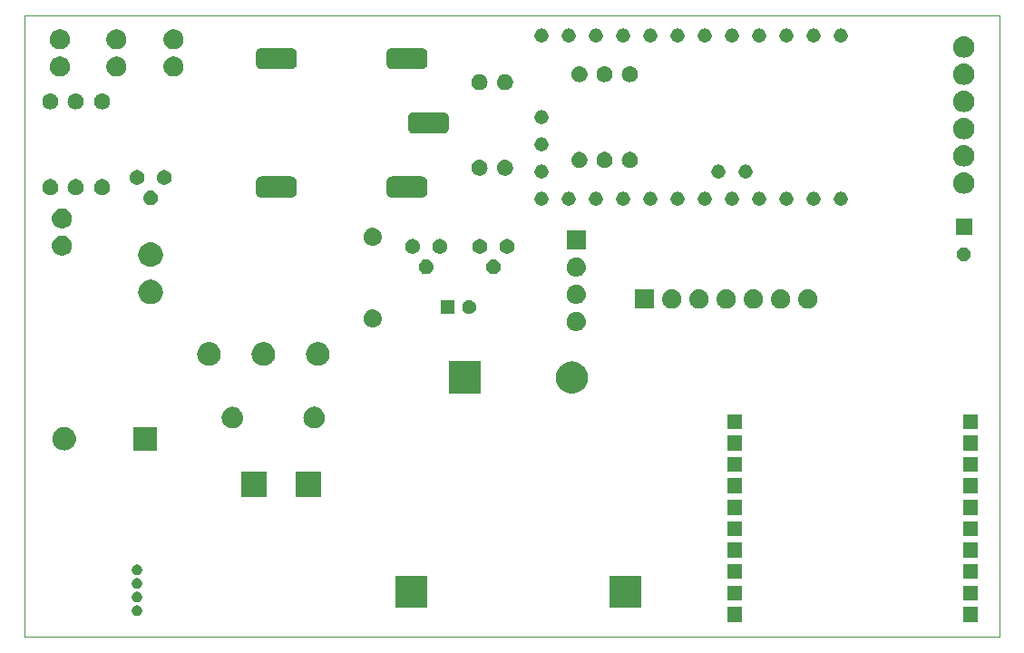
<source format=gts>
G75*
G71*
%OFA0B0*%
%FSLAX23Y23*%
%IPPOS*%
%LPD*%
%ADD10C,0.1*%
%LPD*%D10*
X38500Y0D02*
X38400Y0D01*
X38300Y0D01*
X38200Y0D01*
X38100Y0D01*
X38000Y0D01*
X37900Y0D01*
X37800Y0D01*
X37700Y0D01*
X37600Y0D01*
X37500Y0D01*
X37400Y0D01*
X37300Y0D01*
X37200Y0D01*
X37100Y0D01*
X37000Y0D01*
X36900Y0D01*
X36800Y0D01*
X36700Y0D01*
X36600Y0D01*
X36500Y0D01*
X36400Y0D01*
X36300Y0D01*
X36200Y0D01*
X36100Y0D01*
X36000Y0D01*
X35900Y0D01*
X35800Y0D01*
X35700Y0D01*
X35600Y0D01*
X35500Y0D01*
X35400Y0D01*
X35300Y0D01*
X35200Y0D01*
X35100Y0D01*
X35000Y0D01*
X34900Y0D01*
X34800Y0D01*
X34700Y0D01*
X34600Y0D01*
X34500Y0D01*
X34400Y0D01*
X34300Y0D01*
X34200Y0D01*
X34100Y0D01*
X34000Y0D01*
X33900Y0D01*
X33800Y0D01*
X33700Y0D01*
X33600Y0D01*
X33500Y0D01*
X33400Y0D01*
X33300Y0D01*
X33200Y0D01*
X33100Y0D01*
X33000Y0D01*
X32900Y0D01*
X32800Y0D01*
X32700Y0D01*
X32600Y0D01*
X32500Y0D01*
X32400Y0D01*
X32300Y0D01*
X32200Y0D01*
X32100Y0D01*
X32000Y0D01*
X31900Y0D01*
X31800Y0D01*
X31700Y0D01*
X31600Y0D01*
X31500Y0D01*
X31400Y0D01*
X31300Y0D01*
X31200Y0D01*
X31100Y0D01*
X31000Y0D01*
X30900Y0D01*
X30800Y0D01*
X30700Y0D01*
X30600Y0D01*
X30500Y0D01*
X30400Y0D01*
X30300Y0D01*
X30200Y0D01*
X30100Y0D01*
X30000Y0D01*
X29900Y0D01*
X29800Y0D01*
X29700Y0D01*
X29600Y0D01*
X29500Y0D01*
X29400Y0D01*
X29300Y0D01*
X29200Y0D01*
X29100Y0D01*
X29000Y0D01*
X28900Y0D01*
X28800Y0D01*
X28700Y0D01*
X28600Y0D01*
X28500Y0D01*
X28400Y0D01*
X28300Y0D01*
X28200Y0D01*
X28100Y0D01*
X28000Y0D01*
X27900Y0D01*
X27800Y0D01*
X27700Y0D01*
X27600Y0D01*
X27500Y0D01*
X27400Y0D01*
X27300Y0D01*
X27200Y0D01*
X27100Y0D01*
X27000Y0D01*
X26900Y0D01*
X26800Y0D01*
X26700Y0D01*
X26600Y0D01*
X26500Y0D01*
X26400Y0D01*
X26300Y0D01*
X26200Y0D01*
X26100Y0D01*
X26000Y0D01*
X25900Y0D01*
X25800Y0D01*
X25700Y0D01*
X25600Y0D01*
X25500Y0D01*
X25400Y0D01*
X25300Y0D01*
X25200Y0D01*
X25100Y0D01*
X25000Y0D01*
X24900Y0D01*
X24800Y0D01*
X24700Y0D01*
X24600Y0D01*
X24500Y0D01*
X24400Y0D01*
X24300Y0D01*
X24200Y0D01*
X24100Y0D01*
X24000Y0D01*
X23900Y0D01*
X23800Y0D01*
X23700Y0D01*
X23600Y0D01*
X23500Y0D01*
X23400Y0D01*
X23300Y0D01*
X23200Y0D01*
X23100Y0D01*
X23000Y0D01*
X22900Y0D01*
X22800Y0D01*
X22700Y0D01*
X22600Y0D01*
X22500Y0D01*
X22400Y0D01*
X22300Y0D01*
X22200Y0D01*
X22100Y0D01*
X22000Y0D01*
X21900Y0D01*
X21800Y0D01*
X21700Y0D01*
X21600Y0D01*
X21500Y0D01*
X21400Y0D01*
X21300Y0D01*
X21200Y0D01*
X21100Y0D01*
X21000Y0D01*
X20900Y0D01*
X20800Y0D01*
X20700Y0D01*
X20600Y0D01*
X20500Y0D01*
X20400Y0D01*
X20300Y0D01*
X20200Y0D01*
X20100Y0D01*
X20000Y0D01*
X19900Y0D01*
X19800Y0D01*
X19700Y0D01*
X19600Y0D01*
X19500Y0D01*
X19400Y0D01*
X19300Y0D01*
X19200Y0D01*
X19100Y0D01*
X19000Y0D01*
X18900Y0D01*
X18800Y0D01*
X18700Y0D01*
X18600Y0D01*
X18500Y0D01*
X18400Y0D01*
X18300Y0D01*
X18200Y0D01*
X18100Y0D01*
X18000Y0D01*
X17900Y0D01*
X17800Y0D01*
X17700Y0D01*
X17600Y0D01*
X17500Y0D01*
X17400Y0D01*
X17300Y0D01*
X17200Y0D01*
X17100Y0D01*
X17000Y0D01*
X16900Y0D01*
X16800Y0D01*
X16700Y0D01*
X16600Y0D01*
X16500Y0D01*
X16400Y0D01*
X16300Y0D01*
X16200Y0D01*
X16100Y0D01*
X16000Y0D01*
X15900Y0D01*
X15800Y0D01*
X15700Y0D01*
X15600Y0D01*
X15500Y0D01*
X15400Y0D01*
X15300Y0D01*
X15200Y0D01*
X15100Y0D01*
X15000Y0D01*
X14900Y0D01*
X14800Y0D01*
X14700Y0D01*
X14600Y0D01*
X14500Y0D01*
X14400Y0D01*
X14300Y0D01*
X14200Y0D01*
X14100Y0D01*
X14000Y0D01*
X13900Y0D01*
X13800Y0D01*
X13700Y0D01*
X13600Y0D01*
X13500Y0D01*
X13400Y0D01*
X13300Y0D01*
X13200Y0D01*
X13100Y0D01*
X13000Y0D01*
X12900Y0D01*
X12800Y0D01*
X12700Y0D01*
X12600Y0D01*
X12500Y0D01*
X12400Y0D01*
X12300Y0D01*
X12200Y0D01*
X12100Y0D01*
X12000Y0D01*
X11900Y0D01*
X11800Y0D01*
X11700Y0D01*
X11600Y0D01*
X11500Y0D01*
X11400Y0D01*
X11300Y0D01*
X11200Y0D01*
X11100Y0D01*
X11000Y0D01*
X10900Y0D01*
X10800Y0D01*
X10700Y0D01*
X10600Y0D01*
X10500Y0D01*
X10400Y0D01*
X10300Y0D01*
X10200Y0D01*
X10100Y0D01*
X10000Y0D01*
X9900Y0D01*
X9800Y0D01*
X9700Y0D01*
X9600Y0D01*
X9500Y0D01*
X9400Y0D01*
X9300Y0D01*
X9200Y0D01*
X9100Y0D01*
X9000Y0D01*
X8900Y0D01*
X8800Y0D01*
X8700Y0D01*
X8600Y0D01*
X8500Y0D01*
X8400Y0D01*
X8300Y0D01*
X8200Y0D01*
X8100Y0D01*
X8000Y0D01*
X7900Y0D01*
X7800Y0D01*
X7700Y0D01*
X7600Y0D01*
X7500Y0D01*
X7400Y0D01*
X7300Y0D01*
X7200Y0D01*
X7100Y0D01*
X7000Y0D01*
X6900Y0D01*
X6800Y0D01*
X6700Y0D01*
X6600Y0D01*
X6500Y0D01*
X6400Y0D01*
X6300Y0D01*
X6200Y0D01*
X6100Y0D01*
X6000Y0D01*
X5900Y0D01*
X5800Y0D01*
X5700Y0D01*
X5600Y0D01*
X5500Y0D01*
X5400Y0D01*
X5300Y0D01*
X5200Y0D01*
X5100Y0D01*
X5000Y0D01*
X4900Y0D01*
X4800Y0D01*
X4700Y0D01*
X4600Y0D01*
X4500Y0D01*
X4400Y0D01*
X4300Y0D01*
X4200Y0D01*
X4100Y0D01*
X4000Y0D01*
X3900Y0D01*
X3800Y0D01*
X3700Y0D01*
X3600Y0D01*
X3500Y0D01*
X3400Y0D01*
X3300Y0D01*
X3200Y0D01*
X3100Y0D01*
X3000Y0D01*
X2900Y0D01*
X2800Y0D01*
X2700Y0D01*
X2600Y0D01*
X2500Y0D01*
X2400Y0D01*
X2300Y0D01*
X2200Y0D01*
X2100Y0D01*
X2000Y0D01*
X1900Y0D01*
X1800Y0D01*
X1700Y0D01*
X1600Y0D01*
X1500Y0D01*
X1400Y0D01*
X1300Y0D01*
X1200Y0D01*
X1100Y0D01*
X1000Y0D01*
X900Y0D01*
X800Y0D01*
X700Y0D01*
X600Y0D01*
X500Y0D01*
X400Y0D01*
X300Y0D01*
X200Y0D01*
X100Y0D01*
X0Y0D01*
X0Y100D01*
X0Y200D01*
X0Y300D01*
X0Y400D01*
X0Y500D01*
X0Y600D01*
X0Y700D01*
X0Y800D01*
X0Y900D01*
X0Y1000D01*
X0Y1100D01*
X0Y1200D01*
X0Y1300D01*
X0Y1400D01*
X0Y1500D01*
X0Y1600D01*
X0Y1700D01*
X0Y1800D01*
X0Y1900D01*
X0Y2000D01*
X0Y2100D01*
X0Y2200D01*
X0Y2300D01*
X0Y2400D01*
X0Y2500D01*
X0Y2600D01*
X0Y2700D01*
X0Y2800D01*
X0Y2900D01*
X0Y3000D01*
X0Y3100D01*
X0Y3200D01*
X0Y3300D01*
X0Y3400D01*
X0Y3500D01*
X0Y3600D01*
X0Y3700D01*
X0Y3800D01*
X0Y3900D01*
X0Y4000D01*
X0Y4100D01*
X0Y4200D01*
X0Y4300D01*
X0Y4400D01*
X0Y4500D01*
X0Y4600D01*
X0Y4700D01*
X0Y4800D01*
X0Y4900D01*
X0Y5000D01*
X0Y5100D01*
X0Y5200D01*
X0Y5300D01*
X0Y5400D01*
X0Y5500D01*
X0Y5600D01*
X0Y5700D01*
X0Y5800D01*
X0Y5900D01*
X0Y6000D01*
X0Y6100D01*
X0Y6200D01*
X0Y6300D01*
X0Y6400D01*
X0Y6500D01*
X0Y6600D01*
X0Y6700D01*
X0Y6800D01*
X0Y6900D01*
X0Y7000D01*
X0Y7100D01*
X0Y7200D01*
X0Y7300D01*
X0Y7400D01*
X0Y7500D01*
X0Y7600D01*
X0Y7700D01*
X0Y7800D01*
X0Y7900D01*
X0Y8000D01*
X0Y8100D01*
X0Y8200D01*
X0Y8300D01*
X0Y8400D01*
X0Y8500D01*
X0Y8600D01*
X0Y8700D01*
X0Y8800D01*
X0Y8900D01*
X0Y9000D01*
X0Y9100D01*
X0Y9200D01*
X0Y9300D01*
X0Y9400D01*
X0Y9500D01*
X0Y9600D01*
X0Y9700D01*
X0Y9800D01*
X0Y9900D01*
X0Y10000D01*
X0Y10100D01*
X0Y10200D01*
X0Y10300D01*
X0Y10400D01*
X0Y10500D01*
X0Y10600D01*
X0Y10700D01*
X0Y10800D01*
X0Y10900D01*
X0Y11000D01*
X0Y11100D01*
X0Y11200D01*
X0Y11300D01*
X0Y11400D01*
X0Y11500D01*
X0Y11600D01*
X0Y11700D01*
X0Y11800D01*
X0Y11900D01*
X0Y12000D01*
X0Y12100D01*
X0Y12200D01*
X0Y12300D01*
X0Y12400D01*
X0Y12500D01*
X0Y12600D01*
X0Y12700D01*
X0Y12800D01*
X0Y12900D01*
X0Y13000D01*
X0Y13100D01*
X0Y13200D01*
X0Y13300D01*
X0Y13400D01*
X0Y13500D01*
X0Y13600D01*
X0Y13700D01*
X0Y13800D01*
X0Y13900D01*
X0Y14000D01*
X0Y14100D01*
X0Y14200D01*
X0Y14300D01*
X0Y14400D01*
X0Y14500D01*
X0Y14600D01*
X0Y14700D01*
X0Y14800D01*
X0Y14900D01*
X0Y15000D01*
X0Y15100D01*
X0Y15200D01*
X0Y15300D01*
X0Y15400D01*
X0Y15500D01*
X0Y15600D01*
X0Y15700D01*
X0Y15800D01*
X0Y15900D01*
X0Y16000D01*
X0Y16100D01*
X0Y16200D01*
X0Y16300D01*
X0Y16400D01*
X0Y16500D01*
X0Y16600D01*
X0Y16700D01*
X0Y16800D01*
X0Y16900D01*
X0Y17000D01*
X0Y17100D01*
X0Y17200D01*
X0Y17300D01*
X0Y17400D01*
X0Y17500D01*
X0Y17600D01*
X0Y17700D01*
X0Y17800D01*
X0Y17900D01*
X0Y18000D01*
X0Y18100D01*
X0Y18200D01*
X0Y18300D01*
X0Y18400D01*
X0Y18500D01*
X0Y18600D01*
X0Y18700D01*
X0Y18800D01*
X0Y18900D01*
X0Y19000D01*
X0Y19100D01*
X0Y19200D01*
X0Y19300D01*
X0Y19400D01*
X0Y19500D01*
X0Y19600D01*
X0Y19700D01*
X0Y19800D01*
X0Y19900D01*
X0Y20000D01*
X0Y20100D01*
X0Y20200D01*
X0Y20300D01*
X0Y20400D01*
X0Y20500D01*
X0Y20600D01*
X0Y20700D01*
X0Y20800D01*
X0Y20900D01*
X0Y21000D01*
X0Y21100D01*
X0Y21200D01*
X0Y21300D01*
X0Y21400D01*
X0Y21500D01*
X0Y21600D01*
X0Y21700D01*
X0Y21800D01*
X0Y21900D01*
X0Y22000D01*
X0Y22100D01*
X0Y22200D01*
X0Y22300D01*
X0Y22400D01*
X0Y22500D01*
X0Y22600D01*
X0Y22700D01*
X0Y22800D01*
X0Y22900D01*
X0Y23000D01*
X0Y23100D01*
X0Y23200D01*
X0Y23300D01*
X0Y23400D01*
X0Y23500D01*
X0Y23600D01*
X0Y23700D01*
X0Y23800D01*
X0Y23900D01*
X0Y24000D01*
X0Y24100D01*
X0Y24200D01*
X0Y24300D01*
X0Y24400D01*
X0Y24500D01*
X0Y24600D01*
X0Y24700D01*
X0Y24800D01*
X0Y24900D01*
X0Y25000D01*
X0Y25100D01*
X0Y25200D01*
X0Y25300D01*
X0Y25400D01*
X0Y25500D01*
X0Y25600D01*
X0Y25700D01*
X0Y25800D01*
X0Y25900D01*
X0Y26000D01*
X0Y26100D01*
X0Y26200D01*
X0Y26300D01*
X0Y26400D01*
X0Y26500D01*
X0Y26600D01*
X0Y26700D01*
X0Y26800D01*
X0Y26900D01*
X0Y27000D01*
X0Y27100D01*
X0Y27200D01*
X0Y27300D01*
X0Y27400D01*
X0Y27500D01*
X0Y27600D01*
X0Y27700D01*
X0Y27800D01*
X0Y27900D01*
X0Y28000D01*
X0Y28100D01*
X0Y28200D01*
X0Y28300D01*
X0Y28400D01*
X0Y28500D01*
X0Y28600D01*
X0Y28700D01*
X0Y28800D01*
X0Y28900D01*
X0Y29000D01*
X0Y29100D01*
X0Y29200D01*
X0Y29300D01*
X0Y29400D01*
X0Y29500D01*
X0Y29600D01*
X0Y29700D01*
X0Y29800D01*
X0Y29900D01*
X0Y30000D01*
X0Y30100D01*
X0Y30200D01*
X0Y30300D01*
X0Y30400D01*
X0Y30500D01*
X0Y30600D01*
X0Y30700D01*
X0Y30800D01*
X0Y30900D01*
X0Y31000D01*
X0Y31100D01*
X0Y31200D01*
X0Y31300D01*
X0Y31400D01*
X0Y31500D01*
X0Y31600D01*
X0Y31700D01*
X0Y31800D01*
X0Y31900D01*
X0Y32000D01*
X0Y32100D01*
X0Y32200D01*
X0Y32300D01*
X0Y32400D01*
X0Y32500D01*
X0Y32600D01*
X0Y32700D01*
X0Y32800D01*
X0Y32900D01*
X0Y33000D01*
X0Y33100D01*
X0Y33200D01*
X0Y33300D01*
X0Y33400D01*
X0Y33500D01*
X0Y33600D01*
X0Y33700D01*
X0Y33800D01*
X0Y33900D01*
X0Y34000D01*
X0Y34100D01*
X0Y34200D01*
X0Y34300D01*
X0Y34400D01*
X0Y34500D01*
X0Y34600D01*
X0Y34700D01*
X0Y34800D01*
X0Y34900D01*
X0Y35000D01*
X0Y35100D01*
X0Y35200D01*
X0Y35300D01*
X0Y35400D01*
X0Y35500D01*
X0Y35600D01*
X0Y35700D01*
X0Y35800D01*
X0Y35900D01*
X0Y36000D01*
X0Y36100D01*
X0Y36200D01*
X0Y36300D01*
X0Y36400D01*
X0Y36500D01*
X0Y36600D01*
X0Y36700D01*
X0Y36800D01*
X0Y36900D01*
X0Y37000D01*
X0Y37100D01*
X0Y37200D01*
X0Y37300D01*
X0Y37400D01*
X0Y37500D01*
X0Y37600D01*
X0Y37700D01*
X0Y37800D01*
X0Y37900D01*
X0Y38000D01*
X0Y38100D01*
X0Y38200D01*
X0Y38300D01*
X0Y38400D01*
X0Y38500D01*
X0Y38600D01*
X0Y38700D01*
X0Y38800D01*
X0Y38900D01*
X0Y39000D01*
X0Y39100D01*
X0Y39200D01*
X0Y39300D01*
X0Y39400D01*
X0Y39500D01*
X0Y39600D01*
X0Y39700D01*
X0Y39800D01*
X0Y39900D01*
X0Y40000D01*
X0Y40100D01*
X0Y40200D01*
X0Y40300D01*
X0Y40400D01*
X0Y40500D01*
X0Y40600D01*
X0Y40700D01*
X0Y40800D01*
X0Y40900D01*
X0Y41000D01*
X0Y41100D01*
X0Y41200D01*
X0Y41300D01*
X0Y41400D01*
X0Y41500D01*
X0Y41600D01*
X0Y41700D01*
X0Y41800D01*
X0Y41900D01*
X0Y42000D01*
X0Y42100D01*
X0Y42200D01*
X0Y42300D01*
X0Y42400D01*
X0Y42500D01*
X0Y42600D01*
X0Y42700D01*
X0Y42800D01*
X0Y42900D01*
X0Y43000D01*
X0Y43100D01*
X0Y43200D01*
X0Y43300D01*
X0Y43400D01*
X0Y43500D01*
X0Y43600D01*
X0Y43700D01*
X0Y43800D01*
X0Y43900D01*
X0Y44000D01*
X0Y44100D01*
X0Y44200D01*
X0Y44300D01*
X0Y44400D01*
X0Y44500D01*
X0Y44600D01*
X0Y44700D01*
X0Y44800D01*
X0Y44900D01*
X0Y45000D01*
X0Y45100D01*
X0Y45200D01*
X0Y45300D01*
X0Y45400D01*
X0Y45500D01*
X0Y45600D01*
X0Y45700D01*
X0Y45800D01*
X0Y45900D01*
X0Y46000D01*
X0Y46100D01*
X0Y46200D01*
X0Y46300D01*
X0Y46400D01*
X0Y46500D01*
X0Y46600D01*
X0Y46700D01*
X0Y46800D01*
X0Y46900D01*
X0Y47000D01*
X0Y47100D01*
X0Y47200D01*
X0Y47300D01*
X0Y47400D01*
X0Y47500D01*
X0Y47600D01*
X0Y47700D01*
X0Y47800D01*
X0Y47900D01*
X0Y48000D01*
X0Y48100D01*
X0Y48200D01*
X0Y48300D01*
X0Y48400D01*
X0Y48500D01*
X0Y48600D01*
X0Y48700D01*
X0Y48800D01*
X0Y48900D01*
X0Y49000D01*
X0Y49100D01*
X0Y49200D01*
X0Y49300D01*
X0Y49400D01*
X0Y49500D01*
X0Y49600D01*
X0Y49700D01*
X0Y49800D01*
X0Y49900D01*
X0Y50000D01*
X0Y50100D01*
X0Y50200D01*
X0Y50300D01*
X0Y50400D01*
X0Y50500D01*
X0Y50600D01*
X0Y50700D01*
X0Y50800D01*
X0Y50900D01*
X0Y51000D01*
X0Y51100D01*
X0Y51200D01*
X0Y51300D01*
X0Y51400D01*
X0Y51500D01*
X0Y51600D01*
X0Y51700D01*
X0Y51800D01*
X0Y51900D01*
X0Y52000D01*
X0Y52100D01*
X0Y52200D01*
X0Y52300D01*
X0Y52400D01*
X0Y52500D01*
X0Y52600D01*
X0Y52700D01*
X0Y52800D01*
X0Y52900D01*
X0Y53000D01*
X0Y53100D01*
X0Y53200D01*
X0Y53300D01*
X0Y53400D01*
X0Y53500D01*
X0Y53600D01*
X0Y53700D01*
X0Y53800D01*
X0Y53900D01*
X0Y54000D01*
X0Y54100D01*
X0Y54200D01*
X0Y54300D01*
X0Y54400D01*
X0Y54500D01*
X0Y54600D01*
X0Y54700D01*
X0Y54800D01*
X0Y54900D01*
X0Y55000D01*
X0Y55100D01*
X0Y55200D01*
X0Y55300D01*
X0Y55400D01*
X0Y55500D01*
X0Y55600D01*
X0Y55700D01*
X0Y55800D01*
X0Y55900D01*
X0Y56000D01*
X0Y56100D01*
X0Y56200D01*
X0Y56300D01*
X0Y56400D01*
X0Y56500D01*
X0Y56600D01*
X0Y56700D01*
X0Y56800D01*
X0Y56900D01*
X0Y57000D01*
X0Y57100D01*
X0Y57200D01*
X0Y57300D01*
X0Y57400D01*
X0Y57500D01*
X0Y57600D01*
X0Y57700D01*
X0Y57800D01*
X0Y57900D01*
X0Y58000D01*
X100Y58000D01*
X200Y58000D01*
X300Y58000D01*
X400Y58000D01*
X500Y58000D01*
X600Y58000D01*
X700Y58000D01*
X800Y58000D01*
X900Y58000D01*
X1000Y58000D01*
X1100Y58000D01*
X1199Y58000D01*
X1299Y58000D01*
X1399Y58000D01*
X1499Y58000D01*
X1599Y58000D01*
X1699Y58000D01*
X1799Y58000D01*
X1899Y58000D01*
X1999Y58000D01*
X2099Y58000D01*
X2199Y58000D01*
X2299Y58000D01*
X2399Y58000D01*
X2499Y58000D01*
X2599Y58000D01*
X2699Y58000D01*
X2799Y58000D01*
X2899Y58000D01*
X2999Y58000D01*
X3099Y58000D01*
X3199Y58000D01*
X3299Y58000D01*
X3398Y58000D01*
X3498Y58000D01*
X3598Y58000D01*
X3698Y58000D01*
X3798Y58000D01*
X3898Y58000D01*
X3998Y58000D01*
X4098Y58000D01*
X4198Y58000D01*
X4298Y58000D01*
X4398Y58000D01*
X4498Y58000D01*
X4598Y58000D01*
X4698Y58000D01*
X4798Y58000D01*
X4898Y58000D01*
X4998Y58000D01*
X5098Y58000D01*
X5198Y58000D01*
X5298Y58000D01*
X5398Y58000D01*
X5498Y58000D01*
X5597Y58000D01*
X5697Y58000D01*
X5797Y58000D01*
X5897Y58000D01*
X5997Y58000D01*
X6097Y58000D01*
X6197Y58000D01*
X6297Y58000D01*
X6397Y58000D01*
X6497Y58000D01*
X6597Y58000D01*
X6697Y58000D01*
X6797Y58000D01*
X6897Y58000D01*
X6997Y58000D01*
X7097Y58000D01*
X7197Y58000D01*
X7297Y58000D01*
X7397Y58000D01*
X7497Y58000D01*
X7597Y58000D01*
X7697Y58000D01*
X7797Y58000D01*
X7896Y58000D01*
X7996Y58000D01*
X8096Y58000D01*
X8196Y58000D01*
X8296Y58000D01*
X8396Y58000D01*
X8496Y58000D01*
X8596Y58000D01*
X8696Y58000D01*
X8796Y58000D01*
X8896Y58000D01*
X8996Y58000D01*
X9096Y58000D01*
X9196Y58000D01*
X9296Y58000D01*
X9396Y58000D01*
X9496Y58000D01*
X9596Y58000D01*
X9696Y58000D01*
X9796Y58000D01*
X9896Y58000D01*
X9996Y58000D01*
X10096Y58000D01*
X10195Y58000D01*
X10295Y58000D01*
X10395Y58000D01*
X10495Y58000D01*
X10595Y58000D01*
X10695Y58000D01*
X10795Y58000D01*
X10895Y58000D01*
X10995Y58000D01*
X11095Y58000D01*
X11195Y58000D01*
X11295Y58000D01*
X11395Y58000D01*
X11495Y58000D01*
X11595Y58000D01*
X11695Y58000D01*
X11795Y58000D01*
X11895Y58000D01*
X11995Y58000D01*
X12095Y58000D01*
X12195Y58000D01*
X12295Y58000D01*
X12394Y58000D01*
X12494Y58000D01*
X12594Y58000D01*
X12694Y58000D01*
X12794Y58000D01*
X12894Y58000D01*
X12994Y58000D01*
X13094Y58000D01*
X13194Y58000D01*
X13294Y58000D01*
X13394Y58000D01*
X13494Y58000D01*
X13594Y58000D01*
X13694Y58000D01*
X13794Y58000D01*
X13894Y58000D01*
X13994Y58000D01*
X14094Y58000D01*
X14194Y58000D01*
X14294Y58000D01*
X14394Y58000D01*
X14494Y58000D01*
X14593Y58000D01*
X14693Y58000D01*
X14793Y58000D01*
X14893Y58000D01*
X14993Y58000D01*
X15093Y58000D01*
X15193Y58000D01*
X15293Y58000D01*
X15393Y58000D01*
X15493Y58000D01*
X15593Y58000D01*
X15693Y58000D01*
X15793Y58000D01*
X15893Y58000D01*
X15993Y58000D01*
X16093Y58000D01*
X16193Y58000D01*
X16293Y58000D01*
X16393Y58000D01*
X16493Y58000D01*
X16593Y58000D01*
X16693Y58000D01*
X16793Y58000D01*
X16892Y58000D01*
X16992Y58000D01*
X17092Y58000D01*
X17192Y58000D01*
X17292Y58000D01*
X17392Y58000D01*
X17492Y58000D01*
X17592Y58000D01*
X17692Y58000D01*
X17792Y58000D01*
X17892Y58000D01*
X17992Y58000D01*
X18092Y58000D01*
X18192Y58000D01*
X18292Y58000D01*
X18392Y58000D01*
X18492Y58000D01*
X18592Y58000D01*
X18692Y58000D01*
X18792Y58000D01*
X18892Y58000D01*
X18992Y58000D01*
X19092Y58000D01*
X19191Y58000D01*
X19291Y58000D01*
X19391Y58000D01*
X19491Y58000D01*
X19591Y58000D01*
X19691Y58000D01*
X19791Y58000D01*
X19891Y58000D01*
X19991Y58000D01*
X20091Y58000D01*
X20191Y58000D01*
X20291Y58000D01*
X20391Y58000D01*
X20491Y58000D01*
X20591Y58000D01*
X20691Y58000D01*
X20791Y58000D01*
X20891Y58000D01*
X20991Y58000D01*
X21091Y58000D01*
X21191Y58000D01*
X21291Y58000D01*
X21390Y58000D01*
X21490Y58000D01*
X21590Y58000D01*
X21690Y58000D01*
X21790Y58000D01*
X21890Y58000D01*
X21990Y58000D01*
X22090Y58000D01*
X22190Y58000D01*
X22290Y58000D01*
X22390Y58000D01*
X22490Y58000D01*
X22590Y58000D01*
X22690Y58000D01*
X22790Y58000D01*
X22890Y58000D01*
X22990Y58000D01*
X23090Y58000D01*
X23190Y58000D01*
X23290Y58000D01*
X23390Y58000D01*
X23490Y58000D01*
X23590Y58000D01*
X23689Y58000D01*
X23789Y58000D01*
X23889Y58000D01*
X23989Y58000D01*
X24089Y58000D01*
X24189Y58000D01*
X24289Y58000D01*
X24389Y58000D01*
X24489Y58000D01*
X24589Y58000D01*
X24689Y58000D01*
X24789Y58000D01*
X24889Y58000D01*
X24989Y58000D01*
X25089Y58000D01*
X25189Y58000D01*
X25289Y58000D01*
X25389Y58000D01*
X25489Y58000D01*
X25589Y58000D01*
X25689Y58000D01*
X25789Y58000D01*
X25888Y58000D01*
X25988Y58000D01*
X26088Y58000D01*
X26188Y58000D01*
X26288Y58000D01*
X26388Y58000D01*
X26488Y58000D01*
X26588Y58000D01*
X26688Y58000D01*
X26788Y58000D01*
X26888Y58000D01*
X26988Y58000D01*
X27088Y58000D01*
X27188Y58000D01*
X27288Y58000D01*
X27388Y58000D01*
X27488Y58000D01*
X27588Y58000D01*
X27688Y58000D01*
X27788Y58000D01*
X27888Y58000D01*
X27988Y58000D01*
X28088Y58000D01*
X28187Y58000D01*
X28287Y58000D01*
X28387Y58000D01*
X28487Y58000D01*
X28587Y58000D01*
X28687Y58000D01*
X28787Y58000D01*
X28887Y58000D01*
X28987Y58000D01*
X29087Y58000D01*
X29187Y58000D01*
X29287Y58000D01*
X29387Y58000D01*
X29487Y58000D01*
X29587Y58000D01*
X29687Y58000D01*
X29787Y58000D01*
X29887Y58000D01*
X29987Y58000D01*
X30087Y58000D01*
X30187Y58000D01*
X30287Y58000D01*
X30387Y58000D01*
X30486Y58000D01*
X30586Y58000D01*
X30686Y58000D01*
X30786Y58000D01*
X30886Y58000D01*
X30986Y58000D01*
X31086Y58000D01*
X31186Y58000D01*
X31286Y58000D01*
X31386Y58000D01*
X31486Y58000D01*
X31586Y58000D01*
X31686Y58000D01*
X31786Y58000D01*
X31886Y58000D01*
X31986Y58000D01*
X32086Y58000D01*
X32186Y58000D01*
X32286Y58000D01*
X32386Y58000D01*
X32486Y58000D01*
X32586Y58000D01*
X32685Y58000D01*
X32785Y58000D01*
X32885Y58000D01*
X32985Y58000D01*
X33085Y58000D01*
X33185Y58000D01*
X33285Y58000D01*
X33385Y58000D01*
X33485Y58000D01*
X33585Y58000D01*
X33685Y58000D01*
X33785Y58000D01*
X33885Y58000D01*
X33985Y58000D01*
X34085Y58000D01*
X34185Y58000D01*
X34285Y58000D01*
X34385Y58000D01*
X34485Y58000D01*
X34585Y58000D01*
X34685Y58000D01*
X34785Y58000D01*
X34884Y58000D01*
X34984Y58000D01*
X35084Y58000D01*
X35184Y58000D01*
X35284Y58000D01*
X35384Y58000D01*
X35484Y58000D01*
X35584Y58000D01*
X35684Y58000D01*
X35784Y58000D01*
X35884Y58000D01*
X35984Y58000D01*
X36084Y58000D01*
X36184Y58000D01*
X36284Y58000D01*
X36384Y58000D01*
X36484Y58000D01*
X36584Y58000D01*
X36684Y58000D01*
X36784Y58000D01*
X36884Y58000D01*
X36984Y58000D01*
X37084Y58000D01*
X37183Y58000D01*
X37283Y58000D01*
X37383Y58000D01*
X37483Y58000D01*
X37583Y58000D01*
X37683Y58000D01*
X37783Y58000D01*
X37883Y58000D01*
X37983Y58000D01*
X38083Y58000D01*
X38183Y58000D01*
X38283Y58000D01*
X38383Y58000D01*
X38483Y58000D01*
X38583Y58000D01*
X38683Y58000D01*
X38783Y58000D01*
X38883Y58000D01*
X38983Y58000D01*
X39083Y58000D01*
X39183Y58000D01*
X39283Y58000D01*
X39383Y58000D01*
X39482Y58000D01*
X39582Y58000D01*
X39682Y58000D01*
X39782Y58000D01*
X39882Y58000D01*
X39982Y58000D01*
X40082Y58000D01*
X40182Y58000D01*
X40282Y58000D01*
X40382Y58000D01*
X40482Y58000D01*
X40582Y58000D01*
X40682Y58000D01*
X40782Y58000D01*
X40882Y58000D01*
X40982Y58000D01*
X41082Y58000D01*
X41182Y58000D01*
X41282Y58000D01*
X41382Y58000D01*
X41482Y58000D01*
X41582Y58000D01*
X41681Y58000D01*
X41781Y58000D01*
X41881Y58000D01*
X41981Y58000D01*
X42081Y58000D01*
X42181Y58000D01*
X42281Y58000D01*
X42381Y58000D01*
X42481Y58000D01*
X42581Y58000D01*
X42681Y58000D01*
X42781Y58000D01*
X42881Y58000D01*
X42981Y58000D01*
X43081Y58000D01*
X43181Y58000D01*
X43281Y58000D01*
X43381Y58000D01*
X43481Y58000D01*
X43581Y58000D01*
X43681Y58000D01*
X43781Y58000D01*
X43881Y58000D01*
X43980Y58000D01*
X44080Y58000D01*
X44180Y58000D01*
X44280Y58000D01*
X44380Y58000D01*
X44480Y58000D01*
X44580Y58000D01*
X44680Y58000D01*
X44780Y58000D01*
X44880Y58000D01*
X44980Y58000D01*
X45080Y58000D01*
X45180Y58000D01*
X45280Y58000D01*
X45380Y58000D01*
X45480Y58000D01*
X45580Y58000D01*
X45680Y58000D01*
X45780Y58000D01*
X45880Y58000D01*
X45980Y58000D01*
X46080Y58000D01*
X46179Y58000D01*
X46279Y58000D01*
X46379Y58000D01*
X46479Y58000D01*
X46579Y58000D01*
X46679Y58000D01*
X46779Y58000D01*
X46879Y58000D01*
X46979Y58000D01*
X47079Y58000D01*
X47179Y58000D01*
X47279Y58000D01*
X47379Y58000D01*
X47479Y58000D01*
X47579Y58000D01*
X47679Y58000D01*
X47779Y58000D01*
X47879Y58000D01*
X47979Y58000D01*
X48079Y58000D01*
X48179Y58000D01*
X48279Y58000D01*
X48379Y58000D01*
X48478Y58000D01*
X48578Y58000D01*
X48678Y58000D01*
X48778Y58000D01*
X48878Y58000D01*
X48978Y58000D01*
X49078Y58000D01*
X49178Y58000D01*
X49278Y58000D01*
X49378Y58000D01*
X49478Y58000D01*
X49578Y58000D01*
X49678Y58000D01*
X49778Y58000D01*
X49878Y58000D01*
X49978Y58000D01*
X50078Y58000D01*
X50178Y58000D01*
X50278Y58000D01*
X50378Y58000D01*
X50478Y58000D01*
X50578Y58000D01*
X50678Y58000D01*
X50777Y58000D01*
X50877Y58000D01*
X50977Y58000D01*
X51077Y58000D01*
X51177Y58000D01*
X51277Y58000D01*
X51377Y58000D01*
X51477Y58000D01*
X51577Y58000D01*
X51677Y58000D01*
X51777Y58000D01*
X51877Y58000D01*
X51977Y58000D01*
X52077Y58000D01*
X52177Y58000D01*
X52277Y58000D01*
X52377Y58000D01*
X52477Y58000D01*
X52577Y58000D01*
X52677Y58000D01*
X52777Y58000D01*
X52877Y58000D01*
X52976Y58000D01*
X53076Y58000D01*
X53176Y58000D01*
X53276Y58000D01*
X53376Y58000D01*
X53476Y58000D01*
X53576Y58000D01*
X53676Y58000D01*
X53776Y58000D01*
X53876Y58000D01*
X53976Y58000D01*
X54076Y58000D01*
X54176Y58000D01*
X54276Y58000D01*
X54376Y58000D01*
X54476Y58000D01*
X54576Y58000D01*
X54676Y58000D01*
X54776Y58000D01*
X54876Y58000D01*
X54976Y58000D01*
X55076Y58000D01*
X55176Y58000D01*
X55275Y58000D01*
X55375Y58000D01*
X55475Y58000D01*
X55575Y58000D01*
X55675Y58000D01*
X55775Y58000D01*
X55875Y58000D01*
X55975Y58000D01*
X56075Y58000D01*
X56175Y58000D01*
X56275Y58000D01*
X56375Y58000D01*
X56475Y58000D01*
X56575Y58000D01*
X56675Y58000D01*
X56775Y58000D01*
X56875Y58000D01*
X56975Y58000D01*
X57075Y58000D01*
X57175Y58000D01*
X57275Y58000D01*
X57375Y58000D01*
X57474Y58000D01*
X57574Y58000D01*
X57674Y58000D01*
X57774Y58000D01*
X57874Y58000D01*
X57974Y58000D01*
X58074Y58000D01*
X58174Y58000D01*
X58274Y58000D01*
X58374Y58000D01*
X58474Y58000D01*
X58574Y58000D01*
X58674Y58000D01*
X58774Y58000D01*
X58874Y58000D01*
X58974Y58000D01*
X59074Y58000D01*
X59174Y58000D01*
X59274Y58000D01*
X59374Y58000D01*
X59474Y58000D01*
X59574Y58000D01*
X59674Y58000D01*
X59773Y58000D01*
X59873Y58000D01*
X59973Y58000D01*
X60073Y58000D01*
X60173Y58000D01*
X60273Y58000D01*
X60373Y58000D01*
X60473Y58000D01*
X60573Y58000D01*
X60673Y58000D01*
X60773Y58000D01*
X60873Y58000D01*
X60973Y58000D01*
X61073Y58000D01*
X61173Y58000D01*
X61273Y58000D01*
X61373Y58000D01*
X61473Y58000D01*
X61573Y58000D01*
X61673Y58000D01*
X61773Y58000D01*
X61873Y58000D01*
X61973Y58000D01*
X62072Y58000D01*
X62172Y58000D01*
X62272Y58000D01*
X62372Y58000D01*
X62472Y58000D01*
X62572Y58000D01*
X62672Y58000D01*
X62772Y58000D01*
X62872Y58000D01*
X62972Y58000D01*
X63072Y58000D01*
X63172Y58000D01*
X63272Y58000D01*
X63372Y58000D01*
X63472Y58000D01*
X63572Y58000D01*
X63672Y58000D01*
X63772Y58000D01*
X63872Y58000D01*
X63972Y58000D01*
X64072Y58000D01*
X64172Y58000D01*
X64272Y58000D01*
X64371Y58000D01*
X64471Y58000D01*
X64571Y58000D01*
X64671Y58000D01*
X64771Y58000D01*
X64871Y58000D01*
X64971Y58000D01*
X65071Y58000D01*
X65171Y58000D01*
X65271Y58000D01*
X65371Y58000D01*
X65471Y58000D01*
X65571Y58000D01*
X65671Y58000D01*
X65771Y58000D01*
X65871Y58000D01*
X65971Y58000D01*
X66071Y58000D01*
X66171Y58000D01*
X66271Y58000D01*
X66371Y58000D01*
X66471Y58000D01*
X66570Y58000D01*
X66670Y58000D01*
X66770Y58000D01*
X66870Y58000D01*
X66970Y58000D01*
X67070Y58000D01*
X67170Y58000D01*
X67270Y58000D01*
X67370Y58000D01*
X67470Y58000D01*
X67570Y58000D01*
X67670Y58000D01*
X67770Y58000D01*
X67870Y58000D01*
X67970Y58000D01*
X68070Y58000D01*
X68170Y58000D01*
X68270Y58000D01*
X68370Y58000D01*
X68470Y58000D01*
X68570Y58000D01*
X68670Y58000D01*
X68770Y58000D01*
X68869Y58000D01*
X68969Y58000D01*
X69069Y58000D01*
X69169Y58000D01*
X69269Y58000D01*
X69369Y58000D01*
X69469Y58000D01*
X69569Y58000D01*
X69669Y58000D01*
X69769Y58000D01*
X69869Y58000D01*
X69969Y58000D01*
X70069Y58000D01*
X70169Y58000D01*
X70269Y58000D01*
X70369Y58000D01*
X70469Y58000D01*
X70569Y58000D01*
X70669Y58000D01*
X70769Y58000D01*
X70869Y58000D01*
X70969Y58000D01*
X71069Y58000D01*
X71168Y58000D01*
X71268Y58000D01*
X71368Y58000D01*
X71468Y58000D01*
X71568Y58000D01*
X71668Y58000D01*
X71768Y58000D01*
X71868Y58000D01*
X71968Y58000D01*
X72068Y58000D01*
X72168Y58000D01*
X72268Y58000D01*
X72368Y58000D01*
X72468Y58000D01*
X72568Y58000D01*
X72668Y58000D01*
X72768Y58000D01*
X72868Y58000D01*
X72968Y58000D01*
X73068Y58000D01*
X73168Y58000D01*
X73268Y58000D01*
X73368Y58000D01*
X73467Y58000D01*
X73567Y58000D01*
X73667Y58000D01*
X73767Y58000D01*
X73867Y58000D01*
X73967Y58000D01*
X74067Y58000D01*
X74167Y58000D01*
X74267Y58000D01*
X74367Y58000D01*
X74467Y58000D01*
X74567Y58000D01*
X74667Y58000D01*
X74767Y58000D01*
X74867Y58000D01*
X74967Y58000D01*
X75067Y58000D01*
X75167Y58000D01*
X75267Y58000D01*
X75367Y58000D01*
X75467Y58000D01*
X75567Y58000D01*
X75667Y58000D01*
X75766Y58000D01*
X75866Y58000D01*
X75966Y58000D01*
X76066Y58000D01*
X76166Y58000D01*
X76266Y58000D01*
X76366Y58000D01*
X76466Y58000D01*
X76566Y58000D01*
X76666Y58000D01*
X76766Y58000D01*
X76866Y58000D01*
X76966Y58000D01*
X77066Y58000D01*
X77166Y58000D01*
X77266Y58000D01*
X77366Y58000D01*
X77466Y58000D01*
X77566Y58000D01*
X77666Y58000D01*
X77766Y58000D01*
X77866Y58000D01*
X77965Y58000D01*
X78065Y58000D01*
X78165Y58000D01*
X78265Y58000D01*
X78365Y58000D01*
X78465Y58000D01*
X78565Y58000D01*
X78665Y58000D01*
X78765Y58000D01*
X78865Y58000D01*
X78965Y58000D01*
X79065Y58000D01*
X79165Y58000D01*
X79265Y58000D01*
X79365Y58000D01*
X79465Y58000D01*
X79565Y58000D01*
X79665Y58000D01*
X79765Y58000D01*
X79865Y58000D01*
X79965Y58000D01*
X80065Y58000D01*
X80165Y58000D01*
X80264Y58000D01*
X80364Y58000D01*
X80464Y58000D01*
X80564Y58000D01*
X80664Y58000D01*
X80764Y58000D01*
X80864Y58000D01*
X80964Y58000D01*
X81064Y58000D01*
X81164Y58000D01*
X81264Y58000D01*
X81364Y58000D01*
X81464Y58000D01*
X81564Y58000D01*
X81664Y58000D01*
X81764Y58000D01*
X81864Y58000D01*
X81964Y58000D01*
X82064Y58000D01*
X82164Y58000D01*
X82264Y58000D01*
X82364Y58000D01*
X82464Y58000D01*
X82564Y58000D01*
X82663Y58000D01*
X82763Y58000D01*
X82863Y58000D01*
X82963Y58000D01*
X83063Y58000D01*
X83163Y58000D01*
X83263Y58000D01*
X83363Y58000D01*
X83463Y58000D01*
X83563Y58000D01*
X83663Y58000D01*
X83763Y58000D01*
X83863Y58000D01*
X83963Y58000D01*
X84063Y58000D01*
X84163Y58000D01*
X84263Y58000D01*
X84363Y58000D01*
X84463Y58000D01*
X84563Y58000D01*
X84663Y58000D01*
X84763Y58000D01*
X84862Y58000D01*
X84962Y58000D01*
X85062Y58000D01*
X85162Y58000D01*
X85262Y58000D01*
X85362Y58000D01*
X85462Y58000D01*
X85562Y58000D01*
X85662Y58000D01*
X85762Y58000D01*
X85862Y58000D01*
X85962Y58000D01*
X86062Y58000D01*
X86162Y58000D01*
X86262Y58000D01*
X86362Y58000D01*
X86462Y58000D01*
X86562Y58000D01*
X86662Y58000D01*
X86762Y58000D01*
X86862Y58000D01*
X86962Y58000D01*
X87062Y58000D01*
X87162Y58000D01*
X87261Y58000D01*
X87361Y58000D01*
X87461Y58000D01*
X87561Y58000D01*
X87661Y58000D01*
X87761Y58000D01*
X87861Y58000D01*
X87961Y58000D01*
X88061Y58000D01*
X88161Y58000D01*
X88261Y58000D01*
X88361Y58000D01*
X88461Y58000D01*
X88561Y58000D01*
X88661Y58000D01*
X88761Y58000D01*
X88861Y58000D01*
X88961Y58000D01*
X89061Y58000D01*
X89161Y58000D01*
X89261Y58000D01*
X89361Y58000D01*
X89461Y58000D01*
X89561Y58000D01*
X89660Y58000D01*
X89760Y58000D01*
X89860Y58000D01*
X89960Y58000D01*
X90060Y58000D01*
X90160Y58000D01*
X90260Y58000D01*
X90360Y58000D01*
X90460Y58000D01*
X90560Y58000D01*
X90660Y58000D01*
X90760Y58000D01*
X90860Y58000D01*
X90960Y58000D01*
X90960Y57900D01*
X90960Y57800D01*
X90960Y57700D01*
X90960Y57600D01*
X90960Y57500D01*
X90960Y57400D01*
X90960Y57300D01*
X90960Y57200D01*
X90960Y57100D01*
X90960Y57000D01*
X90960Y56900D01*
X90960Y56800D01*
X90960Y56700D01*
X90960Y56600D01*
X90960Y56500D01*
X90960Y56400D01*
X90960Y56300D01*
X90960Y56200D01*
X90960Y56100D01*
X90960Y56000D01*
X90960Y55900D01*
X90960Y55800D01*
X90960Y55700D01*
X90960Y55600D01*
X90960Y55500D01*
X90960Y55400D01*
X90960Y55300D01*
X90960Y55200D01*
X90960Y55100D01*
X90960Y55000D01*
X90960Y54900D01*
X90960Y54800D01*
X90960Y54700D01*
X90960Y54600D01*
X90960Y54500D01*
X90960Y54400D01*
X90960Y54300D01*
X90960Y54200D01*
X90960Y54100D01*
X90960Y54000D01*
X90960Y53900D01*
X90960Y53800D01*
X90960Y53700D01*
X90960Y53600D01*
X90960Y53500D01*
X90960Y53400D01*
X90960Y53300D01*
X90960Y53200D01*
X90960Y53100D01*
X90960Y53000D01*
X90960Y52900D01*
X90960Y52800D01*
X90960Y52700D01*
X90960Y52600D01*
X90960Y52500D01*
X90960Y52400D01*
X90960Y52300D01*
X90960Y52200D01*
X90960Y52100D01*
X90960Y52000D01*
X90960Y51900D01*
X90960Y51800D01*
X90960Y51700D01*
X90960Y51600D01*
X90960Y51500D01*
X90960Y51400D01*
X90960Y51300D01*
X90960Y51200D01*
X90960Y51100D01*
X90960Y51000D01*
X90960Y50900D01*
X90960Y50800D01*
X90960Y50700D01*
X90960Y50600D01*
X90960Y50500D01*
X90960Y50400D01*
X90960Y50300D01*
X90960Y50200D01*
X90960Y50100D01*
X90960Y50000D01*
X90960Y49900D01*
X90960Y49800D01*
X90960Y49700D01*
X90960Y49600D01*
X90960Y49500D01*
X90960Y49400D01*
X90960Y49300D01*
X90960Y49200D01*
X90960Y49100D01*
X90960Y49000D01*
X90960Y48900D01*
X90960Y48800D01*
X90960Y48700D01*
X90960Y48600D01*
X90960Y48500D01*
X90960Y48400D01*
X90960Y48300D01*
X90960Y48200D01*
X90960Y48100D01*
X90960Y48000D01*
X90960Y47900D01*
X90960Y47800D01*
X90960Y47700D01*
X90960Y47600D01*
X90960Y47500D01*
X90960Y47400D01*
X90960Y47300D01*
X90960Y47200D01*
X90960Y47100D01*
X90960Y47000D01*
X90960Y46900D01*
X90960Y46800D01*
X90960Y46700D01*
X90960Y46600D01*
X90960Y46500D01*
X90960Y46400D01*
X90960Y46300D01*
X90960Y46200D01*
X90960Y46100D01*
X90960Y46000D01*
X90960Y45900D01*
X90960Y45800D01*
X90960Y45700D01*
X90960Y45600D01*
X90960Y45500D01*
X90960Y45400D01*
X90960Y45300D01*
X90960Y45200D01*
X90960Y45100D01*
X90960Y45000D01*
X90960Y44900D01*
X90960Y44800D01*
X90960Y44700D01*
X90960Y44600D01*
X90960Y44500D01*
X90960Y44400D01*
X90960Y44300D01*
X90960Y44200D01*
X90960Y44100D01*
X90960Y44000D01*
X90960Y43900D01*
X90960Y43800D01*
X90960Y43700D01*
X90960Y43600D01*
X90960Y43500D01*
X90960Y43400D01*
X90960Y43300D01*
X90960Y43200D01*
X90960Y43100D01*
X90960Y43000D01*
X90960Y42900D01*
X90960Y42800D01*
X90960Y42700D01*
X90960Y42600D01*
X90960Y42500D01*
X90960Y42400D01*
X90960Y42300D01*
X90960Y42200D01*
X90960Y42100D01*
X90960Y42000D01*
X90960Y41900D01*
X90960Y41800D01*
X90960Y41700D01*
X90960Y41600D01*
X90960Y41500D01*
X90960Y41400D01*
X90960Y41300D01*
X90960Y41200D01*
X90960Y41100D01*
X90960Y41000D01*
X90960Y40900D01*
X90960Y40800D01*
X90960Y40700D01*
X90960Y40600D01*
X90960Y40500D01*
X90960Y40400D01*
X90960Y40300D01*
X90960Y40200D01*
X90960Y40100D01*
X90960Y40000D01*
X90960Y39900D01*
X90960Y39800D01*
X90960Y39700D01*
X90960Y39600D01*
X90960Y39500D01*
X90960Y39400D01*
X90960Y39300D01*
X90960Y39200D01*
X90960Y39100D01*
X90960Y39000D01*
X90960Y38900D01*
X90960Y38800D01*
X90960Y38700D01*
X90960Y38600D01*
X90960Y38500D01*
X90960Y38400D01*
X90960Y38300D01*
X90960Y38200D01*
X90960Y38100D01*
X90960Y38000D01*
X90960Y37900D01*
X90960Y37800D01*
X90960Y37700D01*
X90960Y37600D01*
X90960Y37500D01*
X90960Y37400D01*
X90960Y37300D01*
X90960Y37200D01*
X90960Y37100D01*
X90960Y37000D01*
X90960Y36900D01*
X90960Y36800D01*
X90960Y36700D01*
X90960Y36600D01*
X90960Y36500D01*
X90960Y36400D01*
X90960Y36300D01*
X90960Y36200D01*
X90960Y36100D01*
X90960Y36000D01*
X90960Y35900D01*
X90960Y35800D01*
X90960Y35700D01*
X90960Y35600D01*
X90960Y35500D01*
X90960Y35400D01*
X90960Y35300D01*
X90960Y35200D01*
X90960Y35100D01*
X90960Y35000D01*
X90960Y34900D01*
X90960Y34800D01*
X90960Y34700D01*
X90960Y34600D01*
X90960Y34500D01*
X90960Y34400D01*
X90960Y34300D01*
X90960Y34200D01*
X90960Y34100D01*
X90960Y34000D01*
X90960Y33900D01*
X90960Y33800D01*
X90960Y33700D01*
X90960Y33600D01*
X90960Y33500D01*
X90960Y33400D01*
X90960Y33300D01*
X90960Y33200D01*
X90960Y33100D01*
X90960Y33000D01*
X90960Y32900D01*
X90960Y32800D01*
X90960Y32700D01*
X90960Y32600D01*
X90960Y32500D01*
X90960Y32400D01*
X90960Y32300D01*
X90960Y32200D01*
X90960Y32100D01*
X90960Y32000D01*
X90960Y31900D01*
X90960Y31800D01*
X90960Y31700D01*
X90960Y31600D01*
X90960Y31500D01*
X90960Y31400D01*
X90960Y31300D01*
X90960Y31200D01*
X90960Y31100D01*
X90960Y31000D01*
X90960Y30900D01*
X90960Y30800D01*
X90960Y30700D01*
X90960Y30600D01*
X90960Y30500D01*
X90960Y30400D01*
X90960Y30300D01*
X90960Y30200D01*
X90960Y30100D01*
X90960Y30000D01*
X90960Y29900D01*
X90960Y29800D01*
X90960Y29700D01*
X90960Y29600D01*
X90960Y29500D01*
X90960Y29400D01*
X90960Y29300D01*
X90960Y29200D01*
X90960Y29100D01*
X90960Y29000D01*
X90960Y28900D01*
X90960Y28800D01*
X90960Y28700D01*
X90960Y28600D01*
X90960Y28500D01*
X90960Y28400D01*
X90960Y28300D01*
X90960Y28200D01*
X90960Y28100D01*
X90960Y28000D01*
X90960Y27900D01*
X90960Y27800D01*
X90960Y27700D01*
X90960Y27600D01*
X90960Y27500D01*
X90960Y27400D01*
X90960Y27300D01*
X90960Y27200D01*
X90960Y27100D01*
X90960Y27000D01*
X90960Y26900D01*
X90960Y26800D01*
X90960Y26700D01*
X90960Y26600D01*
X90960Y26500D01*
X90960Y26400D01*
X90960Y26300D01*
X90960Y26200D01*
X90960Y26100D01*
X90960Y26000D01*
X90960Y25900D01*
X90960Y25800D01*
X90960Y25700D01*
X90960Y25600D01*
X90960Y25500D01*
X90960Y25400D01*
X90960Y25300D01*
X90960Y25200D01*
X90960Y25100D01*
X90960Y25000D01*
X90960Y24900D01*
X90960Y24800D01*
X90960Y24700D01*
X90960Y24600D01*
X90960Y24500D01*
X90960Y24400D01*
X90960Y24300D01*
X90960Y24200D01*
X90960Y24100D01*
X90960Y24000D01*
X90960Y23900D01*
X90960Y23800D01*
X90960Y23700D01*
X90960Y23600D01*
X90960Y23500D01*
X90960Y23400D01*
X90960Y23300D01*
X90960Y23200D01*
X90960Y23100D01*
X90960Y23000D01*
X90960Y22900D01*
X90960Y22800D01*
X90960Y22700D01*
X90960Y22600D01*
X90960Y22500D01*
X90960Y22400D01*
X90960Y22300D01*
X90960Y22200D01*
X90960Y22100D01*
X90960Y22000D01*
X90960Y21900D01*
X90960Y21800D01*
X90960Y21700D01*
X90960Y21600D01*
X90960Y21500D01*
X90960Y21400D01*
X90960Y21300D01*
X90960Y21200D01*
X90960Y21100D01*
X90960Y21000D01*
X90960Y20900D01*
X90960Y20800D01*
X90960Y20700D01*
X90960Y20600D01*
X90960Y20500D01*
X90960Y20400D01*
X90960Y20300D01*
X90960Y20200D01*
X90960Y20100D01*
X90960Y20000D01*
X90960Y19900D01*
X90960Y19800D01*
X90960Y19700D01*
X90960Y19600D01*
X90960Y19500D01*
X90960Y19400D01*
X90960Y19300D01*
X90960Y19200D01*
X90960Y19100D01*
X90960Y19000D01*
X90960Y18900D01*
X90960Y18800D01*
X90960Y18700D01*
X90960Y18600D01*
X90960Y18500D01*
X90960Y18400D01*
X90960Y18300D01*
X90960Y18200D01*
X90960Y18100D01*
X90960Y18000D01*
X90960Y17900D01*
X90960Y17800D01*
X90960Y17700D01*
X90960Y17600D01*
X90960Y17500D01*
X90960Y17400D01*
X90960Y17300D01*
X90960Y17200D01*
X90960Y17100D01*
X90960Y17000D01*
X90960Y16900D01*
X90960Y16800D01*
X90960Y16700D01*
X90960Y16600D01*
X90960Y16500D01*
X90960Y16400D01*
X90960Y16300D01*
X90960Y16200D01*
X90960Y16100D01*
X90960Y16000D01*
X90960Y15900D01*
X90960Y15800D01*
X90960Y15700D01*
X90960Y15600D01*
X90960Y15500D01*
X90960Y15400D01*
X90960Y15300D01*
X90960Y15200D01*
X90960Y15100D01*
X90960Y15000D01*
X90960Y14900D01*
X90960Y14800D01*
X90960Y14700D01*
X90960Y14600D01*
X90960Y14500D01*
X90960Y14400D01*
X90960Y14300D01*
X90960Y14200D01*
X90960Y14100D01*
X90960Y14000D01*
X90960Y13900D01*
X90960Y13800D01*
X90960Y13700D01*
X90960Y13600D01*
X90960Y13500D01*
X90960Y13400D01*
X90960Y13300D01*
X90960Y13200D01*
X90960Y13100D01*
X90960Y13000D01*
X90960Y12900D01*
X90960Y12800D01*
X90960Y12700D01*
X90960Y12600D01*
X90960Y12500D01*
X90960Y12400D01*
X90960Y12300D01*
X90960Y12200D01*
X90960Y12100D01*
X90960Y12000D01*
X90960Y11900D01*
X90960Y11800D01*
X90960Y11700D01*
X90960Y11600D01*
X90960Y11500D01*
X90960Y11400D01*
X90960Y11300D01*
X90960Y11200D01*
X90960Y11100D01*
X90960Y11000D01*
X90960Y10900D01*
X90960Y10800D01*
X90960Y10700D01*
X90960Y10600D01*
X90960Y10500D01*
X90960Y10400D01*
X90960Y10300D01*
X90960Y10200D01*
X90960Y10100D01*
X90960Y10000D01*
X90960Y9900D01*
X90960Y9800D01*
X90960Y9700D01*
X90960Y9600D01*
X90960Y9500D01*
X90960Y9400D01*
X90960Y9300D01*
X90960Y9200D01*
X90960Y9100D01*
X90960Y9000D01*
X90960Y8900D01*
X90960Y8800D01*
X90960Y8700D01*
X90960Y8600D01*
X90960Y8500D01*
X90960Y8400D01*
X90960Y8300D01*
X90960Y8200D01*
X90960Y8100D01*
X90960Y8000D01*
X90960Y7900D01*
X90960Y7800D01*
X90960Y7700D01*
X90960Y7600D01*
X90960Y7500D01*
X90960Y7400D01*
X90960Y7300D01*
X90960Y7200D01*
X90960Y7100D01*
X90960Y7000D01*
X90960Y6900D01*
X90960Y6800D01*
X90960Y6700D01*
X90960Y6600D01*
X90960Y6500D01*
X90960Y6400D01*
X90960Y6300D01*
X90960Y6200D01*
X90960Y6100D01*
X90960Y6000D01*
X90960Y5900D01*
X90960Y5800D01*
X90960Y5700D01*
X90960Y5600D01*
X90960Y5500D01*
X90960Y5400D01*
X90960Y5300D01*
X90960Y5200D01*
X90960Y5100D01*
X90960Y5000D01*
X90960Y4900D01*
X90960Y4800D01*
X90960Y4700D01*
X90960Y4600D01*
X90960Y4500D01*
X90960Y4400D01*
X90960Y4300D01*
X90960Y4200D01*
X90960Y4100D01*
X90960Y4000D01*
X90960Y3900D01*
X90960Y3800D01*
X90960Y3700D01*
X90960Y3600D01*
X90960Y3500D01*
X90960Y3400D01*
X90960Y3300D01*
X90960Y3200D01*
X90960Y3100D01*
X90960Y3000D01*
X90960Y2900D01*
X90960Y2800D01*
X90960Y2700D01*
X90960Y2600D01*
X90960Y2500D01*
X90960Y2400D01*
X90960Y2300D01*
X90960Y2200D01*
X90960Y2100D01*
X90960Y2000D01*
X90960Y1900D01*
X90960Y1800D01*
X90960Y1700D01*
X90960Y1600D01*
X90960Y1500D01*
X90960Y1400D01*
X90960Y1300D01*
X90960Y1200D01*
X90960Y1100D01*
X90960Y1000D01*
X90960Y900D01*
X90960Y800D01*
X90960Y700D01*
X90960Y600D01*
X90960Y500D01*
X90960Y400D01*
X90960Y300D01*
X90960Y200D01*
X90960Y100D01*
X90960Y0D01*
X90860Y0D01*
X90760Y0D01*
X90660Y0D01*
X90560Y0D01*
X90460Y0D01*
X90360Y0D01*
X90261Y0D01*
X90161Y0D01*
X90061Y0D01*
X89961Y0D01*
X89861Y0D01*
X89761Y0D01*
X89661Y0D01*
X89561Y0D01*
X89461Y0D01*
X89361Y0D01*
X89261Y0D01*
X89161Y0D01*
X89061Y0D01*
X88962Y0D01*
X88862Y0D01*
X88762Y0D01*
X88662Y0D01*
X88562Y0D01*
X88462Y0D01*
X88362Y0D01*
X88262Y0D01*
X88162Y0D01*
X88062Y0D01*
X87962Y0D01*
X87862Y0D01*
X87762Y0D01*
X87663Y0D01*
X87563Y0D01*
X87463Y0D01*
X87363Y0D01*
X87263Y0D01*
X87163Y0D01*
X87063Y0D01*
X86963Y0D01*
X86863Y0D01*
X86763Y0D01*
X86663Y0D01*
X86563Y0D01*
X86463Y0D01*
X86364Y0D01*
X86264Y0D01*
X86164Y0D01*
X86064Y0D01*
X85964Y0D01*
X85864Y0D01*
X85764Y0D01*
X85664Y0D01*
X85564Y0D01*
X85464Y0D01*
X85364Y0D01*
X85264Y0D01*
X85164Y0D01*
X85065Y0D01*
X84965Y0D01*
X84865Y0D01*
X84765Y0D01*
X84665Y0D01*
X84565Y0D01*
X84465Y0D01*
X84365Y0D01*
X84265Y0D01*
X84165Y0D01*
X84065Y0D01*
X83965Y0D01*
X83865Y0D01*
X83766Y0D01*
X83666Y0D01*
X83566Y0D01*
X83466Y0D01*
X83366Y0D01*
X83266Y0D01*
X83166Y0D01*
X83066Y0D01*
X82966Y0D01*
X82866Y0D01*
X82766Y0D01*
X82666Y0D01*
X82566Y0D01*
X82467Y0D01*
X82367Y0D01*
X82267Y0D01*
X82167Y0D01*
X82067Y0D01*
X81967Y0D01*
X81867Y0D01*
X81767Y0D01*
X81667Y0D01*
X81567Y0D01*
X81467Y0D01*
X81367Y0D01*
X81267Y0D01*
X81168Y0D01*
X81068Y0D01*
X80968Y0D01*
X80868Y0D01*
X80768Y0D01*
X80668Y0D01*
X80568Y0D01*
X80468Y0D01*
X80368Y0D01*
X80268Y0D01*
X80168Y0D01*
X80068Y0D01*
X79968Y0D01*
X79869Y0D01*
X79769Y0D01*
X79669Y0D01*
X79569Y0D01*
X79469Y0D01*
X79369Y0D01*
X79269Y0D01*
X79169Y0D01*
X79069Y0D01*
X78969Y0D01*
X78869Y0D01*
X78769Y0D01*
X78669Y0D01*
X78570Y0D01*
X78470Y0D01*
X78370Y0D01*
X78270Y0D01*
X78170Y0D01*
X78070Y0D01*
X77970Y0D01*
X77870Y0D01*
X77770Y0D01*
X77670Y0D01*
X77570Y0D01*
X77470Y0D01*
X77370Y0D01*
X77270Y0D01*
X77171Y0D01*
X77071Y0D01*
X76971Y0D01*
X76871Y0D01*
X76771Y0D01*
X76671Y0D01*
X76571Y0D01*
X76471Y0D01*
X76371Y0D01*
X76271Y0D01*
X76171Y0D01*
X76071Y0D01*
X75971Y0D01*
X75872Y0D01*
X75772Y0D01*
X75672Y0D01*
X75572Y0D01*
X75472Y0D01*
X75372Y0D01*
X75272Y0D01*
X75172Y0D01*
X75072Y0D01*
X74972Y0D01*
X74872Y0D01*
X74772Y0D01*
X74672Y0D01*
X74573Y0D01*
X74473Y0D01*
X74373Y0D01*
X74273Y0D01*
X74173Y0D01*
X74073Y0D01*
X73973Y0D01*
X73873Y0D01*
X73773Y0D01*
X73673Y0D01*
X73573Y0D01*
X73473Y0D01*
X73373Y0D01*
X73274Y0D01*
X73174Y0D01*
X73074Y0D01*
X72974Y0D01*
X72874Y0D01*
X72774Y0D01*
X72674Y0D01*
X72574Y0D01*
X72474Y0D01*
X72374Y0D01*
X72274Y0D01*
X72174Y0D01*
X72074Y0D01*
X71975Y0D01*
X71875Y0D01*
X71775Y0D01*
X71675Y0D01*
X71575Y0D01*
X71475Y0D01*
X71375Y0D01*
X71275Y0D01*
X71175Y0D01*
X71075Y0D01*
X70975Y0D01*
X70875Y0D01*
X70775Y0D01*
X70676Y0D01*
X70576Y0D01*
X70476Y0D01*
X70376Y0D01*
X70276Y0D01*
X70176Y0D01*
X70076Y0D01*
X69976Y0D01*
X69876Y0D01*
X69776Y0D01*
X69676Y0D01*
X69576Y0D01*
X69476Y0D01*
X69377Y0D01*
X69277Y0D01*
X69177Y0D01*
X69077Y0D01*
X68977Y0D01*
X68877Y0D01*
X68777Y0D01*
X68677Y0D01*
X68577Y0D01*
X68477Y0D01*
X68377Y0D01*
X68277Y0D01*
X68177Y0D01*
X68078Y0D01*
X67978Y0D01*
X67878Y0D01*
X67778Y0D01*
X67678Y0D01*
X67578Y0D01*
X67478Y0D01*
X67378Y0D01*
X67278Y0D01*
X67178Y0D01*
X67078Y0D01*
X66978Y0D01*
X66878Y0D01*
X66779Y0D01*
X66679Y0D01*
X66579Y0D01*
X66479Y0D01*
X66379Y0D01*
X66279Y0D01*
X66179Y0D01*
X66079Y0D01*
X65979Y0D01*
X65879Y0D01*
X65779Y0D01*
X65679Y0D01*
X65579Y0D01*
X65480Y0D01*
X65380Y0D01*
X65280Y0D01*
X65180Y0D01*
X65080Y0D01*
X64980Y0D01*
X64880Y0D01*
X64780Y0D01*
X64680Y0D01*
X64580Y0D01*
X64480Y0D01*
X64380Y0D01*
X64280Y0D01*
X64181Y0D01*
X64081Y0D01*
X63981Y0D01*
X63881Y0D01*
X63781Y0D01*
X63681Y0D01*
X63581Y0D01*
X63481Y0D01*
X63381Y0D01*
X63281Y0D01*
X63181Y0D01*
X63081Y0D01*
X62981Y0D01*
X62882Y0D01*
X62782Y0D01*
X62682Y0D01*
X62582Y0D01*
X62482Y0D01*
X62382Y0D01*
X62282Y0D01*
X62182Y0D01*
X62082Y0D01*
X61982Y0D01*
X61882Y0D01*
X61782Y0D01*
X61682Y0D01*
X61582Y0D01*
X61483Y0D01*
X61383Y0D01*
X61283Y0D01*
X61183Y0D01*
X61083Y0D01*
X60983Y0D01*
X60883Y0D01*
X60783Y0D01*
X60683Y0D01*
X60583Y0D01*
X60483Y0D01*
X60383Y0D01*
X60283Y0D01*
X60184Y0D01*
X60084Y0D01*
X59984Y0D01*
X59884Y0D01*
X59784Y0D01*
X59684Y0D01*
X59584Y0D01*
X59484Y0D01*
X59384Y0D01*
X59284Y0D01*
X59184Y0D01*
X59084Y0D01*
X58984Y0D01*
X58885Y0D01*
X58785Y0D01*
X58685Y0D01*
X58585Y0D01*
X58485Y0D01*
X58385Y0D01*
X58285Y0D01*
X58185Y0D01*
X58085Y0D01*
X57985Y0D01*
X57885Y0D01*
X57785Y0D01*
X57685Y0D01*
X57586Y0D01*
X57486Y0D01*
X57386Y0D01*
X57286Y0D01*
X57186Y0D01*
X57086Y0D01*
X56986Y0D01*
X56886Y0D01*
X56786Y0D01*
X56686Y0D01*
X56586Y0D01*
X56486Y0D01*
X56386Y0D01*
X56287Y0D01*
X56187Y0D01*
X56087Y0D01*
X55987Y0D01*
X55887Y0D01*
X55787Y0D01*
X55687Y0D01*
X55587Y0D01*
X55487Y0D01*
X55387Y0D01*
X55287Y0D01*
X55187Y0D01*
X55087Y0D01*
X54988Y0D01*
X54888Y0D01*
X54788Y0D01*
X54688Y0D01*
X54588Y0D01*
X54488Y0D01*
X54388Y0D01*
X54288Y0D01*
X54188Y0D01*
X54088Y0D01*
X53988Y0D01*
X53888Y0D01*
X53788Y0D01*
X53689Y0D01*
X53589Y0D01*
X53489Y0D01*
X53389Y0D01*
X53289Y0D01*
X53189Y0D01*
X53089Y0D01*
X52989Y0D01*
X52889Y0D01*
X52789Y0D01*
X52689Y0D01*
X52589Y0D01*
X52489Y0D01*
X52390Y0D01*
X52290Y0D01*
X52190Y0D01*
X52090Y0D01*
X51990Y0D01*
X51890Y0D01*
X51790Y0D01*
X51690Y0D01*
X51590Y0D01*
X51490Y0D01*
X51390Y0D01*
X51290Y0D01*
X51190Y0D01*
X51090Y0D01*
X50991Y0D01*
X50891Y0D01*
X50791Y0D01*
X50691Y0D01*
X50591Y0D01*
X50491Y0D01*
X50391Y0D01*
X50291Y0D01*
X50191Y0D01*
X50091Y0D01*
X49991Y0D01*
X49891Y0D01*
X49791Y0D01*
X49692Y0D01*
X49592Y0D01*
X49492Y0D01*
X49392Y0D01*
X49292Y0D01*
X49192Y0D01*
X49092Y0D01*
X48992Y0D01*
X48892Y0D01*
X48792Y0D01*
X48692Y0D01*
X48592Y0D01*
X48492Y0D01*
X48393Y0D01*
X48293Y0D01*
X48193Y0D01*
X48093Y0D01*
X47993Y0D01*
X47893Y0D01*
X47793Y0D01*
X47693Y0D01*
X47593Y0D01*
X47493Y0D01*
X47393Y0D01*
X47293Y0D01*
X47193Y0D01*
X47094Y0D01*
X46994Y0D01*
X46894Y0D01*
X46794Y0D01*
X46694Y0D01*
X46594Y0D01*
X46494Y0D01*
X46394Y0D01*
X46294Y0D01*
X46194Y0D01*
X46094Y0D01*
X45994Y0D01*
X45894Y0D01*
X45795Y0D01*
X45695Y0D01*
X45595Y0D01*
X45495Y0D01*
X45395Y0D01*
X45295Y0D01*
X45195Y0D01*
X45095Y0D01*
X44995Y0D01*
X44895Y0D01*
X44795Y0D01*
X44695Y0D01*
X44595Y0D01*
X44496Y0D01*
X44396Y0D01*
X44296Y0D01*
X44196Y0D01*
X44096Y0D01*
X43996Y0D01*
X43896Y0D01*
X43796Y0D01*
X43696Y0D01*
X43596Y0D01*
X43496Y0D01*
X43396Y0D01*
X43296Y0D01*
X43196Y0D01*
X43097Y0D01*
X42997Y0D01*
X42897Y0D01*
X42797Y0D01*
X42697Y0D01*
X42597Y0D01*
X42497Y0D01*
X42397Y0D01*
X42297Y0D01*
X42197Y0D01*
X42097Y0D01*
X41997Y0D01*
X41897Y0D01*
X41798Y0D01*
X41698Y0D01*
X41598Y0D01*
X41498Y0D01*
X41398Y0D01*
X41298Y0D01*
X41198Y0D01*
X41098Y0D01*
X40998Y0D01*
X40898Y0D01*
X40798Y0D01*
X40698Y0D01*
X40598Y0D01*
X40499Y0D01*
X40399Y0D01*
X40299Y0D01*
X40199Y0D01*
X40099Y0D01*
X39999Y0D01*
X39899Y0D01*
X39799Y0D01*
X39699Y0D01*
X39599Y0D01*
X39499Y0D01*
X39399Y0D01*
X39299Y0D01*
X39199Y0D01*
X39100Y0D01*
X39000Y0D01*
X38900Y0D01*
X38800Y0D01*
X38700Y0D01*
X38600Y0D01*
X38500Y0D01*
X38500Y0D01*
G36*
X39060Y47009D02*
X36260Y47009D01*
X36162Y47019D01*
X36069Y47047D01*
X35982Y47094D01*
X35906Y47156D01*
X35844Y47232D01*
X35798Y47318D01*
X35770Y47412D01*
X35760Y47509D01*
X35760Y48491D01*
X35770Y48588D01*
X35798Y48682D01*
X35844Y48768D01*
X35906Y48844D01*
X35982Y48906D01*
X36069Y48953D01*
X36162Y48981D01*
X36260Y48991D01*
X39060Y48991D01*
X39158Y48981D01*
X39251Y48953D01*
X39338Y48906D01*
X39414Y48844D01*
X39476Y48768D01*
X39522Y48682D01*
X39550Y48588D01*
X39560Y48491D01*
X39560Y47509D01*
X39550Y47412D01*
X39522Y47318D01*
X39476Y47232D01*
X39414Y47156D01*
X39338Y47094D01*
X39251Y47047D01*
X39158Y47019D01*
X39060Y47009D01*
G37*
G36*
X24860Y53009D02*
X22060Y53009D01*
X21962Y53019D01*
X21869Y53047D01*
X21782Y53094D01*
X21706Y53156D01*
X21644Y53232D01*
X21598Y53318D01*
X21570Y53412D01*
X21560Y53509D01*
X21560Y54491D01*
X21570Y54588D01*
X21598Y54682D01*
X21644Y54768D01*
X21706Y54844D01*
X21782Y54906D01*
X21869Y54953D01*
X21962Y54981D01*
X22060Y54991D01*
X24860Y54991D01*
X24958Y54981D01*
X25051Y54953D01*
X25138Y54906D01*
X25214Y54844D01*
X25276Y54768D01*
X25322Y54682D01*
X25350Y54588D01*
X25360Y54491D01*
X25360Y53509D01*
X25350Y53412D01*
X25322Y53318D01*
X25276Y53232D01*
X25214Y53156D01*
X25138Y53094D01*
X25051Y53047D01*
X24958Y53019D01*
X24860Y53009D01*
G37*
G36*
X37060Y53009D02*
X34260Y53009D01*
X34162Y53019D01*
X34069Y53047D01*
X33982Y53094D01*
X33906Y53156D01*
X33844Y53232D01*
X33798Y53318D01*
X33770Y53412D01*
X33760Y53509D01*
X33760Y54491D01*
X33770Y54588D01*
X33798Y54682D01*
X33844Y54768D01*
X33906Y54844D01*
X33982Y54906D01*
X34069Y54953D01*
X34162Y54981D01*
X34260Y54991D01*
X37060Y54991D01*
X37158Y54981D01*
X37251Y54953D01*
X37338Y54906D01*
X37414Y54844D01*
X37476Y54768D01*
X37522Y54682D01*
X37550Y54588D01*
X37560Y54491D01*
X37560Y53509D01*
X37550Y53412D01*
X37522Y53318D01*
X37476Y53232D01*
X37414Y53156D01*
X37338Y53094D01*
X37251Y53047D01*
X37158Y53019D01*
X37060Y53009D01*
G37*
G36*
X37060Y41009D02*
X34260Y41009D01*
X34162Y41019D01*
X34069Y41047D01*
X33982Y41094D01*
X33906Y41156D01*
X33844Y41232D01*
X33798Y41318D01*
X33770Y41412D01*
X33760Y41509D01*
X33760Y42491D01*
X33770Y42588D01*
X33798Y42682D01*
X33844Y42768D01*
X33906Y42844D01*
X33982Y42906D01*
X34069Y42953D01*
X34162Y42981D01*
X34260Y42991D01*
X37060Y42991D01*
X37158Y42981D01*
X37251Y42953D01*
X37338Y42906D01*
X37414Y42844D01*
X37476Y42768D01*
X37522Y42682D01*
X37550Y42588D01*
X37560Y42491D01*
X37560Y41509D01*
X37550Y41412D01*
X37522Y41318D01*
X37476Y41232D01*
X37414Y41156D01*
X37338Y41094D01*
X37251Y41047D01*
X37158Y41019D01*
X37060Y41009D01*
G37*
G36*
X24860Y41009D02*
X22060Y41009D01*
X21962Y41019D01*
X21869Y41047D01*
X21782Y41094D01*
X21706Y41156D01*
X21644Y41232D01*
X21598Y41318D01*
X21570Y41412D01*
X21560Y41509D01*
X21560Y42491D01*
X21570Y42588D01*
X21598Y42682D01*
X21644Y42768D01*
X21706Y42844D01*
X21782Y42906D01*
X21869Y42953D01*
X21962Y42981D01*
X22060Y42991D01*
X24860Y42991D01*
X24958Y42981D01*
X25051Y42953D01*
X25138Y42906D01*
X25214Y42844D01*
X25276Y42768D01*
X25322Y42682D01*
X25350Y42588D01*
X25360Y42491D01*
X25360Y41509D01*
X25350Y41412D01*
X25322Y41318D01*
X25276Y41232D01*
X25214Y41156D01*
X25138Y41094D01*
X25051Y41047D01*
X24958Y41019D01*
X24860Y41009D01*
G37*
G36*
X38730Y35770D02*
X38730Y35770D01*
X38630Y35777D01*
X38533Y35798D01*
X38439Y35833D01*
X38352Y35881D01*
X38272Y35941D01*
X38201Y36012D01*
X38141Y36092D01*
X38093Y36179D01*
X38058Y36273D01*
X38037Y36371D01*
X38030Y36470D01*
X38030Y36470D01*
X38037Y36570D01*
X38058Y36668D01*
X38093Y36761D01*
X38141Y36849D01*
X38201Y36929D01*
X38272Y36999D01*
X38352Y37059D01*
X38439Y37107D01*
X38533Y37142D01*
X38630Y37163D01*
X38730Y37170D01*
X38730Y37170D01*
X38830Y37163D01*
X38927Y37142D01*
X39021Y37107D01*
X39108Y37059D01*
X39188Y36999D01*
X39259Y36929D01*
X39319Y36849D01*
X39367Y36761D01*
X39402Y36668D01*
X39423Y36570D01*
X39430Y36470D01*
X39430Y36470D01*
X39423Y36371D01*
X39402Y36273D01*
X39367Y36179D01*
X39319Y36092D01*
X39259Y36012D01*
X39188Y35941D01*
X39108Y35881D01*
X39021Y35833D01*
X38927Y35798D01*
X38830Y35777D01*
X38730Y35770D01*
G37*
G36*
X37460Y33865D02*
X37460Y33865D01*
X37360Y33872D01*
X37263Y33893D01*
X37169Y33928D01*
X37082Y33976D01*
X37002Y34036D01*
X36931Y34107D01*
X36871Y34187D01*
X36823Y34274D01*
X36788Y34368D01*
X36767Y34466D01*
X36760Y34565D01*
X36760Y34565D01*
X36767Y34665D01*
X36788Y34763D01*
X36823Y34856D01*
X36871Y34944D01*
X36931Y35024D01*
X37002Y35094D01*
X37082Y35154D01*
X37169Y35202D01*
X37263Y35237D01*
X37360Y35258D01*
X37460Y35265D01*
X37460Y35265D01*
X37560Y35258D01*
X37657Y35237D01*
X37751Y35202D01*
X37838Y35154D01*
X37918Y35094D01*
X37989Y35024D01*
X38049Y34944D01*
X38097Y34856D01*
X38132Y34763D01*
X38153Y34665D01*
X38160Y34565D01*
X38160Y34565D01*
X38153Y34466D01*
X38132Y34368D01*
X38097Y34274D01*
X38049Y34187D01*
X37989Y34107D01*
X37918Y34036D01*
X37838Y33976D01*
X37751Y33928D01*
X37657Y33893D01*
X37560Y33872D01*
X37460Y33865D01*
G37*
G36*
X36190Y35770D02*
X36190Y35770D01*
X36090Y35777D01*
X35993Y35798D01*
X35899Y35833D01*
X35812Y35881D01*
X35732Y35941D01*
X35661Y36012D01*
X35601Y36092D01*
X35553Y36179D01*
X35518Y36273D01*
X35497Y36371D01*
X35490Y36470D01*
X35490Y36470D01*
X35497Y36570D01*
X35518Y36668D01*
X35553Y36761D01*
X35601Y36849D01*
X35661Y36929D01*
X35732Y36999D01*
X35812Y37059D01*
X35899Y37107D01*
X35993Y37142D01*
X36090Y37163D01*
X36190Y37170D01*
X36190Y37170D01*
X36290Y37163D01*
X36387Y37142D01*
X36481Y37107D01*
X36568Y37059D01*
X36648Y36999D01*
X36719Y36929D01*
X36779Y36849D01*
X36827Y36761D01*
X36862Y36668D01*
X36883Y36570D01*
X36890Y36470D01*
X36890Y36470D01*
X36883Y36371D01*
X36862Y36273D01*
X36827Y36179D01*
X36779Y36092D01*
X36719Y36012D01*
X36648Y35941D01*
X36568Y35881D01*
X36481Y35833D01*
X36387Y35798D01*
X36290Y35777D01*
X36190Y35770D01*
G37*
G36*
X54560Y2727D02*
X54560Y5727D01*
X57560Y5727D01*
X57560Y2727D01*
G37*
G36*
X49560Y24227D02*
X49560Y24227D01*
X49563Y24325D01*
X49573Y24423D01*
X49589Y24520D01*
X49611Y24615D01*
X49639Y24709D01*
X49674Y24801D01*
X49714Y24890D01*
X49761Y24977D01*
X49813Y25060D01*
X49870Y25140D01*
X49932Y25216D01*
X49999Y25288D01*
X50071Y25355D01*
X50147Y25417D01*
X50227Y25474D01*
X50310Y25526D01*
X50396Y25573D01*
X50486Y25613D01*
X50578Y25648D01*
X50672Y25676D01*
X50767Y25698D01*
X50864Y25714D01*
X50962Y25724D01*
X51060Y25727D01*
X51060Y25727D01*
X51158Y25724D01*
X51256Y25714D01*
X51353Y25698D01*
X51448Y25676D01*
X51542Y25648D01*
X51634Y25613D01*
X51724Y25573D01*
X51810Y25526D01*
X51893Y25474D01*
X51973Y25417D01*
X52049Y25355D01*
X52121Y25288D01*
X52188Y25216D01*
X52250Y25140D01*
X52307Y25060D01*
X52359Y24977D01*
X52406Y24890D01*
X52446Y24801D01*
X52481Y24709D01*
X52509Y24615D01*
X52531Y24520D01*
X52547Y24423D01*
X52557Y24325D01*
X52560Y24227D01*
X52560Y24227D01*
X52557Y24129D01*
X52547Y24031D01*
X52531Y23934D01*
X52509Y23839D01*
X52481Y23745D01*
X52446Y23653D01*
X52406Y23563D01*
X52359Y23477D01*
X52307Y23393D01*
X52250Y23314D01*
X52188Y23238D01*
X52121Y23166D01*
X52049Y23099D01*
X51973Y23037D01*
X51893Y22980D01*
X51810Y22928D01*
X51724Y22881D01*
X51634Y22841D01*
X51542Y22806D01*
X51448Y22778D01*
X51353Y22755D01*
X51256Y22740D01*
X51158Y22730D01*
X51060Y22727D01*
X51060Y22727D01*
X50962Y22730D01*
X50864Y22740D01*
X50767Y22755D01*
X50672Y22778D01*
X50578Y22806D01*
X50486Y22841D01*
X50396Y22881D01*
X50310Y22928D01*
X50227Y22980D01*
X50147Y23037D01*
X50071Y23099D01*
X49999Y23166D01*
X49932Y23238D01*
X49870Y23314D01*
X49813Y23393D01*
X49761Y23477D01*
X49714Y23563D01*
X49674Y23653D01*
X49639Y23745D01*
X49611Y23839D01*
X49589Y23934D01*
X49573Y24031D01*
X49563Y24129D01*
X49560Y24227D01*
G37*
G36*
X34560Y2727D02*
X34560Y5727D01*
X37560Y5727D01*
X37560Y2727D01*
G37*
G36*
X39560Y22727D02*
X39560Y25727D01*
X42560Y25727D01*
X42560Y22727D01*
G37*
G36*
X40110Y30150D02*
X38810Y30150D01*
X38810Y31450D01*
X40110Y31450D01*
G37*
G36*
X41461Y30150D02*
X41461Y30150D01*
X41368Y30157D01*
X41278Y30176D01*
X41191Y30209D01*
X41109Y30253D01*
X41035Y30309D01*
X40970Y30374D01*
X40914Y30449D01*
X40869Y30530D01*
X40837Y30617D01*
X40817Y30707D01*
X40811Y30800D01*
X40811Y30800D01*
X40817Y30893D01*
X40837Y30983D01*
X40869Y31070D01*
X40914Y31151D01*
X40970Y31226D01*
X41035Y31291D01*
X41109Y31347D01*
X41191Y31391D01*
X41278Y31424D01*
X41368Y31443D01*
X41461Y31450D01*
X41461Y31450D01*
X41553Y31443D01*
X41644Y31424D01*
X41731Y31391D01*
X41812Y31347D01*
X41886Y31291D01*
X41952Y31226D01*
X42008Y31151D01*
X42052Y31070D01*
X42085Y30983D01*
X42104Y30893D01*
X42111Y30800D01*
X42111Y30800D01*
X42104Y30707D01*
X42085Y30617D01*
X42052Y30530D01*
X42008Y30449D01*
X41952Y30374D01*
X41886Y30309D01*
X41812Y30253D01*
X41731Y30209D01*
X41644Y30176D01*
X41553Y30157D01*
X41461Y30150D01*
G37*
G36*
X65560Y20800D02*
X66960Y20800D01*
X66960Y19400D01*
X65560Y19400D01*
G37*
G36*
X65560Y18800D02*
X66960Y18800D01*
X66960Y17400D01*
X65560Y17400D01*
G37*
G36*
X65560Y16800D02*
X66960Y16800D01*
X66960Y15400D01*
X65560Y15400D01*
G37*
G36*
X65560Y14800D02*
X66960Y14800D01*
X66960Y13400D01*
X65560Y13400D01*
G37*
G36*
X65560Y12800D02*
X66960Y12800D01*
X66960Y11400D01*
X65560Y11400D01*
G37*
G36*
X65560Y10800D02*
X66960Y10800D01*
X66960Y9400D01*
X65560Y9400D01*
G37*
G36*
X65560Y8800D02*
X66960Y8800D01*
X66960Y7400D01*
X65560Y7400D01*
G37*
G36*
X65560Y6800D02*
X66960Y6800D01*
X66960Y5400D01*
X65560Y5400D01*
G37*
G36*
X65560Y4800D02*
X66960Y4800D01*
X66960Y3400D01*
X65560Y3400D01*
G37*
G36*
X65560Y2800D02*
X66960Y2800D01*
X66960Y1400D01*
X65560Y1400D01*
G37*
G36*
X87560Y2800D02*
X88960Y2800D01*
X88960Y1400D01*
X87560Y1400D01*
G37*
G36*
X87560Y4800D02*
X88960Y4800D01*
X88960Y3400D01*
X87560Y3400D01*
G37*
G36*
X87560Y6800D02*
X88960Y6800D01*
X88960Y5400D01*
X87560Y5400D01*
G37*
G36*
X87560Y8800D02*
X88960Y8800D01*
X88960Y7400D01*
X87560Y7400D01*
G37*
G36*
X87560Y10800D02*
X88960Y10800D01*
X88960Y9400D01*
X87560Y9400D01*
G37*
G36*
X87560Y12800D02*
X88960Y12800D01*
X88960Y11400D01*
X87560Y11400D01*
G37*
G36*
X87560Y14800D02*
X88960Y14800D01*
X88960Y13400D01*
X87560Y13400D01*
G37*
G36*
X87560Y16800D02*
X88960Y16800D01*
X88960Y15400D01*
X87560Y15400D01*
G37*
G36*
X87560Y18800D02*
X88960Y18800D01*
X88960Y17400D01*
X87560Y17400D01*
G37*
G36*
X87560Y20800D02*
X88960Y20800D01*
X88960Y19400D01*
X87560Y19400D01*
G37*
G36*
X8532Y54183D02*
X8415Y54175D01*
X8299Y54153D01*
X8186Y54117D01*
X8080Y54066D01*
X7980Y54003D01*
X7889Y53928D01*
X7808Y53842D01*
X7739Y53746D01*
X7682Y53643D01*
X7639Y53533D01*
X7609Y53419D01*
X7594Y53302D01*
X7594Y53184D01*
X7609Y53067D01*
X7639Y52953D01*
X7682Y52843D01*
X7739Y52739D01*
X7808Y52644D01*
X7889Y52558D01*
X7980Y52483D01*
X8080Y52419D01*
X8186Y52369D01*
X8299Y52333D01*
X8415Y52311D01*
X8532Y52303D01*
X8650Y52311D01*
X8766Y52333D01*
X8878Y52369D01*
X8985Y52419D01*
X9085Y52483D01*
X9176Y52558D01*
X9256Y52644D01*
X9326Y52739D01*
X9383Y52843D01*
X9426Y52953D01*
X9456Y53067D01*
X9470Y53184D01*
X9470Y53302D01*
X9456Y53419D01*
X9426Y53533D01*
X9383Y53643D01*
X9326Y53746D01*
X9256Y53842D01*
X9176Y53928D01*
X9085Y54003D01*
X8985Y54066D01*
X8878Y54117D01*
X8766Y54153D01*
X8650Y54175D01*
X8532Y54183D01*
G37*
G36*
X8532Y56723D02*
X8415Y56715D01*
X8299Y56693D01*
X8186Y56657D01*
X8080Y56606D01*
X7980Y56543D01*
X7889Y56468D01*
X7808Y56382D01*
X7739Y56286D01*
X7682Y56183D01*
X7639Y56073D01*
X7609Y55959D01*
X7594Y55842D01*
X7594Y55724D01*
X7609Y55607D01*
X7639Y55493D01*
X7682Y55383D01*
X7739Y55279D01*
X7808Y55184D01*
X7889Y55098D01*
X7980Y55023D01*
X8080Y54959D01*
X8186Y54909D01*
X8299Y54873D01*
X8415Y54851D01*
X8532Y54843D01*
X8650Y54851D01*
X8766Y54873D01*
X8878Y54909D01*
X8985Y54959D01*
X9085Y55023D01*
X9176Y55098D01*
X9256Y55184D01*
X9326Y55279D01*
X9383Y55383D01*
X9426Y55493D01*
X9456Y55607D01*
X9470Y55724D01*
X9470Y55842D01*
X9456Y55959D01*
X9426Y56073D01*
X9383Y56183D01*
X9326Y56286D01*
X9256Y56382D01*
X9176Y56468D01*
X9085Y56543D01*
X8985Y56606D01*
X8878Y56657D01*
X8766Y56693D01*
X8650Y56715D01*
X8532Y56723D01*
G37*
G36*
X3262Y54183D02*
X3145Y54175D01*
X3029Y54153D01*
X2916Y54117D01*
X2810Y54066D01*
X2710Y54003D01*
X2619Y53928D01*
X2538Y53842D01*
X2469Y53746D01*
X2412Y53643D01*
X2369Y53533D01*
X2339Y53419D01*
X2324Y53302D01*
X2324Y53184D01*
X2339Y53067D01*
X2369Y52953D01*
X2412Y52843D01*
X2469Y52739D01*
X2538Y52644D01*
X2619Y52558D01*
X2710Y52483D01*
X2810Y52419D01*
X2916Y52369D01*
X3029Y52333D01*
X3145Y52311D01*
X3262Y52303D01*
X3380Y52311D01*
X3496Y52333D01*
X3608Y52369D01*
X3715Y52419D01*
X3815Y52483D01*
X3906Y52558D01*
X3986Y52644D01*
X4056Y52739D01*
X4113Y52843D01*
X4156Y52953D01*
X4186Y53067D01*
X4200Y53184D01*
X4200Y53302D01*
X4186Y53419D01*
X4156Y53533D01*
X4113Y53643D01*
X4056Y53746D01*
X3986Y53842D01*
X3906Y53928D01*
X3815Y54003D01*
X3715Y54066D01*
X3608Y54117D01*
X3496Y54153D01*
X3380Y54175D01*
X3262Y54183D01*
G37*
G36*
X3262Y56723D02*
X3145Y56715D01*
X3029Y56693D01*
X2916Y56657D01*
X2810Y56606D01*
X2710Y56543D01*
X2619Y56468D01*
X2538Y56382D01*
X2469Y56286D01*
X2412Y56183D01*
X2369Y56073D01*
X2339Y55959D01*
X2324Y55842D01*
X2324Y55724D01*
X2339Y55607D01*
X2369Y55493D01*
X2412Y55383D01*
X2469Y55279D01*
X2538Y55184D01*
X2619Y55098D01*
X2710Y55023D01*
X2810Y54959D01*
X2916Y54909D01*
X3029Y54873D01*
X3145Y54851D01*
X3262Y54843D01*
X3380Y54851D01*
X3496Y54873D01*
X3608Y54909D01*
X3715Y54959D01*
X3815Y55023D01*
X3906Y55098D01*
X3986Y55184D01*
X4056Y55279D01*
X4113Y55383D01*
X4156Y55493D01*
X4186Y55607D01*
X4200Y55724D01*
X4200Y55842D01*
X4186Y55959D01*
X4156Y56073D01*
X4113Y56183D01*
X4056Y56286D01*
X3986Y56382D01*
X3906Y56468D01*
X3815Y56543D01*
X3715Y56606D01*
X3608Y56657D01*
X3496Y56693D01*
X3380Y56715D01*
X3262Y56723D01*
G37*
G36*
X13000Y42205D02*
X13000Y42205D01*
X12900Y42212D01*
X12803Y42233D01*
X12709Y42268D01*
X12622Y42316D01*
X12542Y42376D01*
X12471Y42447D01*
X12411Y42527D01*
X12363Y42614D01*
X12328Y42708D01*
X12307Y42805D01*
X12300Y42905D01*
X12300Y42905D01*
X12307Y43005D01*
X12328Y43102D01*
X12363Y43196D01*
X12411Y43283D01*
X12471Y43363D01*
X12542Y43434D01*
X12622Y43494D01*
X12709Y43542D01*
X12803Y43577D01*
X12900Y43598D01*
X13000Y43605D01*
X13000Y43605D01*
X13100Y43598D01*
X13197Y43577D01*
X13291Y43542D01*
X13378Y43494D01*
X13458Y43434D01*
X13529Y43363D01*
X13589Y43283D01*
X13637Y43196D01*
X13672Y43102D01*
X13693Y43005D01*
X13700Y42905D01*
X13700Y42905D01*
X13693Y42805D01*
X13672Y42708D01*
X13637Y42614D01*
X13589Y42527D01*
X13529Y42447D01*
X13458Y42376D01*
X13378Y42316D01*
X13291Y42268D01*
X13197Y42233D01*
X13100Y42212D01*
X13000Y42205D01*
G37*
G36*
X11730Y40300D02*
X11730Y40300D01*
X11630Y40307D01*
X11533Y40328D01*
X11439Y40363D01*
X11352Y40411D01*
X11272Y40471D01*
X11201Y40542D01*
X11141Y40622D01*
X11093Y40709D01*
X11058Y40803D01*
X11037Y40900D01*
X11030Y41000D01*
X11030Y41000D01*
X11037Y41100D01*
X11058Y41197D01*
X11093Y41291D01*
X11141Y41378D01*
X11201Y41458D01*
X11272Y41529D01*
X11352Y41589D01*
X11439Y41637D01*
X11533Y41672D01*
X11630Y41693D01*
X11730Y41700D01*
X11730Y41700D01*
X11830Y41693D01*
X11927Y41672D01*
X12021Y41637D01*
X12108Y41589D01*
X12188Y41529D01*
X12259Y41458D01*
X12319Y41378D01*
X12367Y41291D01*
X12402Y41197D01*
X12423Y41100D01*
X12430Y41000D01*
X12430Y41000D01*
X12423Y40900D01*
X12402Y40803D01*
X12367Y40709D01*
X12319Y40622D01*
X12259Y40542D01*
X12188Y40471D01*
X12108Y40411D01*
X12021Y40363D01*
X11927Y40328D01*
X11830Y40307D01*
X11730Y40300D01*
G37*
G36*
X10460Y42205D02*
X10460Y42205D01*
X10360Y42212D01*
X10263Y42233D01*
X10169Y42268D01*
X10082Y42316D01*
X10002Y42376D01*
X9931Y42447D01*
X9871Y42527D01*
X9823Y42614D01*
X9788Y42708D01*
X9767Y42805D01*
X9760Y42905D01*
X9760Y42905D01*
X9767Y43005D01*
X9788Y43102D01*
X9823Y43196D01*
X9871Y43283D01*
X9931Y43363D01*
X10002Y43434D01*
X10082Y43494D01*
X10169Y43542D01*
X10263Y43577D01*
X10360Y43598D01*
X10460Y43605D01*
X10460Y43605D01*
X10560Y43598D01*
X10657Y43577D01*
X10751Y43542D01*
X10838Y43494D01*
X10918Y43434D01*
X10989Y43363D01*
X11049Y43283D01*
X11097Y43196D01*
X11132Y43102D01*
X11153Y43005D01*
X11160Y42905D01*
X11160Y42905D01*
X11153Y42805D01*
X11132Y42708D01*
X11097Y42614D01*
X11049Y42527D01*
X10989Y42447D01*
X10918Y42376D01*
X10838Y42316D01*
X10751Y42268D01*
X10657Y42233D01*
X10560Y42212D01*
X10460Y42205D01*
G37*
G36*
X3460Y37480D02*
X3342Y37472D01*
X3226Y37450D01*
X3114Y37414D01*
X3007Y37364D01*
X2908Y37300D01*
X2817Y37225D01*
X2736Y37139D01*
X2667Y37044D01*
X2610Y36940D01*
X2566Y36830D01*
X2537Y36716D01*
X2522Y36599D01*
X2522Y36481D01*
X2537Y36364D01*
X2566Y36250D01*
X2610Y36140D01*
X2667Y36036D01*
X2736Y35941D01*
X2817Y35855D01*
X2908Y35780D01*
X3007Y35716D01*
X3114Y35666D01*
X3226Y35630D01*
X3342Y35608D01*
X3460Y35600D01*
X3578Y35608D01*
X3694Y35630D01*
X3806Y35666D01*
X3913Y35716D01*
X4012Y35780D01*
X4103Y35855D01*
X4184Y35941D01*
X4253Y36036D01*
X4310Y36140D01*
X4354Y36250D01*
X4383Y36364D01*
X4398Y36481D01*
X4398Y36599D01*
X4383Y36716D01*
X4354Y36830D01*
X4310Y36940D01*
X4253Y37044D01*
X4184Y37139D01*
X4103Y37225D01*
X4012Y37300D01*
X3913Y37364D01*
X3806Y37414D01*
X3694Y37450D01*
X3578Y37472D01*
X3460Y37480D01*
G37*
G36*
X3460Y40020D02*
X3342Y40012D01*
X3226Y39990D01*
X3114Y39954D01*
X3007Y39904D01*
X2908Y39840D01*
X2817Y39765D01*
X2736Y39679D01*
X2667Y39584D01*
X2610Y39480D01*
X2566Y39370D01*
X2537Y39256D01*
X2522Y39139D01*
X2522Y39021D01*
X2537Y38904D01*
X2566Y38790D01*
X2610Y38680D01*
X2667Y38576D01*
X2736Y38481D01*
X2817Y38395D01*
X2908Y38320D01*
X3007Y38256D01*
X3114Y38206D01*
X3226Y38170D01*
X3342Y38148D01*
X3460Y38140D01*
X3578Y38148D01*
X3694Y38170D01*
X3806Y38206D01*
X3913Y38256D01*
X4012Y38320D01*
X4103Y38395D01*
X4184Y38481D01*
X4253Y38576D01*
X4310Y38680D01*
X4354Y38790D01*
X4383Y38904D01*
X4398Y39021D01*
X4398Y39139D01*
X4383Y39256D01*
X4354Y39370D01*
X4310Y39480D01*
X4253Y39584D01*
X4184Y39679D01*
X4103Y39765D01*
X4012Y39840D01*
X3913Y39904D01*
X3806Y39954D01*
X3694Y39990D01*
X3578Y40012D01*
X3460Y40020D01*
G37*
G36*
X32460Y36505D02*
X32559Y36510D01*
X32656Y36527D01*
X32751Y36555D01*
X32842Y36594D01*
X32928Y36643D01*
X33007Y36703D01*
X33078Y36771D01*
X33142Y36847D01*
X33196Y36929D01*
X33241Y37018D01*
X33275Y37110D01*
X33298Y37207D01*
X33310Y37305D01*
X33310Y37404D01*
X33298Y37502D01*
X33275Y37598D01*
X33241Y37691D01*
X33196Y37779D01*
X33142Y37862D01*
X33079Y37938D01*
X33007Y38005D01*
X32927Y38065D01*
X32842Y38114D01*
X32751Y38153D01*
X32656Y38182D01*
X32559Y38199D01*
X32460Y38205D01*
X32361Y38199D01*
X32264Y38182D01*
X32169Y38154D01*
X32078Y38115D01*
X31992Y38066D01*
X31913Y38006D01*
X31842Y37938D01*
X31778Y37862D01*
X31724Y37780D01*
X31679Y37691D01*
X31645Y37599D01*
X31622Y37502D01*
X31610Y37404D01*
X31610Y37305D01*
X31622Y37207D01*
X31645Y37111D01*
X31679Y37018D01*
X31724Y36930D01*
X31778Y36847D01*
X31841Y36771D01*
X31913Y36704D01*
X31993Y36645D01*
X32078Y36595D01*
X32169Y36556D01*
X32264Y36527D01*
X32361Y36510D01*
X32460Y36505D01*
G37*
G36*
X32460Y28885D02*
X32559Y28890D01*
X32656Y28907D01*
X32751Y28935D01*
X32842Y28974D01*
X32928Y29023D01*
X33007Y29083D01*
X33078Y29151D01*
X33142Y29227D01*
X33196Y29309D01*
X33241Y29398D01*
X33275Y29490D01*
X33298Y29587D01*
X33310Y29685D01*
X33310Y29784D01*
X33298Y29882D01*
X33275Y29978D01*
X33241Y30071D01*
X33196Y30159D01*
X33142Y30242D01*
X33079Y30318D01*
X33007Y30385D01*
X32927Y30445D01*
X32842Y30494D01*
X32751Y30533D01*
X32656Y30562D01*
X32559Y30579D01*
X32460Y30585D01*
X32361Y30579D01*
X32264Y30562D01*
X32169Y30534D01*
X32078Y30495D01*
X31992Y30446D01*
X31913Y30386D01*
X31842Y30318D01*
X31778Y30242D01*
X31724Y30160D01*
X31679Y30071D01*
X31645Y29979D01*
X31622Y29882D01*
X31610Y29784D01*
X31610Y29685D01*
X31622Y29587D01*
X31645Y29491D01*
X31679Y29398D01*
X31724Y29310D01*
X31778Y29227D01*
X31841Y29151D01*
X31913Y29084D01*
X31993Y29025D01*
X32078Y28975D01*
X32169Y28936D01*
X32264Y28907D01*
X32361Y28890D01*
X32460Y28885D01*
G37*
G36*
X12880Y35705D02*
X12880Y35705D01*
X12876Y35610D01*
X12864Y35516D01*
X12845Y35423D01*
X12818Y35332D01*
X12783Y35243D01*
X12742Y35158D01*
X12693Y35076D01*
X12638Y34999D01*
X12576Y34926D01*
X12509Y34859D01*
X12436Y34798D01*
X12359Y34742D01*
X12277Y34693D01*
X12192Y34652D01*
X12104Y34617D01*
X12012Y34590D01*
X11919Y34571D01*
X11825Y34559D01*
X11730Y34555D01*
X11730Y34555D01*
X11635Y34559D01*
X11541Y34571D01*
X11448Y34590D01*
X11356Y34617D01*
X11268Y34652D01*
X11183Y34693D01*
X11101Y34742D01*
X11024Y34798D01*
X10951Y34859D01*
X10884Y34926D01*
X10822Y34999D01*
X10767Y35076D01*
X10718Y35158D01*
X10677Y35243D01*
X10642Y35332D01*
X10615Y35423D01*
X10596Y35516D01*
X10584Y35610D01*
X10580Y35705D01*
X10580Y35705D01*
X10584Y35800D01*
X10596Y35894D01*
X10615Y35987D01*
X10642Y36079D01*
X10677Y36167D01*
X10718Y36252D01*
X10767Y36334D01*
X10822Y36411D01*
X10884Y36484D01*
X10951Y36551D01*
X11024Y36613D01*
X11101Y36668D01*
X11183Y36717D01*
X11268Y36758D01*
X11356Y36793D01*
X11448Y36820D01*
X11541Y36840D01*
X11635Y36851D01*
X11730Y36855D01*
X11730Y36855D01*
X11825Y36851D01*
X11919Y36840D01*
X12012Y36820D01*
X12104Y36793D01*
X12192Y36758D01*
X12277Y36717D01*
X12359Y36668D01*
X12436Y36613D01*
X12509Y36551D01*
X12576Y36484D01*
X12638Y36411D01*
X12693Y36334D01*
X12742Y36252D01*
X12783Y36167D01*
X12818Y36079D01*
X12845Y35987D01*
X12864Y35894D01*
X12876Y35800D01*
X12880Y35705D01*
G37*
G36*
X12880Y32205D02*
X12880Y32205D01*
X12876Y32110D01*
X12864Y32016D01*
X12845Y31923D01*
X12818Y31832D01*
X12783Y31743D01*
X12742Y31658D01*
X12693Y31576D01*
X12638Y31499D01*
X12576Y31426D01*
X12509Y31359D01*
X12436Y31298D01*
X12359Y31242D01*
X12277Y31193D01*
X12192Y31152D01*
X12104Y31117D01*
X12012Y31090D01*
X11919Y31071D01*
X11825Y31059D01*
X11730Y31055D01*
X11730Y31055D01*
X11635Y31059D01*
X11541Y31071D01*
X11448Y31090D01*
X11356Y31117D01*
X11268Y31152D01*
X11183Y31193D01*
X11101Y31242D01*
X11024Y31298D01*
X10951Y31359D01*
X10884Y31426D01*
X10822Y31499D01*
X10767Y31576D01*
X10718Y31658D01*
X10677Y31743D01*
X10642Y31832D01*
X10615Y31923D01*
X10596Y32016D01*
X10584Y32110D01*
X10580Y32205D01*
X10580Y32205D01*
X10584Y32300D01*
X10596Y32394D01*
X10615Y32487D01*
X10642Y32579D01*
X10677Y32667D01*
X10718Y32752D01*
X10767Y32834D01*
X10822Y32911D01*
X10884Y32984D01*
X10951Y33051D01*
X11024Y33113D01*
X11101Y33168D01*
X11183Y33217D01*
X11268Y33258D01*
X11356Y33293D01*
X11448Y33320D01*
X11541Y33340D01*
X11635Y33351D01*
X11730Y33355D01*
X11730Y33355D01*
X11825Y33351D01*
X11919Y33340D01*
X12012Y33320D01*
X12104Y33293D01*
X12192Y33258D01*
X12277Y33217D01*
X12359Y33168D01*
X12436Y33113D01*
X12509Y33051D01*
X12576Y32984D01*
X12638Y32911D01*
X12693Y32834D01*
X12742Y32752D01*
X12783Y32667D01*
X12818Y32579D01*
X12845Y32487D01*
X12864Y32394D01*
X12876Y32300D01*
X12880Y32205D01*
G37*
G36*
X13858Y54183D02*
X13740Y54175D01*
X13624Y54153D01*
X13512Y54117D01*
X13405Y54066D01*
X13306Y54003D01*
X13215Y53928D01*
X13134Y53842D01*
X13064Y53746D01*
X13008Y53643D01*
X12964Y53533D01*
X12935Y53419D01*
X12920Y53302D01*
X12920Y53184D01*
X12935Y53067D01*
X12964Y52953D01*
X13008Y52843D01*
X13064Y52739D01*
X13134Y52644D01*
X13215Y52558D01*
X13306Y52483D01*
X13405Y52419D01*
X13512Y52369D01*
X13624Y52333D01*
X13740Y52311D01*
X13858Y52303D01*
X13976Y52311D01*
X14092Y52333D01*
X14204Y52369D01*
X14311Y52419D01*
X14410Y52483D01*
X14501Y52558D01*
X14582Y52644D01*
X14651Y52739D01*
X14708Y52843D01*
X14752Y52953D01*
X14781Y53067D01*
X14796Y53184D01*
X14796Y53302D01*
X14781Y53419D01*
X14752Y53533D01*
X14708Y53643D01*
X14651Y53746D01*
X14582Y53842D01*
X14501Y53928D01*
X14410Y54003D01*
X14311Y54066D01*
X14204Y54117D01*
X14092Y54153D01*
X13976Y54175D01*
X13858Y54183D01*
G37*
G36*
X13858Y56723D02*
X13740Y56715D01*
X13624Y56693D01*
X13512Y56657D01*
X13405Y56606D01*
X13306Y56543D01*
X13215Y56468D01*
X13134Y56382D01*
X13064Y56286D01*
X13008Y56183D01*
X12964Y56073D01*
X12935Y55959D01*
X12920Y55842D01*
X12920Y55724D01*
X12935Y55607D01*
X12964Y55493D01*
X13008Y55383D01*
X13064Y55279D01*
X13134Y55184D01*
X13215Y55098D01*
X13306Y55023D01*
X13405Y54959D01*
X13512Y54909D01*
X13624Y54873D01*
X13740Y54851D01*
X13858Y54843D01*
X13976Y54851D01*
X14092Y54873D01*
X14204Y54909D01*
X14311Y54959D01*
X14410Y55023D01*
X14501Y55098D01*
X14582Y55184D01*
X14651Y55279D01*
X14708Y55383D01*
X14752Y55493D01*
X14781Y55607D01*
X14796Y55724D01*
X14796Y55842D01*
X14781Y55959D01*
X14752Y56073D01*
X14708Y56183D01*
X14651Y56286D01*
X14582Y56382D01*
X14501Y56468D01*
X14410Y56543D01*
X14311Y56606D01*
X14204Y56657D01*
X14092Y56693D01*
X13976Y56715D01*
X13858Y56723D01*
G37*
G36*
X7958Y50000D02*
X7958Y50000D01*
X7952Y49902D01*
X7933Y49806D01*
X7901Y49713D01*
X7858Y49625D01*
X7803Y49543D01*
X7738Y49470D01*
X7665Y49405D01*
X7583Y49350D01*
X7495Y49307D01*
X7402Y49275D01*
X7306Y49256D01*
X7208Y49250D01*
X7208Y49250D01*
X7110Y49256D01*
X7014Y49275D01*
X6921Y49307D01*
X6833Y49350D01*
X6751Y49405D01*
X6678Y49470D01*
X6613Y49543D01*
X6558Y49625D01*
X6515Y49713D01*
X6483Y49806D01*
X6464Y49902D01*
X6458Y50000D01*
X6458Y50000D01*
X6464Y50098D01*
X6483Y50194D01*
X6515Y50287D01*
X6558Y50375D01*
X6613Y50457D01*
X6678Y50530D01*
X6751Y50595D01*
X6833Y50650D01*
X6921Y50693D01*
X7014Y50725D01*
X7110Y50744D01*
X7208Y50750D01*
X7208Y50750D01*
X7306Y50744D01*
X7402Y50725D01*
X7495Y50693D01*
X7583Y50650D01*
X7665Y50595D01*
X7738Y50530D01*
X7803Y50457D01*
X7858Y50375D01*
X7901Y50287D01*
X7933Y50194D01*
X7952Y50098D01*
X7958Y50000D01*
G37*
G36*
X7958Y42000D02*
X7958Y42000D01*
X7952Y41902D01*
X7933Y41806D01*
X7901Y41713D01*
X7858Y41625D01*
X7803Y41543D01*
X7738Y41470D01*
X7665Y41405D01*
X7583Y41350D01*
X7495Y41307D01*
X7402Y41275D01*
X7306Y41256D01*
X7208Y41250D01*
X7208Y41250D01*
X7110Y41256D01*
X7014Y41275D01*
X6921Y41307D01*
X6833Y41350D01*
X6751Y41405D01*
X6678Y41470D01*
X6613Y41543D01*
X6558Y41625D01*
X6515Y41713D01*
X6483Y41806D01*
X6464Y41902D01*
X6458Y42000D01*
X6458Y42000D01*
X6464Y42098D01*
X6483Y42194D01*
X6515Y42287D01*
X6558Y42375D01*
X6613Y42457D01*
X6678Y42530D01*
X6751Y42595D01*
X6833Y42650D01*
X6921Y42693D01*
X7014Y42725D01*
X7110Y42744D01*
X7208Y42750D01*
X7208Y42750D01*
X7306Y42744D01*
X7402Y42725D01*
X7495Y42693D01*
X7583Y42650D01*
X7665Y42595D01*
X7738Y42530D01*
X7803Y42457D01*
X7858Y42375D01*
X7901Y42287D01*
X7933Y42194D01*
X7952Y42098D01*
X7958Y42000D01*
G37*
G36*
X51007Y44540D02*
X51007Y44540D01*
X51013Y44638D01*
X51032Y44734D01*
X51064Y44827D01*
X51107Y44915D01*
X51162Y44997D01*
X51227Y45070D01*
X51300Y45135D01*
X51382Y45190D01*
X51470Y45233D01*
X51563Y45265D01*
X51659Y45284D01*
X51757Y45290D01*
X51757Y45290D01*
X51855Y45284D01*
X51951Y45265D01*
X52044Y45233D01*
X52132Y45190D01*
X52213Y45135D01*
X52287Y45070D01*
X52352Y44997D01*
X52406Y44915D01*
X52450Y44827D01*
X52481Y44734D01*
X52501Y44638D01*
X52507Y44540D01*
X52507Y44540D01*
X52501Y44442D01*
X52481Y44346D01*
X52450Y44253D01*
X52406Y44165D01*
X52352Y44083D01*
X52287Y44010D01*
X52213Y43945D01*
X52132Y43890D01*
X52044Y43847D01*
X51951Y43815D01*
X51855Y43796D01*
X51757Y43790D01*
X51757Y43790D01*
X51659Y43796D01*
X51563Y43815D01*
X51470Y43847D01*
X51382Y43890D01*
X51300Y43945D01*
X51227Y44010D01*
X51162Y44083D01*
X51107Y44165D01*
X51064Y44253D01*
X51032Y44346D01*
X51013Y44442D01*
X51007Y44540D01*
G37*
G36*
X51007Y52540D02*
X51007Y52540D01*
X51013Y52638D01*
X51032Y52734D01*
X51064Y52827D01*
X51107Y52915D01*
X51162Y52997D01*
X51227Y53070D01*
X51300Y53135D01*
X51382Y53190D01*
X51470Y53233D01*
X51563Y53265D01*
X51659Y53284D01*
X51757Y53290D01*
X51757Y53290D01*
X51855Y53284D01*
X51951Y53265D01*
X52044Y53233D01*
X52132Y53190D01*
X52213Y53135D01*
X52287Y53070D01*
X52352Y52997D01*
X52406Y52915D01*
X52450Y52827D01*
X52481Y52734D01*
X52501Y52638D01*
X52507Y52540D01*
X52507Y52540D01*
X52501Y52442D01*
X52481Y52346D01*
X52450Y52253D01*
X52406Y52165D01*
X52352Y52083D01*
X52287Y52010D01*
X52213Y51945D01*
X52132Y51890D01*
X52044Y51847D01*
X51951Y51815D01*
X51855Y51796D01*
X51757Y51790D01*
X51757Y51790D01*
X51659Y51796D01*
X51563Y51815D01*
X51470Y51847D01*
X51382Y51890D01*
X51300Y51945D01*
X51227Y52010D01*
X51162Y52083D01*
X51107Y52165D01*
X51064Y52253D01*
X51032Y52346D01*
X51013Y52442D01*
X51007Y52540D01*
G37*
G36*
X55710Y44540D02*
X55710Y44540D01*
X55716Y44638D01*
X55735Y44734D01*
X55767Y44827D01*
X55810Y44915D01*
X55865Y44997D01*
X55930Y45070D01*
X56003Y45135D01*
X56085Y45190D01*
X56173Y45233D01*
X56266Y45265D01*
X56362Y45284D01*
X56460Y45290D01*
X56460Y45290D01*
X56558Y45284D01*
X56654Y45265D01*
X56747Y45233D01*
X56835Y45190D01*
X56917Y45135D01*
X56990Y45070D01*
X57055Y44997D01*
X57110Y44915D01*
X57153Y44827D01*
X57185Y44734D01*
X57204Y44638D01*
X57210Y44540D01*
X57210Y44540D01*
X57204Y44442D01*
X57185Y44346D01*
X57153Y44253D01*
X57110Y44165D01*
X57055Y44083D01*
X56990Y44010D01*
X56917Y43945D01*
X56835Y43890D01*
X56747Y43847D01*
X56654Y43815D01*
X56558Y43796D01*
X56460Y43790D01*
X56460Y43790D01*
X56362Y43796D01*
X56266Y43815D01*
X56173Y43847D01*
X56085Y43890D01*
X56003Y43945D01*
X55930Y44010D01*
X55865Y44083D01*
X55810Y44165D01*
X55767Y44253D01*
X55735Y44346D01*
X55716Y44442D01*
X55710Y44540D01*
G37*
G36*
X55710Y52540D02*
X55710Y52540D01*
X55716Y52638D01*
X55735Y52734D01*
X55767Y52827D01*
X55810Y52915D01*
X55865Y52997D01*
X55930Y53070D01*
X56003Y53135D01*
X56085Y53190D01*
X56173Y53233D01*
X56266Y53265D01*
X56362Y53284D01*
X56460Y53290D01*
X56460Y53290D01*
X56558Y53284D01*
X56654Y53265D01*
X56747Y53233D01*
X56835Y53190D01*
X56917Y53135D01*
X56990Y53070D01*
X57055Y52997D01*
X57110Y52915D01*
X57153Y52827D01*
X57185Y52734D01*
X57204Y52638D01*
X57210Y52540D01*
X57210Y52540D01*
X57204Y52442D01*
X57185Y52346D01*
X57153Y52253D01*
X57110Y52165D01*
X57055Y52083D01*
X56990Y52010D01*
X56917Y51945D01*
X56835Y51890D01*
X56747Y51847D01*
X56654Y51815D01*
X56558Y51796D01*
X56460Y51790D01*
X56460Y51790D01*
X56362Y51796D01*
X56266Y51815D01*
X56173Y51847D01*
X56085Y51890D01*
X56003Y51945D01*
X55930Y52010D01*
X55865Y52083D01*
X55810Y52165D01*
X55767Y52253D01*
X55735Y52346D01*
X55716Y52442D01*
X55710Y52540D01*
G37*
G36*
X5477Y50000D02*
X5477Y50000D01*
X5471Y49902D01*
X5452Y49806D01*
X5420Y49713D01*
X5377Y49625D01*
X5322Y49543D01*
X5257Y49470D01*
X5184Y49405D01*
X5102Y49350D01*
X5014Y49307D01*
X4921Y49275D01*
X4825Y49256D01*
X4727Y49250D01*
X4727Y49250D01*
X4629Y49256D01*
X4533Y49275D01*
X4440Y49307D01*
X4352Y49350D01*
X4270Y49405D01*
X4197Y49470D01*
X4132Y49543D01*
X4077Y49625D01*
X4034Y49713D01*
X4002Y49806D01*
X3983Y49902D01*
X3977Y50000D01*
X3977Y50000D01*
X3983Y50098D01*
X4002Y50194D01*
X4034Y50287D01*
X4077Y50375D01*
X4132Y50457D01*
X4197Y50530D01*
X4270Y50595D01*
X4352Y50650D01*
X4440Y50693D01*
X4533Y50725D01*
X4629Y50744D01*
X4727Y50750D01*
X4727Y50750D01*
X4825Y50744D01*
X4921Y50725D01*
X5014Y50693D01*
X5102Y50650D01*
X5184Y50595D01*
X5257Y50530D01*
X5322Y50457D01*
X5377Y50375D01*
X5420Y50287D01*
X5452Y50194D01*
X5471Y50098D01*
X5477Y50000D01*
G37*
G36*
X5477Y42000D02*
X5477Y42000D01*
X5471Y41902D01*
X5452Y41806D01*
X5420Y41713D01*
X5377Y41625D01*
X5322Y41543D01*
X5257Y41470D01*
X5184Y41405D01*
X5102Y41350D01*
X5014Y41307D01*
X4921Y41275D01*
X4825Y41256D01*
X4727Y41250D01*
X4727Y41250D01*
X4629Y41256D01*
X4533Y41275D01*
X4440Y41307D01*
X4352Y41350D01*
X4270Y41405D01*
X4197Y41470D01*
X4132Y41543D01*
X4077Y41625D01*
X4034Y41713D01*
X4002Y41806D01*
X3983Y41902D01*
X3977Y42000D01*
X3977Y42000D01*
X3983Y42098D01*
X4002Y42194D01*
X4034Y42287D01*
X4077Y42375D01*
X4132Y42457D01*
X4197Y42530D01*
X4270Y42595D01*
X4352Y42650D01*
X4440Y42693D01*
X4533Y42725D01*
X4629Y42744D01*
X4727Y42750D01*
X4727Y42750D01*
X4825Y42744D01*
X4921Y42725D01*
X5014Y42693D01*
X5102Y42650D01*
X5184Y42595D01*
X5257Y42530D01*
X5322Y42457D01*
X5377Y42375D01*
X5420Y42287D01*
X5452Y42194D01*
X5471Y42098D01*
X5477Y42000D01*
G37*
G36*
X3115Y50000D02*
X3115Y50000D01*
X3109Y49902D01*
X3090Y49806D01*
X3058Y49713D01*
X3015Y49625D01*
X2960Y49543D01*
X2895Y49470D01*
X2822Y49405D01*
X2740Y49350D01*
X2652Y49307D01*
X2559Y49275D01*
X2463Y49256D01*
X2365Y49250D01*
X2365Y49250D01*
X2267Y49256D01*
X2171Y49275D01*
X2078Y49307D01*
X1990Y49350D01*
X1909Y49405D01*
X1835Y49470D01*
X1770Y49543D01*
X1715Y49625D01*
X1672Y49713D01*
X1640Y49806D01*
X1621Y49902D01*
X1615Y50000D01*
X1615Y50000D01*
X1621Y50098D01*
X1640Y50194D01*
X1672Y50287D01*
X1715Y50375D01*
X1770Y50457D01*
X1835Y50530D01*
X1909Y50595D01*
X1990Y50650D01*
X2078Y50693D01*
X2171Y50725D01*
X2267Y50744D01*
X2365Y50750D01*
X2365Y50750D01*
X2463Y50744D01*
X2559Y50725D01*
X2652Y50693D01*
X2740Y50650D01*
X2822Y50595D01*
X2895Y50530D01*
X2960Y50457D01*
X3015Y50375D01*
X3058Y50287D01*
X3090Y50194D01*
X3109Y50098D01*
X3115Y50000D01*
G37*
G36*
X3115Y42000D02*
X3115Y42000D01*
X3109Y41902D01*
X3090Y41806D01*
X3058Y41713D01*
X3015Y41625D01*
X2960Y41543D01*
X2895Y41470D01*
X2822Y41405D01*
X2740Y41350D01*
X2652Y41307D01*
X2559Y41275D01*
X2463Y41256D01*
X2365Y41250D01*
X2365Y41250D01*
X2267Y41256D01*
X2171Y41275D01*
X2078Y41307D01*
X1990Y41350D01*
X1909Y41405D01*
X1835Y41470D01*
X1770Y41543D01*
X1715Y41625D01*
X1672Y41713D01*
X1640Y41806D01*
X1621Y41902D01*
X1615Y42000D01*
X1615Y42000D01*
X1621Y42098D01*
X1640Y42194D01*
X1672Y42287D01*
X1715Y42375D01*
X1770Y42457D01*
X1835Y42530D01*
X1909Y42595D01*
X1990Y42650D01*
X2078Y42693D01*
X2171Y42725D01*
X2267Y42744D01*
X2365Y42750D01*
X2365Y42750D01*
X2463Y42744D01*
X2559Y42725D01*
X2652Y42693D01*
X2740Y42650D01*
X2822Y42595D01*
X2895Y42530D01*
X2960Y42457D01*
X3015Y42375D01*
X3058Y42287D01*
X3090Y42194D01*
X3109Y42098D01*
X3115Y42000D01*
G37*
G36*
X25260Y15427D02*
X27660Y15427D01*
X27660Y13027D01*
X25260Y13027D01*
G37*
G36*
X20180Y15427D02*
X22580Y15427D01*
X22580Y13027D01*
X20180Y13027D01*
G37*
G36*
X3660Y19617D02*
X3660Y19617D01*
X3756Y19612D01*
X3851Y19600D01*
X3945Y19579D01*
X4036Y19550D01*
X4125Y19514D01*
X4210Y19469D01*
X4291Y19418D01*
X4367Y19359D01*
X4438Y19294D01*
X4503Y19224D01*
X4561Y19147D01*
X4613Y19067D01*
X4657Y18981D01*
X4694Y18893D01*
X4723Y18801D01*
X4743Y18708D01*
X4756Y18612D01*
X4760Y18517D01*
X4760Y18517D01*
X4756Y18421D01*
X4743Y18325D01*
X4723Y18232D01*
X4694Y18140D01*
X4657Y18052D01*
X4613Y17966D01*
X4561Y17886D01*
X4503Y17809D01*
X4438Y17739D01*
X4367Y17674D01*
X4291Y17615D01*
X4210Y17564D01*
X4125Y17519D01*
X4036Y17483D01*
X3945Y17454D01*
X3851Y17433D01*
X3756Y17421D01*
X3660Y17417D01*
X3660Y17417D01*
X3564Y17421D01*
X3469Y17433D01*
X3375Y17454D01*
X3284Y17483D01*
X3195Y17519D01*
X3110Y17564D01*
X3029Y17615D01*
X2953Y17674D01*
X2882Y17739D01*
X2817Y17809D01*
X2759Y17886D01*
X2707Y17966D01*
X2663Y18052D01*
X2626Y18140D01*
X2597Y18232D01*
X2577Y18325D01*
X2564Y18421D01*
X2560Y18517D01*
X2560Y18517D01*
X2564Y18612D01*
X2577Y18708D01*
X2597Y18801D01*
X2626Y18893D01*
X2663Y18981D01*
X2707Y19067D01*
X2759Y19147D01*
X2817Y19224D01*
X2882Y19294D01*
X2953Y19359D01*
X3029Y19418D01*
X3110Y19469D01*
X3195Y19514D01*
X3284Y19550D01*
X3375Y19579D01*
X3469Y19600D01*
X3564Y19612D01*
X3660Y19617D01*
G37*
G36*
X10160Y19617D02*
X12360Y19617D01*
X12360Y17417D01*
X10160Y17417D01*
G37*
G36*
X45000Y35770D02*
X45000Y35770D01*
X44900Y35777D01*
X44803Y35798D01*
X44709Y35833D01*
X44622Y35881D01*
X44542Y35941D01*
X44471Y36012D01*
X44411Y36092D01*
X44363Y36179D01*
X44328Y36273D01*
X44307Y36371D01*
X44300Y36470D01*
X44300Y36470D01*
X44307Y36570D01*
X44328Y36668D01*
X44363Y36761D01*
X44411Y36849D01*
X44471Y36929D01*
X44542Y36999D01*
X44622Y37059D01*
X44709Y37107D01*
X44803Y37142D01*
X44900Y37163D01*
X45000Y37170D01*
X45000Y37170D01*
X45100Y37163D01*
X45197Y37142D01*
X45291Y37107D01*
X45378Y37059D01*
X45458Y36999D01*
X45529Y36929D01*
X45589Y36849D01*
X45637Y36761D01*
X45672Y36668D01*
X45693Y36570D01*
X45700Y36470D01*
X45700Y36470D01*
X45693Y36371D01*
X45672Y36273D01*
X45637Y36179D01*
X45589Y36092D01*
X45529Y36012D01*
X45458Y35941D01*
X45378Y35881D01*
X45291Y35833D01*
X45197Y35798D01*
X45100Y35777D01*
X45000Y35770D01*
G37*
G36*
X43730Y33865D02*
X43730Y33865D01*
X43630Y33872D01*
X43533Y33893D01*
X43439Y33928D01*
X43352Y33976D01*
X43272Y34036D01*
X43201Y34107D01*
X43141Y34187D01*
X43093Y34274D01*
X43058Y34368D01*
X43037Y34466D01*
X43030Y34565D01*
X43030Y34565D01*
X43037Y34665D01*
X43058Y34763D01*
X43093Y34856D01*
X43141Y34944D01*
X43201Y35024D01*
X43272Y35094D01*
X43352Y35154D01*
X43439Y35202D01*
X43533Y35237D01*
X43630Y35258D01*
X43730Y35265D01*
X43730Y35265D01*
X43830Y35258D01*
X43927Y35237D01*
X44021Y35202D01*
X44108Y35154D01*
X44188Y35094D01*
X44259Y35024D01*
X44319Y34944D01*
X44367Y34856D01*
X44402Y34763D01*
X44423Y34665D01*
X44430Y34565D01*
X44430Y34565D01*
X44423Y34466D01*
X44402Y34368D01*
X44367Y34274D01*
X44319Y34187D01*
X44259Y34107D01*
X44188Y34036D01*
X44108Y33976D01*
X44021Y33928D01*
X43927Y33893D01*
X43830Y33872D01*
X43730Y33865D01*
G37*
G36*
X42460Y35770D02*
X42460Y35770D01*
X42360Y35777D01*
X42263Y35798D01*
X42169Y35833D01*
X42082Y35881D01*
X42002Y35941D01*
X41931Y36012D01*
X41871Y36092D01*
X41823Y36179D01*
X41788Y36273D01*
X41767Y36371D01*
X41760Y36470D01*
X41760Y36470D01*
X41767Y36570D01*
X41788Y36668D01*
X41823Y36761D01*
X41871Y36849D01*
X41931Y36929D01*
X42002Y36999D01*
X42082Y37059D01*
X42169Y37107D01*
X42263Y37142D01*
X42360Y37163D01*
X42460Y37170D01*
X42460Y37170D01*
X42560Y37163D01*
X42657Y37142D01*
X42751Y37107D01*
X42838Y37059D01*
X42918Y36999D01*
X42989Y36929D01*
X43049Y36849D01*
X43097Y36761D01*
X43132Y36668D01*
X43153Y36570D01*
X43160Y36470D01*
X43160Y36470D01*
X43153Y36371D01*
X43132Y36273D01*
X43097Y36179D01*
X43049Y36092D01*
X42989Y36012D01*
X42918Y35941D01*
X42838Y35881D01*
X42751Y35833D01*
X42657Y35798D01*
X42560Y35777D01*
X42460Y35770D01*
G37*
G36*
X53342Y44540D02*
X53342Y44540D01*
X53349Y44638D01*
X53368Y44734D01*
X53399Y44827D01*
X53443Y44915D01*
X53497Y44997D01*
X53562Y45070D01*
X53636Y45135D01*
X53717Y45190D01*
X53805Y45233D01*
X53898Y45265D01*
X53994Y45284D01*
X54092Y45290D01*
X54092Y45290D01*
X54190Y45284D01*
X54287Y45265D01*
X54379Y45233D01*
X54467Y45190D01*
X54549Y45135D01*
X54623Y45070D01*
X54687Y44997D01*
X54742Y44915D01*
X54786Y44827D01*
X54817Y44734D01*
X54836Y44638D01*
X54842Y44540D01*
X54842Y44540D01*
X54836Y44442D01*
X54817Y44346D01*
X54786Y44253D01*
X54742Y44165D01*
X54687Y44083D01*
X54623Y44010D01*
X54549Y43945D01*
X54467Y43890D01*
X54379Y43847D01*
X54287Y43815D01*
X54190Y43796D01*
X54092Y43790D01*
X54092Y43790D01*
X53994Y43796D01*
X53898Y43815D01*
X53805Y43847D01*
X53717Y43890D01*
X53636Y43945D01*
X53562Y44010D01*
X53497Y44083D01*
X53443Y44165D01*
X53399Y44253D01*
X53368Y44346D01*
X53349Y44442D01*
X53342Y44540D01*
G37*
G36*
X53342Y52540D02*
X53342Y52540D01*
X53349Y52638D01*
X53368Y52734D01*
X53399Y52827D01*
X53443Y52915D01*
X53497Y52997D01*
X53562Y53070D01*
X53636Y53135D01*
X53717Y53190D01*
X53805Y53233D01*
X53898Y53265D01*
X53994Y53284D01*
X54092Y53290D01*
X54092Y53290D01*
X54190Y53284D01*
X54287Y53265D01*
X54379Y53233D01*
X54467Y53190D01*
X54549Y53135D01*
X54623Y53070D01*
X54687Y52997D01*
X54742Y52915D01*
X54786Y52827D01*
X54817Y52734D01*
X54836Y52638D01*
X54842Y52540D01*
X54842Y52540D01*
X54836Y52442D01*
X54817Y52346D01*
X54786Y52253D01*
X54742Y52165D01*
X54687Y52083D01*
X54623Y52010D01*
X54549Y51945D01*
X54467Y51890D01*
X54379Y51847D01*
X54287Y51815D01*
X54190Y51796D01*
X54092Y51790D01*
X54092Y51790D01*
X53994Y51796D01*
X53898Y51815D01*
X53805Y51847D01*
X53717Y51890D01*
X53636Y51945D01*
X53562Y52010D01*
X53497Y52083D01*
X53443Y52165D01*
X53399Y52253D01*
X53368Y52346D01*
X53349Y52442D01*
X53342Y52540D01*
G37*
G36*
X44061Y43810D02*
X44061Y43810D01*
X44067Y43908D01*
X44086Y44004D01*
X44118Y44097D01*
X44161Y44185D01*
X44216Y44267D01*
X44281Y44340D01*
X44354Y44405D01*
X44436Y44460D01*
X44524Y44503D01*
X44617Y44535D01*
X44713Y44554D01*
X44811Y44560D01*
X44811Y44560D01*
X44909Y44554D01*
X45005Y44535D01*
X45098Y44503D01*
X45186Y44460D01*
X45267Y44405D01*
X45341Y44340D01*
X45406Y44267D01*
X45461Y44185D01*
X45504Y44097D01*
X45535Y44004D01*
X45555Y43908D01*
X45561Y43810D01*
X45561Y43810D01*
X45555Y43712D01*
X45535Y43616D01*
X45504Y43523D01*
X45461Y43435D01*
X45406Y43353D01*
X45341Y43280D01*
X45267Y43215D01*
X45186Y43160D01*
X45098Y43117D01*
X45005Y43085D01*
X44909Y43066D01*
X44811Y43060D01*
X44811Y43060D01*
X44713Y43066D01*
X44617Y43085D01*
X44524Y43117D01*
X44436Y43160D01*
X44354Y43215D01*
X44281Y43280D01*
X44216Y43353D01*
X44161Y43435D01*
X44118Y43523D01*
X44086Y43616D01*
X44067Y43712D01*
X44061Y43810D01*
G37*
G36*
X44061Y51810D02*
X44061Y51810D01*
X44067Y51908D01*
X44086Y52004D01*
X44118Y52097D01*
X44161Y52185D01*
X44216Y52267D01*
X44281Y52340D01*
X44354Y52405D01*
X44436Y52460D01*
X44524Y52503D01*
X44617Y52535D01*
X44713Y52554D01*
X44811Y52560D01*
X44811Y52560D01*
X44909Y52554D01*
X45005Y52535D01*
X45098Y52503D01*
X45186Y52460D01*
X45267Y52405D01*
X45341Y52340D01*
X45406Y52267D01*
X45461Y52185D01*
X45504Y52097D01*
X45535Y52004D01*
X45555Y51908D01*
X45561Y51810D01*
X45561Y51810D01*
X45555Y51712D01*
X45535Y51616D01*
X45504Y51523D01*
X45461Y51435D01*
X45406Y51353D01*
X45341Y51280D01*
X45267Y51215D01*
X45186Y51160D01*
X45098Y51117D01*
X45005Y51085D01*
X44909Y51066D01*
X44811Y51060D01*
X44811Y51060D01*
X44713Y51066D01*
X44617Y51085D01*
X44524Y51117D01*
X44436Y51160D01*
X44354Y51215D01*
X44281Y51280D01*
X44216Y51353D01*
X44161Y51435D01*
X44118Y51523D01*
X44086Y51616D01*
X44067Y51712D01*
X44061Y51810D01*
G37*
G36*
X43184Y51810D02*
X43184Y51810D01*
X43178Y51712D01*
X43159Y51616D01*
X43128Y51523D01*
X43084Y51435D01*
X43030Y51353D01*
X42965Y51280D01*
X42891Y51215D01*
X42809Y51160D01*
X42722Y51117D01*
X42629Y51085D01*
X42532Y51066D01*
X42434Y51060D01*
X42434Y51060D01*
X42337Y51066D01*
X42240Y51085D01*
X42147Y51117D01*
X42059Y51160D01*
X41978Y51215D01*
X41904Y51280D01*
X41839Y51353D01*
X41785Y51435D01*
X41741Y51523D01*
X41710Y51616D01*
X41691Y51712D01*
X41684Y51810D01*
X41684Y51810D01*
X41691Y51908D01*
X41710Y52004D01*
X41741Y52097D01*
X41785Y52185D01*
X41839Y52267D01*
X41904Y52340D01*
X41978Y52405D01*
X42059Y52460D01*
X42147Y52503D01*
X42240Y52535D01*
X42337Y52554D01*
X42434Y52560D01*
X42434Y52560D01*
X42532Y52554D01*
X42629Y52535D01*
X42722Y52503D01*
X42809Y52460D01*
X42891Y52405D01*
X42965Y52340D01*
X43030Y52267D01*
X43084Y52185D01*
X43128Y52097D01*
X43159Y52004D01*
X43178Y51908D01*
X43184Y51810D01*
G37*
G36*
X43184Y43810D02*
X43184Y43810D01*
X43178Y43712D01*
X43159Y43616D01*
X43128Y43523D01*
X43084Y43435D01*
X43030Y43353D01*
X42965Y43280D01*
X42891Y43215D01*
X42809Y43160D01*
X42722Y43117D01*
X42629Y43085D01*
X42532Y43066D01*
X42434Y43060D01*
X42434Y43060D01*
X42337Y43066D01*
X42240Y43085D01*
X42147Y43117D01*
X42059Y43160D01*
X41978Y43215D01*
X41904Y43280D01*
X41839Y43353D01*
X41785Y43435D01*
X41741Y43523D01*
X41710Y43616D01*
X41691Y43712D01*
X41684Y43810D01*
X41684Y43810D01*
X41691Y43908D01*
X41710Y44004D01*
X41741Y44097D01*
X41785Y44185D01*
X41839Y44267D01*
X41904Y44340D01*
X41978Y44405D01*
X42059Y44460D01*
X42147Y44503D01*
X42240Y44535D01*
X42337Y44554D01*
X42434Y44560D01*
X42434Y44560D01*
X42532Y44554D01*
X42629Y44535D01*
X42722Y44503D01*
X42809Y44460D01*
X42891Y44405D01*
X42965Y44340D01*
X43030Y44267D01*
X43084Y44185D01*
X43128Y44097D01*
X43159Y44004D01*
X43178Y43908D01*
X43184Y43810D01*
G37*
G36*
X27343Y27527D02*
X27343Y27527D01*
X27438Y27523D01*
X27534Y27511D01*
X27627Y27490D01*
X27719Y27461D01*
X27808Y27424D01*
X27893Y27380D01*
X27974Y27328D01*
X28050Y27270D01*
X28120Y27205D01*
X28185Y27134D01*
X28244Y27058D01*
X28295Y26977D01*
X28340Y26892D01*
X28377Y26803D01*
X28405Y26712D01*
X28426Y26618D01*
X28438Y26523D01*
X28443Y26427D01*
X28443Y26427D01*
X28438Y26331D01*
X28426Y26236D01*
X28405Y26142D01*
X28377Y26051D01*
X28340Y25962D01*
X28295Y25877D01*
X28244Y25796D01*
X28185Y25720D01*
X28120Y25649D01*
X28050Y25584D01*
X27974Y25526D01*
X27893Y25474D01*
X27808Y25430D01*
X27719Y25393D01*
X27627Y25364D01*
X27534Y25344D01*
X27438Y25331D01*
X27343Y25327D01*
X27343Y25327D01*
X27247Y25331D01*
X27152Y25344D01*
X27058Y25364D01*
X26966Y25393D01*
X26878Y25430D01*
X26793Y25474D01*
X26712Y25526D01*
X26636Y25584D01*
X26565Y25649D01*
X26500Y25720D01*
X26441Y25796D01*
X26390Y25877D01*
X26345Y25962D01*
X26309Y26051D01*
X26280Y26142D01*
X26259Y26236D01*
X26247Y26331D01*
X26243Y26427D01*
X26243Y26427D01*
X26247Y26523D01*
X26259Y26618D01*
X26280Y26712D01*
X26309Y26803D01*
X26345Y26892D01*
X26390Y26977D01*
X26441Y27058D01*
X26500Y27134D01*
X26565Y27205D01*
X26636Y27270D01*
X26712Y27328D01*
X26793Y27380D01*
X26878Y27424D01*
X26966Y27461D01*
X27058Y27490D01*
X27152Y27511D01*
X27247Y27523D01*
X27343Y27527D01*
G37*
G36*
X17183Y27527D02*
X17183Y27527D01*
X17278Y27523D01*
X17374Y27511D01*
X17467Y27490D01*
X17559Y27461D01*
X17648Y27424D01*
X17733Y27380D01*
X17814Y27328D01*
X17890Y27270D01*
X17960Y27205D01*
X18025Y27134D01*
X18084Y27058D01*
X18135Y26977D01*
X18180Y26892D01*
X18217Y26803D01*
X18245Y26712D01*
X18266Y26618D01*
X18278Y26523D01*
X18283Y26427D01*
X18283Y26427D01*
X18278Y26331D01*
X18266Y26236D01*
X18245Y26142D01*
X18217Y26051D01*
X18180Y25962D01*
X18135Y25877D01*
X18084Y25796D01*
X18025Y25720D01*
X17960Y25649D01*
X17890Y25584D01*
X17814Y25526D01*
X17733Y25474D01*
X17648Y25430D01*
X17559Y25393D01*
X17467Y25364D01*
X17374Y25344D01*
X17278Y25331D01*
X17183Y25327D01*
X17183Y25327D01*
X17087Y25331D01*
X16992Y25344D01*
X16898Y25364D01*
X16806Y25393D01*
X16718Y25430D01*
X16633Y25474D01*
X16552Y25526D01*
X16476Y25584D01*
X16405Y25649D01*
X16340Y25720D01*
X16281Y25796D01*
X16230Y25877D01*
X16185Y25962D01*
X16149Y26051D01*
X16120Y26142D01*
X16099Y26236D01*
X16087Y26331D01*
X16083Y26427D01*
X16083Y26427D01*
X16087Y26523D01*
X16099Y26618D01*
X16120Y26712D01*
X16149Y26803D01*
X16185Y26892D01*
X16230Y26977D01*
X16281Y27058D01*
X16340Y27134D01*
X16405Y27205D01*
X16476Y27270D01*
X16552Y27328D01*
X16633Y27380D01*
X16718Y27424D01*
X16806Y27461D01*
X16898Y27490D01*
X16992Y27511D01*
X17087Y27523D01*
X17183Y27527D01*
G37*
G36*
X22263Y27527D02*
X22263Y27527D01*
X22358Y27523D01*
X22454Y27511D01*
X22547Y27490D01*
X22639Y27461D01*
X22728Y27424D01*
X22813Y27380D01*
X22894Y27328D01*
X22970Y27270D01*
X23040Y27205D01*
X23105Y27134D01*
X23164Y27058D01*
X23215Y26977D01*
X23260Y26892D01*
X23297Y26803D01*
X23325Y26712D01*
X23346Y26618D01*
X23358Y26523D01*
X23363Y26427D01*
X23363Y26427D01*
X23358Y26331D01*
X23346Y26236D01*
X23325Y26142D01*
X23297Y26051D01*
X23260Y25962D01*
X23215Y25877D01*
X23164Y25796D01*
X23105Y25720D01*
X23040Y25649D01*
X22970Y25584D01*
X22894Y25526D01*
X22813Y25474D01*
X22728Y25430D01*
X22639Y25393D01*
X22547Y25364D01*
X22454Y25344D01*
X22358Y25331D01*
X22263Y25327D01*
X22263Y25327D01*
X22167Y25331D01*
X22072Y25344D01*
X21978Y25364D01*
X21886Y25393D01*
X21798Y25430D01*
X21713Y25474D01*
X21632Y25526D01*
X21556Y25584D01*
X21485Y25649D01*
X21420Y25720D01*
X21361Y25796D01*
X21310Y25877D01*
X21265Y25962D01*
X21229Y26051D01*
X21200Y26142D01*
X21179Y26236D01*
X21167Y26331D01*
X21163Y26427D01*
X21163Y26427D01*
X21167Y26523D01*
X21179Y26618D01*
X21200Y26712D01*
X21229Y26803D01*
X21265Y26892D01*
X21310Y26977D01*
X21361Y27058D01*
X21420Y27134D01*
X21485Y27205D01*
X21556Y27270D01*
X21632Y27328D01*
X21713Y27380D01*
X21798Y27424D01*
X21886Y27461D01*
X21978Y27490D01*
X22072Y27511D01*
X22167Y27523D01*
X22263Y27527D01*
G37*
G36*
X19360Y21490D02*
X19360Y21490D01*
X19458Y21485D01*
X19555Y21471D01*
X19650Y21447D01*
X19743Y21414D01*
X19831Y21372D01*
X19916Y21321D01*
X19994Y21263D01*
X20067Y21197D01*
X20133Y21124D01*
X20192Y21045D01*
X20242Y20961D01*
X20284Y20873D01*
X20317Y20780D01*
X20341Y20685D01*
X20355Y20588D01*
X20360Y20490D01*
X20360Y20490D01*
X20355Y20392D01*
X20341Y20295D01*
X20317Y20199D01*
X20284Y20107D01*
X20242Y20018D01*
X20192Y19934D01*
X20133Y19855D01*
X20067Y19783D01*
X19994Y19717D01*
X19916Y19658D01*
X19831Y19608D01*
X19743Y19566D01*
X19650Y19533D01*
X19555Y19509D01*
X19458Y19495D01*
X19360Y19490D01*
X19360Y19490D01*
X19262Y19495D01*
X19165Y19509D01*
X19070Y19533D01*
X18977Y19566D01*
X18889Y19608D01*
X18804Y19658D01*
X18726Y19717D01*
X18653Y19783D01*
X18587Y19855D01*
X18528Y19934D01*
X18478Y20018D01*
X18436Y20107D01*
X18403Y20199D01*
X18379Y20295D01*
X18365Y20392D01*
X18360Y20490D01*
X18360Y20490D01*
X18365Y20588D01*
X18379Y20685D01*
X18403Y20780D01*
X18436Y20873D01*
X18478Y20961D01*
X18528Y21045D01*
X18587Y21124D01*
X18653Y21197D01*
X18726Y21263D01*
X18804Y21321D01*
X18889Y21372D01*
X18977Y21414D01*
X19070Y21447D01*
X19165Y21471D01*
X19262Y21485D01*
X19360Y21490D01*
G37*
G36*
X26990Y21490D02*
X26990Y21490D01*
X27088Y21485D01*
X27185Y21471D01*
X27281Y21447D01*
X27373Y21414D01*
X27462Y21372D01*
X27546Y21321D01*
X27625Y21263D01*
X27697Y21197D01*
X27763Y21124D01*
X27822Y21045D01*
X27872Y20961D01*
X27914Y20873D01*
X27947Y20780D01*
X27971Y20685D01*
X27986Y20588D01*
X27990Y20490D01*
X27990Y20490D01*
X27986Y20392D01*
X27971Y20295D01*
X27947Y20199D01*
X27914Y20107D01*
X27872Y20018D01*
X27822Y19934D01*
X27763Y19855D01*
X27697Y19783D01*
X27625Y19717D01*
X27546Y19658D01*
X27462Y19608D01*
X27373Y19566D01*
X27281Y19533D01*
X27185Y19509D01*
X27088Y19495D01*
X26990Y19490D01*
X26990Y19490D01*
X26892Y19495D01*
X26795Y19509D01*
X26700Y19533D01*
X26607Y19566D01*
X26519Y19608D01*
X26435Y19658D01*
X26356Y19717D01*
X26283Y19783D01*
X26217Y19855D01*
X26159Y19934D01*
X26108Y20018D01*
X26066Y20107D01*
X26033Y20199D01*
X26009Y20295D01*
X25995Y20392D01*
X25990Y20490D01*
X25990Y20490D01*
X25995Y20588D01*
X26009Y20685D01*
X26033Y20780D01*
X26066Y20873D01*
X26108Y20961D01*
X26159Y21045D01*
X26217Y21124D01*
X26283Y21197D01*
X26356Y21263D01*
X26435Y21321D01*
X26519Y21372D01*
X26607Y21414D01*
X26700Y21447D01*
X26795Y21471D01*
X26892Y21485D01*
X26990Y21490D01*
G37*
G36*
X72180Y31555D02*
X72180Y31555D01*
X72185Y31649D01*
X72199Y31743D01*
X72224Y31834D01*
X72258Y31921D01*
X72300Y32005D01*
X72352Y32084D01*
X72411Y32158D01*
X72478Y32224D01*
X72551Y32284D01*
X72630Y32335D01*
X72714Y32378D01*
X72802Y32412D01*
X72893Y32436D01*
X72986Y32450D01*
X73080Y32455D01*
X73080Y32455D01*
X73174Y32450D01*
X73267Y32436D01*
X73358Y32412D01*
X73446Y32378D01*
X73530Y32335D01*
X73609Y32284D01*
X73682Y32224D01*
X73749Y32158D01*
X73808Y32084D01*
X73860Y32005D01*
X73902Y31921D01*
X73936Y31834D01*
X73961Y31743D01*
X73975Y31649D01*
X73980Y31555D01*
X73980Y31555D01*
X73975Y31461D01*
X73961Y31368D01*
X73936Y31277D01*
X73902Y31189D01*
X73860Y31105D01*
X73808Y31026D01*
X73749Y30953D01*
X73682Y30887D01*
X73609Y30827D01*
X73530Y30776D01*
X73446Y30733D01*
X73358Y30699D01*
X73267Y30675D01*
X73174Y30660D01*
X73080Y30655D01*
X73080Y30655D01*
X72986Y30660D01*
X72893Y30675D01*
X72802Y30699D01*
X72714Y30733D01*
X72630Y30776D01*
X72551Y30827D01*
X72478Y30887D01*
X72411Y30953D01*
X72352Y31026D01*
X72300Y31105D01*
X72258Y31189D01*
X72224Y31277D01*
X72199Y31368D01*
X72185Y31461D01*
X72180Y31555D01*
G37*
G36*
X64560Y31555D02*
X64560Y31555D01*
X64565Y31649D01*
X64579Y31743D01*
X64604Y31834D01*
X64638Y31921D01*
X64680Y32005D01*
X64732Y32084D01*
X64791Y32158D01*
X64858Y32224D01*
X64931Y32284D01*
X65010Y32335D01*
X65094Y32378D01*
X65182Y32412D01*
X65273Y32436D01*
X65366Y32450D01*
X65460Y32455D01*
X65460Y32455D01*
X65554Y32450D01*
X65647Y32436D01*
X65738Y32412D01*
X65826Y32378D01*
X65910Y32335D01*
X65989Y32284D01*
X66062Y32224D01*
X66129Y32158D01*
X66188Y32084D01*
X66240Y32005D01*
X66282Y31921D01*
X66316Y31834D01*
X66341Y31743D01*
X66355Y31649D01*
X66360Y31555D01*
X66360Y31555D01*
X66355Y31461D01*
X66341Y31368D01*
X66316Y31277D01*
X66282Y31189D01*
X66240Y31105D01*
X66188Y31026D01*
X66129Y30953D01*
X66062Y30887D01*
X65989Y30827D01*
X65910Y30776D01*
X65826Y30733D01*
X65738Y30699D01*
X65647Y30675D01*
X65554Y30660D01*
X65460Y30655D01*
X65460Y30655D01*
X65366Y30660D01*
X65273Y30675D01*
X65182Y30699D01*
X65094Y30733D01*
X65010Y30776D01*
X64931Y30827D01*
X64858Y30887D01*
X64791Y30953D01*
X64732Y31026D01*
X64680Y31105D01*
X64638Y31189D01*
X64604Y31277D01*
X64579Y31368D01*
X64565Y31461D01*
X64560Y31555D01*
G37*
G36*
X69640Y31555D02*
X69640Y31555D01*
X69645Y31649D01*
X69659Y31743D01*
X69684Y31834D01*
X69718Y31921D01*
X69760Y32005D01*
X69812Y32084D01*
X69871Y32158D01*
X69938Y32224D01*
X70011Y32284D01*
X70090Y32335D01*
X70174Y32378D01*
X70262Y32412D01*
X70353Y32436D01*
X70446Y32450D01*
X70540Y32455D01*
X70540Y32455D01*
X70634Y32450D01*
X70727Y32436D01*
X70818Y32412D01*
X70906Y32378D01*
X70990Y32335D01*
X71069Y32284D01*
X71142Y32224D01*
X71209Y32158D01*
X71268Y32084D01*
X71320Y32005D01*
X71362Y31921D01*
X71396Y31834D01*
X71421Y31743D01*
X71435Y31649D01*
X71440Y31555D01*
X71440Y31555D01*
X71435Y31461D01*
X71421Y31368D01*
X71396Y31277D01*
X71362Y31189D01*
X71320Y31105D01*
X71268Y31026D01*
X71209Y30953D01*
X71142Y30887D01*
X71069Y30827D01*
X70990Y30776D01*
X70906Y30733D01*
X70818Y30699D01*
X70727Y30675D01*
X70634Y30660D01*
X70540Y30655D01*
X70540Y30655D01*
X70446Y30660D01*
X70353Y30675D01*
X70262Y30699D01*
X70174Y30733D01*
X70090Y30776D01*
X70011Y30827D01*
X69938Y30887D01*
X69871Y30953D01*
X69812Y31026D01*
X69760Y31105D01*
X69718Y31189D01*
X69684Y31277D01*
X69659Y31368D01*
X69645Y31461D01*
X69640Y31555D01*
G37*
G36*
X62020Y31555D02*
X62020Y31555D01*
X62025Y31649D01*
X62039Y31743D01*
X62064Y31834D01*
X62098Y31921D01*
X62140Y32005D01*
X62192Y32084D01*
X62251Y32158D01*
X62318Y32224D01*
X62391Y32284D01*
X62470Y32335D01*
X62554Y32378D01*
X62642Y32412D01*
X62733Y32436D01*
X62826Y32450D01*
X62920Y32455D01*
X62920Y32455D01*
X63014Y32450D01*
X63107Y32436D01*
X63198Y32412D01*
X63286Y32378D01*
X63370Y32335D01*
X63449Y32284D01*
X63522Y32224D01*
X63589Y32158D01*
X63648Y32084D01*
X63700Y32005D01*
X63742Y31921D01*
X63776Y31834D01*
X63801Y31743D01*
X63815Y31649D01*
X63820Y31555D01*
X63820Y31555D01*
X63815Y31461D01*
X63801Y31368D01*
X63776Y31277D01*
X63742Y31189D01*
X63700Y31105D01*
X63648Y31026D01*
X63589Y30953D01*
X63522Y30887D01*
X63449Y30827D01*
X63370Y30776D01*
X63286Y30733D01*
X63198Y30699D01*
X63107Y30675D01*
X63014Y30660D01*
X62920Y30655D01*
X62920Y30655D01*
X62826Y30660D01*
X62733Y30675D01*
X62642Y30699D01*
X62554Y30733D01*
X62470Y30776D01*
X62391Y30827D01*
X62318Y30887D01*
X62251Y30953D01*
X62192Y31026D01*
X62140Y31105D01*
X62098Y31189D01*
X62064Y31277D01*
X62039Y31368D01*
X62025Y31461D01*
X62020Y31555D01*
G37*
G36*
X67100Y31555D02*
X67100Y31555D01*
X67105Y31649D01*
X67119Y31743D01*
X67144Y31834D01*
X67178Y31921D01*
X67220Y32005D01*
X67272Y32084D01*
X67331Y32158D01*
X67398Y32224D01*
X67471Y32284D01*
X67550Y32335D01*
X67634Y32378D01*
X67722Y32412D01*
X67813Y32436D01*
X67906Y32450D01*
X68000Y32455D01*
X68000Y32455D01*
X68094Y32450D01*
X68187Y32436D01*
X68278Y32412D01*
X68366Y32378D01*
X68450Y32335D01*
X68529Y32284D01*
X68602Y32224D01*
X68669Y32158D01*
X68728Y32084D01*
X68780Y32005D01*
X68822Y31921D01*
X68856Y31834D01*
X68881Y31743D01*
X68895Y31649D01*
X68900Y31555D01*
X68900Y31555D01*
X68895Y31461D01*
X68881Y31368D01*
X68856Y31277D01*
X68822Y31189D01*
X68780Y31105D01*
X68728Y31026D01*
X68669Y30953D01*
X68602Y30887D01*
X68529Y30827D01*
X68450Y30776D01*
X68366Y30733D01*
X68278Y30699D01*
X68187Y30675D01*
X68094Y30660D01*
X68000Y30655D01*
X68000Y30655D01*
X67906Y30660D01*
X67813Y30675D01*
X67722Y30699D01*
X67634Y30733D01*
X67550Y30776D01*
X67471Y30827D01*
X67398Y30887D01*
X67331Y30953D01*
X67272Y31026D01*
X67220Y31105D01*
X67178Y31189D01*
X67144Y31277D01*
X67119Y31368D01*
X67105Y31461D01*
X67100Y31555D01*
G37*
G36*
X59480Y31555D02*
X59480Y31555D01*
X59485Y31649D01*
X59499Y31743D01*
X59524Y31834D01*
X59558Y31921D01*
X59600Y32005D01*
X59652Y32084D01*
X59711Y32158D01*
X59778Y32224D01*
X59851Y32284D01*
X59930Y32335D01*
X60014Y32378D01*
X60102Y32412D01*
X60193Y32436D01*
X60286Y32450D01*
X60380Y32455D01*
X60380Y32455D01*
X60474Y32450D01*
X60567Y32436D01*
X60658Y32412D01*
X60746Y32378D01*
X60830Y32335D01*
X60909Y32284D01*
X60982Y32224D01*
X61049Y32158D01*
X61108Y32084D01*
X61160Y32005D01*
X61202Y31921D01*
X61236Y31834D01*
X61261Y31743D01*
X61275Y31649D01*
X61280Y31555D01*
X61280Y31555D01*
X61275Y31461D01*
X61261Y31368D01*
X61236Y31277D01*
X61202Y31189D01*
X61160Y31105D01*
X61108Y31026D01*
X61049Y30953D01*
X60982Y30887D01*
X60909Y30827D01*
X60830Y30776D01*
X60746Y30733D01*
X60658Y30699D01*
X60567Y30675D01*
X60474Y30660D01*
X60380Y30655D01*
X60380Y30655D01*
X60286Y30660D01*
X60193Y30675D01*
X60102Y30699D01*
X60014Y30733D01*
X59930Y30776D01*
X59851Y30827D01*
X59778Y30887D01*
X59711Y30953D01*
X59652Y31026D01*
X59600Y31105D01*
X59558Y31189D01*
X59524Y31277D01*
X59499Y31368D01*
X59485Y31461D01*
X59480Y31555D01*
G37*
G36*
X56940Y30655D02*
X56940Y32455D01*
X58740Y32455D01*
X58740Y30655D01*
G37*
G36*
X9960Y3730D02*
X9960Y3730D01*
X9970Y3632D01*
X9998Y3539D01*
X10044Y3452D01*
X10106Y3376D01*
X10182Y3314D01*
X10269Y3268D01*
X10362Y3240D01*
X10460Y3230D01*
X10460Y3230D01*
X10558Y3240D01*
X10651Y3268D01*
X10738Y3314D01*
X10814Y3376D01*
X10876Y3452D01*
X10922Y3539D01*
X10950Y3632D01*
X10960Y3730D01*
X10960Y3730D01*
X10950Y3828D01*
X10922Y3921D01*
X10876Y4008D01*
X10814Y4084D01*
X10738Y4146D01*
X10651Y4192D01*
X10558Y4220D01*
X10460Y4230D01*
X10460Y4230D01*
X10362Y4220D01*
X10269Y4192D01*
X10182Y4146D01*
X10106Y4084D01*
X10044Y4008D01*
X9998Y3921D01*
X9970Y3828D01*
X9960Y3730D01*
G37*
G36*
X9960Y2460D02*
X9960Y2460D01*
X9970Y2362D01*
X9998Y2269D01*
X10044Y2182D01*
X10106Y2106D01*
X10182Y2044D01*
X10269Y1998D01*
X10362Y1970D01*
X10460Y1960D01*
X10460Y1960D01*
X10558Y1970D01*
X10651Y1998D01*
X10738Y2044D01*
X10814Y2106D01*
X10876Y2182D01*
X10922Y2269D01*
X10950Y2362D01*
X10960Y2460D01*
X10960Y2460D01*
X10950Y2558D01*
X10922Y2651D01*
X10876Y2738D01*
X10814Y2814D01*
X10738Y2876D01*
X10651Y2922D01*
X10558Y2950D01*
X10460Y2960D01*
X10460Y2960D01*
X10362Y2950D01*
X10269Y2922D01*
X10182Y2876D01*
X10106Y2814D01*
X10044Y2738D01*
X9998Y2651D01*
X9970Y2558D01*
X9960Y2460D01*
G37*
G36*
X9960Y6270D02*
X9960Y6270D01*
X9970Y6172D01*
X9998Y6079D01*
X10044Y5992D01*
X10106Y5916D01*
X10182Y5854D01*
X10269Y5808D01*
X10362Y5780D01*
X10460Y5770D01*
X10460Y5770D01*
X10558Y5780D01*
X10651Y5808D01*
X10738Y5854D01*
X10814Y5916D01*
X10876Y5992D01*
X10922Y6079D01*
X10950Y6172D01*
X10960Y6270D01*
X10960Y6270D01*
X10950Y6368D01*
X10922Y6461D01*
X10876Y6548D01*
X10814Y6624D01*
X10738Y6686D01*
X10651Y6732D01*
X10558Y6760D01*
X10460Y6770D01*
X10460Y6770D01*
X10362Y6760D01*
X10269Y6732D01*
X10182Y6686D01*
X10106Y6624D01*
X10044Y6548D01*
X9998Y6461D01*
X9970Y6368D01*
X9960Y6270D01*
G37*
G36*
X9960Y5000D02*
X9960Y5000D01*
X9970Y4902D01*
X9998Y4809D01*
X10044Y4722D01*
X10106Y4646D01*
X10182Y4584D01*
X10269Y4538D01*
X10362Y4510D01*
X10460Y4500D01*
X10460Y4500D01*
X10558Y4510D01*
X10651Y4538D01*
X10738Y4584D01*
X10814Y4646D01*
X10876Y4722D01*
X10922Y4809D01*
X10950Y4902D01*
X10960Y5000D01*
X10960Y5000D01*
X10950Y5098D01*
X10922Y5191D01*
X10876Y5278D01*
X10814Y5354D01*
X10738Y5416D01*
X10651Y5462D01*
X10558Y5490D01*
X10460Y5500D01*
X10460Y5500D01*
X10362Y5490D01*
X10269Y5462D01*
X10182Y5416D01*
X10106Y5354D01*
X10044Y5278D01*
X9998Y5191D01*
X9970Y5098D01*
X9960Y5000D01*
G37*
G36*
X51460Y30360D02*
X51460Y30360D01*
X51554Y30355D01*
X51647Y30341D01*
X51738Y30316D01*
X51826Y30282D01*
X51910Y30240D01*
X51989Y30188D01*
X52062Y30129D01*
X52129Y30062D01*
X52188Y29989D01*
X52240Y29910D01*
X52282Y29826D01*
X52316Y29738D01*
X52341Y29647D01*
X52355Y29554D01*
X52360Y29460D01*
X52360Y29460D01*
X52355Y29366D01*
X52341Y29273D01*
X52316Y29182D01*
X52282Y29094D01*
X52240Y29010D01*
X52188Y28931D01*
X52129Y28858D01*
X52062Y28791D01*
X51989Y28732D01*
X51910Y28680D01*
X51826Y28638D01*
X51738Y28604D01*
X51647Y28579D01*
X51554Y28565D01*
X51460Y28560D01*
X51460Y28560D01*
X51366Y28565D01*
X51273Y28579D01*
X51182Y28604D01*
X51094Y28638D01*
X51010Y28680D01*
X50931Y28732D01*
X50858Y28791D01*
X50791Y28858D01*
X50732Y28931D01*
X50680Y29010D01*
X50638Y29094D01*
X50604Y29182D01*
X50579Y29273D01*
X50565Y29366D01*
X50560Y29460D01*
X50560Y29460D01*
X50565Y29554D01*
X50579Y29647D01*
X50604Y29738D01*
X50638Y29826D01*
X50680Y29910D01*
X50732Y29989D01*
X50791Y30062D01*
X50858Y30129D01*
X50931Y30188D01*
X51010Y30240D01*
X51094Y30282D01*
X51182Y30316D01*
X51273Y30341D01*
X51366Y30355D01*
X51460Y30360D01*
G37*
G36*
X51460Y35440D02*
X51460Y35440D01*
X51554Y35435D01*
X51647Y35421D01*
X51738Y35396D01*
X51826Y35362D01*
X51910Y35320D01*
X51989Y35268D01*
X52062Y35209D01*
X52129Y35142D01*
X52188Y35069D01*
X52240Y34990D01*
X52282Y34906D01*
X52316Y34818D01*
X52341Y34727D01*
X52355Y34634D01*
X52360Y34540D01*
X52360Y34540D01*
X52355Y34446D01*
X52341Y34353D01*
X52316Y34262D01*
X52282Y34174D01*
X52240Y34090D01*
X52188Y34011D01*
X52129Y33938D01*
X52062Y33871D01*
X51989Y33812D01*
X51910Y33760D01*
X51826Y33718D01*
X51738Y33684D01*
X51647Y33659D01*
X51554Y33645D01*
X51460Y33640D01*
X51460Y33640D01*
X51366Y33645D01*
X51273Y33659D01*
X51182Y33684D01*
X51094Y33718D01*
X51010Y33760D01*
X50931Y33812D01*
X50858Y33871D01*
X50791Y33938D01*
X50732Y34011D01*
X50680Y34090D01*
X50638Y34174D01*
X50604Y34262D01*
X50579Y34353D01*
X50565Y34446D01*
X50560Y34540D01*
X50560Y34540D01*
X50565Y34634D01*
X50579Y34727D01*
X50604Y34818D01*
X50638Y34906D01*
X50680Y34990D01*
X50732Y35069D01*
X50791Y35142D01*
X50858Y35209D01*
X50931Y35268D01*
X51010Y35320D01*
X51094Y35362D01*
X51182Y35396D01*
X51273Y35421D01*
X51366Y35435D01*
X51460Y35440D01*
G37*
G36*
X51460Y32900D02*
X51460Y32900D01*
X51554Y32895D01*
X51647Y32881D01*
X51738Y32856D01*
X51826Y32822D01*
X51910Y32780D01*
X51989Y32728D01*
X52062Y32669D01*
X52129Y32602D01*
X52188Y32529D01*
X52240Y32450D01*
X52282Y32366D01*
X52316Y32278D01*
X52341Y32187D01*
X52355Y32094D01*
X52360Y32000D01*
X52360Y32000D01*
X52355Y31906D01*
X52341Y31813D01*
X52316Y31722D01*
X52282Y31634D01*
X52240Y31550D01*
X52188Y31471D01*
X52129Y31398D01*
X52062Y31331D01*
X51989Y31272D01*
X51910Y31220D01*
X51826Y31178D01*
X51738Y31144D01*
X51647Y31119D01*
X51554Y31105D01*
X51460Y31100D01*
X51460Y31100D01*
X51366Y31105D01*
X51273Y31119D01*
X51182Y31144D01*
X51094Y31178D01*
X51010Y31220D01*
X50931Y31272D01*
X50858Y31331D01*
X50791Y31398D01*
X50732Y31471D01*
X50680Y31550D01*
X50638Y31634D01*
X50604Y31722D01*
X50579Y31813D01*
X50565Y31906D01*
X50560Y32000D01*
X50560Y32000D01*
X50565Y32094D01*
X50579Y32187D01*
X50604Y32278D01*
X50638Y32366D01*
X50680Y32450D01*
X50732Y32529D01*
X50791Y32602D01*
X50858Y32669D01*
X50931Y32728D01*
X51010Y32780D01*
X51094Y32822D01*
X51182Y32856D01*
X51273Y32881D01*
X51366Y32895D01*
X51460Y32900D01*
G37*
G36*
X50560Y37980D02*
X52360Y37980D01*
X52360Y36180D01*
X50560Y36180D01*
G37*
G36*
X76160Y40270D02*
X76160Y40270D01*
X76067Y40277D01*
X75977Y40296D01*
X75890Y40329D01*
X75809Y40373D01*
X75734Y40429D01*
X75669Y40494D01*
X75613Y40569D01*
X75569Y40650D01*
X75536Y40737D01*
X75517Y40827D01*
X75510Y40920D01*
X75510Y40920D01*
X75517Y41013D01*
X75536Y41103D01*
X75569Y41190D01*
X75613Y41271D01*
X75669Y41346D01*
X75734Y41411D01*
X75809Y41467D01*
X75890Y41511D01*
X75977Y41544D01*
X76067Y41563D01*
X76160Y41570D01*
X76160Y41570D01*
X76253Y41563D01*
X76343Y41544D01*
X76430Y41511D01*
X76511Y41467D01*
X76586Y41411D01*
X76651Y41346D01*
X76707Y41271D01*
X76751Y41190D01*
X76784Y41103D01*
X76803Y41013D01*
X76810Y40920D01*
X76810Y40920D01*
X76803Y40827D01*
X76784Y40737D01*
X76751Y40650D01*
X76707Y40569D01*
X76651Y40494D01*
X76586Y40429D01*
X76511Y40373D01*
X76430Y40329D01*
X76343Y40296D01*
X76253Y40277D01*
X76160Y40270D01*
G37*
G36*
X73620Y40270D02*
X73620Y40270D01*
X73527Y40277D01*
X73437Y40296D01*
X73350Y40329D01*
X73269Y40373D01*
X73194Y40429D01*
X73129Y40494D01*
X73073Y40569D01*
X73029Y40650D01*
X72996Y40737D01*
X72977Y40827D01*
X72970Y40920D01*
X72970Y40920D01*
X72977Y41013D01*
X72996Y41103D01*
X73029Y41190D01*
X73073Y41271D01*
X73129Y41346D01*
X73194Y41411D01*
X73269Y41467D01*
X73350Y41511D01*
X73437Y41544D01*
X73527Y41563D01*
X73620Y41570D01*
X73620Y41570D01*
X73713Y41563D01*
X73803Y41544D01*
X73890Y41511D01*
X73971Y41467D01*
X74046Y41411D01*
X74111Y41346D01*
X74167Y41271D01*
X74211Y41190D01*
X74244Y41103D01*
X74263Y41013D01*
X74270Y40920D01*
X74270Y40920D01*
X74263Y40827D01*
X74244Y40737D01*
X74211Y40650D01*
X74167Y40569D01*
X74111Y40494D01*
X74046Y40429D01*
X73971Y40373D01*
X73890Y40329D01*
X73803Y40296D01*
X73713Y40277D01*
X73620Y40270D01*
G37*
G36*
X48220Y42810D02*
X48220Y42810D01*
X48127Y42817D01*
X48037Y42836D01*
X47950Y42869D01*
X47869Y42913D01*
X47794Y42969D01*
X47729Y43034D01*
X47673Y43109D01*
X47629Y43190D01*
X47596Y43277D01*
X47577Y43367D01*
X47570Y43460D01*
X47570Y43460D01*
X47577Y43553D01*
X47596Y43643D01*
X47629Y43730D01*
X47673Y43811D01*
X47729Y43886D01*
X47794Y43951D01*
X47869Y44007D01*
X47950Y44051D01*
X48037Y44084D01*
X48127Y44103D01*
X48220Y44110D01*
X48220Y44110D01*
X48313Y44103D01*
X48403Y44084D01*
X48490Y44051D01*
X48571Y44007D01*
X48646Y43951D01*
X48711Y43886D01*
X48767Y43811D01*
X48811Y43730D01*
X48844Y43643D01*
X48863Y43553D01*
X48870Y43460D01*
X48870Y43460D01*
X48863Y43367D01*
X48844Y43277D01*
X48811Y43190D01*
X48767Y43109D01*
X48711Y43034D01*
X48646Y42969D01*
X48571Y42913D01*
X48490Y42869D01*
X48403Y42836D01*
X48313Y42817D01*
X48220Y42810D01*
G37*
G36*
X50760Y40270D02*
X50760Y40270D01*
X50667Y40277D01*
X50577Y40296D01*
X50490Y40329D01*
X50409Y40373D01*
X50334Y40429D01*
X50269Y40494D01*
X50213Y40569D01*
X50169Y40650D01*
X50136Y40737D01*
X50117Y40827D01*
X50110Y40920D01*
X50110Y40920D01*
X50117Y41013D01*
X50136Y41103D01*
X50169Y41190D01*
X50213Y41271D01*
X50269Y41346D01*
X50334Y41411D01*
X50409Y41467D01*
X50490Y41511D01*
X50577Y41544D01*
X50667Y41563D01*
X50760Y41570D01*
X50760Y41570D01*
X50853Y41563D01*
X50943Y41544D01*
X51030Y41511D01*
X51111Y41467D01*
X51186Y41411D01*
X51251Y41346D01*
X51307Y41271D01*
X51351Y41190D01*
X51384Y41103D01*
X51403Y41013D01*
X51410Y40920D01*
X51410Y40920D01*
X51403Y40827D01*
X51384Y40737D01*
X51351Y40650D01*
X51307Y40569D01*
X51251Y40494D01*
X51186Y40429D01*
X51111Y40373D01*
X51030Y40329D01*
X50943Y40296D01*
X50853Y40277D01*
X50760Y40270D01*
G37*
G36*
X68540Y55510D02*
X68540Y55510D01*
X68447Y55517D01*
X68357Y55536D01*
X68270Y55569D01*
X68189Y55613D01*
X68114Y55669D01*
X68049Y55734D01*
X67993Y55809D01*
X67949Y55890D01*
X67916Y55977D01*
X67897Y56067D01*
X67890Y56160D01*
X67890Y56160D01*
X67897Y56253D01*
X67916Y56343D01*
X67949Y56430D01*
X67993Y56511D01*
X68049Y56586D01*
X68114Y56651D01*
X68189Y56707D01*
X68270Y56751D01*
X68357Y56784D01*
X68447Y56803D01*
X68540Y56810D01*
X68540Y56810D01*
X68633Y56803D01*
X68723Y56784D01*
X68810Y56751D01*
X68891Y56707D01*
X68966Y56651D01*
X69031Y56586D01*
X69087Y56511D01*
X69131Y56430D01*
X69164Y56343D01*
X69183Y56253D01*
X69190Y56160D01*
X69190Y56160D01*
X69183Y56067D01*
X69164Y55977D01*
X69131Y55890D01*
X69087Y55809D01*
X69031Y55734D01*
X68966Y55669D01*
X68891Y55613D01*
X68810Y55569D01*
X68723Y55536D01*
X68633Y55517D01*
X68540Y55510D01*
G37*
G36*
X63460Y40270D02*
X63460Y40270D01*
X63367Y40277D01*
X63277Y40296D01*
X63190Y40329D01*
X63109Y40373D01*
X63034Y40429D01*
X62969Y40494D01*
X62913Y40569D01*
X62869Y40650D01*
X62836Y40737D01*
X62817Y40827D01*
X62810Y40920D01*
X62810Y40920D01*
X62817Y41013D01*
X62836Y41103D01*
X62869Y41190D01*
X62913Y41271D01*
X62969Y41346D01*
X63034Y41411D01*
X63109Y41467D01*
X63190Y41511D01*
X63277Y41544D01*
X63367Y41563D01*
X63460Y41570D01*
X63460Y41570D01*
X63553Y41563D01*
X63643Y41544D01*
X63730Y41511D01*
X63811Y41467D01*
X63886Y41411D01*
X63951Y41346D01*
X64007Y41271D01*
X64051Y41190D01*
X64084Y41103D01*
X64103Y41013D01*
X64110Y40920D01*
X64110Y40920D01*
X64103Y40827D01*
X64084Y40737D01*
X64051Y40650D01*
X64007Y40569D01*
X63951Y40494D01*
X63886Y40429D01*
X63811Y40373D01*
X63730Y40329D01*
X63643Y40296D01*
X63553Y40277D01*
X63460Y40270D01*
G37*
G36*
X48220Y45350D02*
X48220Y45350D01*
X48127Y45357D01*
X48037Y45376D01*
X47950Y45409D01*
X47869Y45453D01*
X47794Y45509D01*
X47729Y45574D01*
X47673Y45649D01*
X47629Y45730D01*
X47596Y45817D01*
X47577Y45907D01*
X47570Y46000D01*
X47570Y46000D01*
X47577Y46093D01*
X47596Y46183D01*
X47629Y46270D01*
X47673Y46351D01*
X47729Y46426D01*
X47794Y46491D01*
X47869Y46547D01*
X47950Y46591D01*
X48037Y46624D01*
X48127Y46643D01*
X48220Y46650D01*
X48220Y46650D01*
X48313Y46643D01*
X48403Y46624D01*
X48490Y46591D01*
X48571Y46547D01*
X48646Y46491D01*
X48711Y46426D01*
X48767Y46351D01*
X48811Y46270D01*
X48844Y46183D01*
X48863Y46093D01*
X48870Y46000D01*
X48870Y46000D01*
X48863Y45907D01*
X48844Y45817D01*
X48811Y45730D01*
X48767Y45649D01*
X48711Y45574D01*
X48646Y45509D01*
X48571Y45453D01*
X48490Y45409D01*
X48403Y45376D01*
X48313Y45357D01*
X48220Y45350D01*
G37*
G36*
X58380Y55510D02*
X58380Y55510D01*
X58287Y55517D01*
X58197Y55536D01*
X58110Y55569D01*
X58029Y55613D01*
X57954Y55669D01*
X57889Y55734D01*
X57833Y55809D01*
X57789Y55890D01*
X57756Y55977D01*
X57737Y56067D01*
X57730Y56160D01*
X57730Y56160D01*
X57737Y56253D01*
X57756Y56343D01*
X57789Y56430D01*
X57833Y56511D01*
X57889Y56586D01*
X57954Y56651D01*
X58029Y56707D01*
X58110Y56751D01*
X58197Y56784D01*
X58287Y56803D01*
X58380Y56810D01*
X58380Y56810D01*
X58473Y56803D01*
X58563Y56784D01*
X58650Y56751D01*
X58731Y56707D01*
X58806Y56651D01*
X58871Y56586D01*
X58927Y56511D01*
X58971Y56430D01*
X59004Y56343D01*
X59023Y56253D01*
X59030Y56160D01*
X59030Y56160D01*
X59023Y56067D01*
X59004Y55977D01*
X58971Y55890D01*
X58927Y55809D01*
X58871Y55734D01*
X58806Y55669D01*
X58731Y55613D01*
X58650Y55569D01*
X58563Y55536D01*
X58473Y55517D01*
X58380Y55510D01*
G37*
G36*
X71080Y55510D02*
X71080Y55510D01*
X70987Y55517D01*
X70897Y55536D01*
X70810Y55569D01*
X70729Y55613D01*
X70654Y55669D01*
X70589Y55734D01*
X70533Y55809D01*
X70489Y55890D01*
X70456Y55977D01*
X70437Y56067D01*
X70430Y56160D01*
X70430Y56160D01*
X70437Y56253D01*
X70456Y56343D01*
X70489Y56430D01*
X70533Y56511D01*
X70589Y56586D01*
X70654Y56651D01*
X70729Y56707D01*
X70810Y56751D01*
X70897Y56784D01*
X70987Y56803D01*
X71080Y56810D01*
X71080Y56810D01*
X71173Y56803D01*
X71263Y56784D01*
X71350Y56751D01*
X71431Y56707D01*
X71506Y56651D01*
X71571Y56586D01*
X71627Y56511D01*
X71671Y56430D01*
X71704Y56343D01*
X71723Y56253D01*
X71730Y56160D01*
X71730Y56160D01*
X71723Y56067D01*
X71704Y55977D01*
X71671Y55890D01*
X71627Y55809D01*
X71571Y55734D01*
X71506Y55669D01*
X71431Y55613D01*
X71350Y55569D01*
X71263Y55536D01*
X71173Y55517D01*
X71080Y55510D01*
G37*
G36*
X67270Y42810D02*
X67270Y42810D01*
X67177Y42817D01*
X67087Y42836D01*
X67000Y42869D01*
X66919Y42913D01*
X66844Y42969D01*
X66779Y43034D01*
X66723Y43109D01*
X66679Y43190D01*
X66646Y43277D01*
X66627Y43367D01*
X66620Y43460D01*
X66620Y43460D01*
X66627Y43553D01*
X66646Y43643D01*
X66679Y43730D01*
X66723Y43811D01*
X66779Y43886D01*
X66844Y43951D01*
X66919Y44007D01*
X67000Y44051D01*
X67087Y44084D01*
X67177Y44103D01*
X67270Y44110D01*
X67270Y44110D01*
X67363Y44103D01*
X67453Y44084D01*
X67540Y44051D01*
X67621Y44007D01*
X67696Y43951D01*
X67761Y43886D01*
X67817Y43811D01*
X67861Y43730D01*
X67894Y43643D01*
X67913Y43553D01*
X67920Y43460D01*
X67920Y43460D01*
X67913Y43367D01*
X67894Y43277D01*
X67861Y43190D01*
X67817Y43109D01*
X67761Y43034D01*
X67696Y42969D01*
X67621Y42913D01*
X67540Y42869D01*
X67453Y42836D01*
X67363Y42817D01*
X67270Y42810D01*
G37*
G36*
X48220Y40270D02*
X48220Y40270D01*
X48127Y40277D01*
X48037Y40296D01*
X47950Y40329D01*
X47869Y40373D01*
X47794Y40429D01*
X47729Y40494D01*
X47673Y40569D01*
X47629Y40650D01*
X47596Y40737D01*
X47577Y40827D01*
X47570Y40920D01*
X47570Y40920D01*
X47577Y41013D01*
X47596Y41103D01*
X47629Y41190D01*
X47673Y41271D01*
X47729Y41346D01*
X47794Y41411D01*
X47869Y41467D01*
X47950Y41511D01*
X48037Y41544D01*
X48127Y41563D01*
X48220Y41570D01*
X48220Y41570D01*
X48313Y41563D01*
X48403Y41544D01*
X48490Y41511D01*
X48571Y41467D01*
X48646Y41411D01*
X48711Y41346D01*
X48767Y41271D01*
X48811Y41190D01*
X48844Y41103D01*
X48863Y41013D01*
X48870Y40920D01*
X48870Y40920D01*
X48863Y40827D01*
X48844Y40737D01*
X48811Y40650D01*
X48767Y40569D01*
X48711Y40494D01*
X48646Y40429D01*
X48571Y40373D01*
X48490Y40329D01*
X48403Y40296D01*
X48313Y40277D01*
X48220Y40270D01*
G37*
G36*
X73620Y55510D02*
X73620Y55510D01*
X73527Y55517D01*
X73437Y55536D01*
X73350Y55569D01*
X73269Y55613D01*
X73194Y55669D01*
X73129Y55734D01*
X73073Y55809D01*
X73029Y55890D01*
X72996Y55977D01*
X72977Y56067D01*
X72970Y56160D01*
X72970Y56160D01*
X72977Y56253D01*
X72996Y56343D01*
X73029Y56430D01*
X73073Y56511D01*
X73129Y56586D01*
X73194Y56651D01*
X73269Y56707D01*
X73350Y56751D01*
X73437Y56784D01*
X73527Y56803D01*
X73620Y56810D01*
X73620Y56810D01*
X73713Y56803D01*
X73803Y56784D01*
X73890Y56751D01*
X73971Y56707D01*
X74046Y56651D01*
X74111Y56586D01*
X74167Y56511D01*
X74211Y56430D01*
X74244Y56343D01*
X74263Y56253D01*
X74270Y56160D01*
X74270Y56160D01*
X74263Y56067D01*
X74244Y55977D01*
X74211Y55890D01*
X74167Y55809D01*
X74111Y55734D01*
X74046Y55669D01*
X73971Y55613D01*
X73890Y55569D01*
X73803Y55536D01*
X73713Y55517D01*
X73620Y55510D01*
G37*
G36*
X58380Y40270D02*
X58380Y40270D01*
X58287Y40277D01*
X58197Y40296D01*
X58110Y40329D01*
X58029Y40373D01*
X57954Y40429D01*
X57889Y40494D01*
X57833Y40569D01*
X57789Y40650D01*
X57756Y40737D01*
X57737Y40827D01*
X57730Y40920D01*
X57730Y40920D01*
X57737Y41013D01*
X57756Y41103D01*
X57789Y41190D01*
X57833Y41271D01*
X57889Y41346D01*
X57954Y41411D01*
X58029Y41467D01*
X58110Y41511D01*
X58197Y41544D01*
X58287Y41563D01*
X58380Y41570D01*
X58380Y41570D01*
X58473Y41563D01*
X58563Y41544D01*
X58650Y41511D01*
X58731Y41467D01*
X58806Y41411D01*
X58871Y41346D01*
X58927Y41271D01*
X58971Y41190D01*
X59004Y41103D01*
X59023Y41013D01*
X59030Y40920D01*
X59030Y40920D01*
X59023Y40827D01*
X59004Y40737D01*
X58971Y40650D01*
X58927Y40569D01*
X58871Y40494D01*
X58806Y40429D01*
X58731Y40373D01*
X58650Y40329D01*
X58563Y40296D01*
X58473Y40277D01*
X58380Y40270D01*
G37*
G36*
X66000Y40270D02*
X66000Y40270D01*
X65907Y40277D01*
X65817Y40296D01*
X65730Y40329D01*
X65649Y40373D01*
X65574Y40429D01*
X65509Y40494D01*
X65453Y40569D01*
X65409Y40650D01*
X65376Y40737D01*
X65357Y40827D01*
X65350Y40920D01*
X65350Y40920D01*
X65357Y41013D01*
X65376Y41103D01*
X65409Y41190D01*
X65453Y41271D01*
X65509Y41346D01*
X65574Y41411D01*
X65649Y41467D01*
X65730Y41511D01*
X65817Y41544D01*
X65907Y41563D01*
X66000Y41570D01*
X66000Y41570D01*
X66093Y41563D01*
X66183Y41544D01*
X66270Y41511D01*
X66351Y41467D01*
X66426Y41411D01*
X66491Y41346D01*
X66547Y41271D01*
X66591Y41190D01*
X66624Y41103D01*
X66643Y41013D01*
X66650Y40920D01*
X66650Y40920D01*
X66643Y40827D01*
X66624Y40737D01*
X66591Y40650D01*
X66547Y40569D01*
X66491Y40494D01*
X66426Y40429D01*
X66351Y40373D01*
X66270Y40329D01*
X66183Y40296D01*
X66093Y40277D01*
X66000Y40270D01*
G37*
G36*
X55840Y40270D02*
X55840Y40270D01*
X55747Y40277D01*
X55657Y40296D01*
X55570Y40329D01*
X55489Y40373D01*
X55414Y40429D01*
X55349Y40494D01*
X55293Y40569D01*
X55249Y40650D01*
X55216Y40737D01*
X55197Y40827D01*
X55190Y40920D01*
X55190Y40920D01*
X55197Y41013D01*
X55216Y41103D01*
X55249Y41190D01*
X55293Y41271D01*
X55349Y41346D01*
X55414Y41411D01*
X55489Y41467D01*
X55570Y41511D01*
X55657Y41544D01*
X55747Y41563D01*
X55840Y41570D01*
X55840Y41570D01*
X55933Y41563D01*
X56023Y41544D01*
X56110Y41511D01*
X56191Y41467D01*
X56266Y41411D01*
X56331Y41346D01*
X56387Y41271D01*
X56431Y41190D01*
X56464Y41103D01*
X56483Y41013D01*
X56490Y40920D01*
X56490Y40920D01*
X56483Y40827D01*
X56464Y40737D01*
X56431Y40650D01*
X56387Y40569D01*
X56331Y40494D01*
X56266Y40429D01*
X56191Y40373D01*
X56110Y40329D01*
X56023Y40296D01*
X55933Y40277D01*
X55840Y40270D01*
G37*
G36*
X53300Y55510D02*
X53300Y55510D01*
X53207Y55517D01*
X53117Y55536D01*
X53030Y55569D01*
X52949Y55613D01*
X52874Y55669D01*
X52809Y55734D01*
X52753Y55809D01*
X52709Y55890D01*
X52676Y55977D01*
X52657Y56067D01*
X52650Y56160D01*
X52650Y56160D01*
X52657Y56253D01*
X52676Y56343D01*
X52709Y56430D01*
X52753Y56511D01*
X52809Y56586D01*
X52874Y56651D01*
X52949Y56707D01*
X53030Y56751D01*
X53117Y56784D01*
X53207Y56803D01*
X53300Y56810D01*
X53300Y56810D01*
X53393Y56803D01*
X53483Y56784D01*
X53570Y56751D01*
X53651Y56707D01*
X53726Y56651D01*
X53791Y56586D01*
X53847Y56511D01*
X53891Y56430D01*
X53924Y56343D01*
X53943Y56253D01*
X53950Y56160D01*
X53950Y56160D01*
X53943Y56067D01*
X53924Y55977D01*
X53891Y55890D01*
X53847Y55809D01*
X53791Y55734D01*
X53726Y55669D01*
X53651Y55613D01*
X53570Y55569D01*
X53483Y55536D01*
X53393Y55517D01*
X53300Y55510D01*
G37*
G36*
X63460Y55510D02*
X63460Y55510D01*
X63367Y55517D01*
X63277Y55536D01*
X63190Y55569D01*
X63109Y55613D01*
X63034Y55669D01*
X62969Y55734D01*
X62913Y55809D01*
X62869Y55890D01*
X62836Y55977D01*
X62817Y56067D01*
X62810Y56160D01*
X62810Y56160D01*
X62817Y56253D01*
X62836Y56343D01*
X62869Y56430D01*
X62913Y56511D01*
X62969Y56586D01*
X63034Y56651D01*
X63109Y56707D01*
X63190Y56751D01*
X63277Y56784D01*
X63367Y56803D01*
X63460Y56810D01*
X63460Y56810D01*
X63553Y56803D01*
X63643Y56784D01*
X63730Y56751D01*
X63811Y56707D01*
X63886Y56651D01*
X63951Y56586D01*
X64007Y56511D01*
X64051Y56430D01*
X64084Y56343D01*
X64103Y56253D01*
X64110Y56160D01*
X64110Y56160D01*
X64103Y56067D01*
X64084Y55977D01*
X64051Y55890D01*
X64007Y55809D01*
X63951Y55734D01*
X63886Y55669D01*
X63811Y55613D01*
X63730Y55569D01*
X63643Y55536D01*
X63553Y55517D01*
X63460Y55510D01*
G37*
G36*
X66000Y55510D02*
X66000Y55510D01*
X65907Y55517D01*
X65817Y55536D01*
X65730Y55569D01*
X65649Y55613D01*
X65574Y55669D01*
X65509Y55734D01*
X65453Y55809D01*
X65409Y55890D01*
X65376Y55977D01*
X65357Y56067D01*
X65350Y56160D01*
X65350Y56160D01*
X65357Y56253D01*
X65376Y56343D01*
X65409Y56430D01*
X65453Y56511D01*
X65509Y56586D01*
X65574Y56651D01*
X65649Y56707D01*
X65730Y56751D01*
X65817Y56784D01*
X65907Y56803D01*
X66000Y56810D01*
X66000Y56810D01*
X66093Y56803D01*
X66183Y56784D01*
X66270Y56751D01*
X66351Y56707D01*
X66426Y56651D01*
X66491Y56586D01*
X66547Y56511D01*
X66591Y56430D01*
X66624Y56343D01*
X66643Y56253D01*
X66650Y56160D01*
X66650Y56160D01*
X66643Y56067D01*
X66624Y55977D01*
X66591Y55890D01*
X66547Y55809D01*
X66491Y55734D01*
X66426Y55669D01*
X66351Y55613D01*
X66270Y55569D01*
X66183Y55536D01*
X66093Y55517D01*
X66000Y55510D01*
G37*
G36*
X71080Y40270D02*
X71080Y40270D01*
X70987Y40277D01*
X70897Y40296D01*
X70810Y40329D01*
X70729Y40373D01*
X70654Y40429D01*
X70589Y40494D01*
X70533Y40569D01*
X70489Y40650D01*
X70456Y40737D01*
X70437Y40827D01*
X70430Y40920D01*
X70430Y40920D01*
X70437Y41013D01*
X70456Y41103D01*
X70489Y41190D01*
X70533Y41271D01*
X70589Y41346D01*
X70654Y41411D01*
X70729Y41467D01*
X70810Y41511D01*
X70897Y41544D01*
X70987Y41563D01*
X71080Y41570D01*
X71080Y41570D01*
X71173Y41563D01*
X71263Y41544D01*
X71350Y41511D01*
X71431Y41467D01*
X71506Y41411D01*
X71571Y41346D01*
X71627Y41271D01*
X71671Y41190D01*
X71704Y41103D01*
X71723Y41013D01*
X71730Y40920D01*
X71730Y40920D01*
X71723Y40827D01*
X71704Y40737D01*
X71671Y40650D01*
X71627Y40569D01*
X71571Y40494D01*
X71506Y40429D01*
X71431Y40373D01*
X71350Y40329D01*
X71263Y40296D01*
X71173Y40277D01*
X71080Y40270D01*
G37*
G36*
X68540Y40270D02*
X68540Y40270D01*
X68447Y40277D01*
X68357Y40296D01*
X68270Y40329D01*
X68189Y40373D01*
X68114Y40429D01*
X68049Y40494D01*
X67993Y40569D01*
X67949Y40650D01*
X67916Y40737D01*
X67897Y40827D01*
X67890Y40920D01*
X67890Y40920D01*
X67897Y41013D01*
X67916Y41103D01*
X67949Y41190D01*
X67993Y41271D01*
X68049Y41346D01*
X68114Y41411D01*
X68189Y41467D01*
X68270Y41511D01*
X68357Y41544D01*
X68447Y41563D01*
X68540Y41570D01*
X68540Y41570D01*
X68633Y41563D01*
X68723Y41544D01*
X68810Y41511D01*
X68891Y41467D01*
X68966Y41411D01*
X69031Y41346D01*
X69087Y41271D01*
X69131Y41190D01*
X69164Y41103D01*
X69183Y41013D01*
X69190Y40920D01*
X69190Y40920D01*
X69183Y40827D01*
X69164Y40737D01*
X69131Y40650D01*
X69087Y40569D01*
X69031Y40494D01*
X68966Y40429D01*
X68891Y40373D01*
X68810Y40329D01*
X68723Y40296D01*
X68633Y40277D01*
X68540Y40270D01*
G37*
G36*
X53300Y40270D02*
X53300Y40270D01*
X53207Y40277D01*
X53117Y40296D01*
X53030Y40329D01*
X52949Y40373D01*
X52874Y40429D01*
X52809Y40494D01*
X52753Y40569D01*
X52709Y40650D01*
X52676Y40737D01*
X52657Y40827D01*
X52650Y40920D01*
X52650Y40920D01*
X52657Y41013D01*
X52676Y41103D01*
X52709Y41190D01*
X52753Y41271D01*
X52809Y41346D01*
X52874Y41411D01*
X52949Y41467D01*
X53030Y41511D01*
X53117Y41544D01*
X53207Y41563D01*
X53300Y41570D01*
X53300Y41570D01*
X53393Y41563D01*
X53483Y41544D01*
X53570Y41511D01*
X53651Y41467D01*
X53726Y41411D01*
X53791Y41346D01*
X53847Y41271D01*
X53891Y41190D01*
X53924Y41103D01*
X53943Y41013D01*
X53950Y40920D01*
X53950Y40920D01*
X53943Y40827D01*
X53924Y40737D01*
X53891Y40650D01*
X53847Y40569D01*
X53791Y40494D01*
X53726Y40429D01*
X53651Y40373D01*
X53570Y40329D01*
X53483Y40296D01*
X53393Y40277D01*
X53300Y40270D01*
G37*
G36*
X60920Y40270D02*
X60920Y40270D01*
X60827Y40277D01*
X60737Y40296D01*
X60650Y40329D01*
X60569Y40373D01*
X60494Y40429D01*
X60429Y40494D01*
X60373Y40569D01*
X60329Y40650D01*
X60296Y40737D01*
X60277Y40827D01*
X60270Y40920D01*
X60270Y40920D01*
X60277Y41013D01*
X60296Y41103D01*
X60329Y41190D01*
X60373Y41271D01*
X60429Y41346D01*
X60494Y41411D01*
X60569Y41467D01*
X60650Y41511D01*
X60737Y41544D01*
X60827Y41563D01*
X60920Y41570D01*
X60920Y41570D01*
X61013Y41563D01*
X61103Y41544D01*
X61190Y41511D01*
X61271Y41467D01*
X61346Y41411D01*
X61411Y41346D01*
X61467Y41271D01*
X61511Y41190D01*
X61544Y41103D01*
X61563Y41013D01*
X61570Y40920D01*
X61570Y40920D01*
X61563Y40827D01*
X61544Y40737D01*
X61511Y40650D01*
X61467Y40569D01*
X61411Y40494D01*
X61346Y40429D01*
X61271Y40373D01*
X61190Y40329D01*
X61103Y40296D01*
X61013Y40277D01*
X60920Y40270D01*
G37*
G36*
X76160Y55510D02*
X76160Y55510D01*
X76067Y55517D01*
X75977Y55536D01*
X75890Y55569D01*
X75809Y55613D01*
X75734Y55669D01*
X75669Y55734D01*
X75613Y55809D01*
X75569Y55890D01*
X75536Y55977D01*
X75517Y56067D01*
X75510Y56160D01*
X75510Y56160D01*
X75517Y56253D01*
X75536Y56343D01*
X75569Y56430D01*
X75613Y56511D01*
X75669Y56586D01*
X75734Y56651D01*
X75809Y56707D01*
X75890Y56751D01*
X75977Y56784D01*
X76067Y56803D01*
X76160Y56810D01*
X76160Y56810D01*
X76253Y56803D01*
X76343Y56784D01*
X76430Y56751D01*
X76511Y56707D01*
X76586Y56651D01*
X76651Y56586D01*
X76707Y56511D01*
X76751Y56430D01*
X76784Y56343D01*
X76803Y56253D01*
X76810Y56160D01*
X76810Y56160D01*
X76803Y56067D01*
X76784Y55977D01*
X76751Y55890D01*
X76707Y55809D01*
X76651Y55734D01*
X76586Y55669D01*
X76511Y55613D01*
X76430Y55569D01*
X76343Y55536D01*
X76253Y55517D01*
X76160Y55510D01*
G37*
G36*
X55840Y55510D02*
X55840Y55510D01*
X55747Y55517D01*
X55657Y55536D01*
X55570Y55569D01*
X55489Y55613D01*
X55414Y55669D01*
X55349Y55734D01*
X55293Y55809D01*
X55249Y55890D01*
X55216Y55977D01*
X55197Y56067D01*
X55190Y56160D01*
X55190Y56160D01*
X55197Y56253D01*
X55216Y56343D01*
X55249Y56430D01*
X55293Y56511D01*
X55349Y56586D01*
X55414Y56651D01*
X55489Y56707D01*
X55570Y56751D01*
X55657Y56784D01*
X55747Y56803D01*
X55840Y56810D01*
X55840Y56810D01*
X55933Y56803D01*
X56023Y56784D01*
X56110Y56751D01*
X56191Y56707D01*
X56266Y56651D01*
X56331Y56586D01*
X56387Y56511D01*
X56431Y56430D01*
X56464Y56343D01*
X56483Y56253D01*
X56490Y56160D01*
X56490Y56160D01*
X56483Y56067D01*
X56464Y55977D01*
X56431Y55890D01*
X56387Y55809D01*
X56331Y55734D01*
X56266Y55669D01*
X56191Y55613D01*
X56110Y55569D01*
X56023Y55536D01*
X55933Y55517D01*
X55840Y55510D01*
G37*
G36*
X60920Y55510D02*
X60920Y55510D01*
X60827Y55517D01*
X60737Y55536D01*
X60650Y55569D01*
X60569Y55613D01*
X60494Y55669D01*
X60429Y55734D01*
X60373Y55809D01*
X60329Y55890D01*
X60296Y55977D01*
X60277Y56067D01*
X60270Y56160D01*
X60270Y56160D01*
X60277Y56253D01*
X60296Y56343D01*
X60329Y56430D01*
X60373Y56511D01*
X60429Y56586D01*
X60494Y56651D01*
X60569Y56707D01*
X60650Y56751D01*
X60737Y56784D01*
X60827Y56803D01*
X60920Y56810D01*
X60920Y56810D01*
X61013Y56803D01*
X61103Y56784D01*
X61190Y56751D01*
X61271Y56707D01*
X61346Y56651D01*
X61411Y56586D01*
X61467Y56511D01*
X61511Y56430D01*
X61544Y56343D01*
X61563Y56253D01*
X61570Y56160D01*
X61570Y56160D01*
X61563Y56067D01*
X61544Y55977D01*
X61511Y55890D01*
X61467Y55809D01*
X61411Y55734D01*
X61346Y55669D01*
X61271Y55613D01*
X61190Y55569D01*
X61103Y55536D01*
X61013Y55517D01*
X60920Y55510D01*
G37*
G36*
X48220Y47890D02*
X48220Y47890D01*
X48127Y47897D01*
X48037Y47916D01*
X47950Y47949D01*
X47869Y47993D01*
X47794Y48049D01*
X47729Y48114D01*
X47673Y48189D01*
X47629Y48270D01*
X47596Y48357D01*
X47577Y48447D01*
X47570Y48540D01*
X47570Y48540D01*
X47577Y48633D01*
X47596Y48723D01*
X47629Y48810D01*
X47673Y48891D01*
X47729Y48966D01*
X47794Y49031D01*
X47869Y49087D01*
X47950Y49131D01*
X48037Y49164D01*
X48127Y49183D01*
X48220Y49190D01*
X48220Y49190D01*
X48313Y49183D01*
X48403Y49164D01*
X48490Y49131D01*
X48571Y49087D01*
X48646Y49031D01*
X48711Y48966D01*
X48767Y48891D01*
X48811Y48810D01*
X48844Y48723D01*
X48863Y48633D01*
X48870Y48540D01*
X48870Y48540D01*
X48863Y48447D01*
X48844Y48357D01*
X48811Y48270D01*
X48767Y48189D01*
X48711Y48114D01*
X48646Y48049D01*
X48571Y47993D01*
X48490Y47949D01*
X48403Y47916D01*
X48313Y47897D01*
X48220Y47890D01*
G37*
G36*
X48220Y55510D02*
X48220Y55510D01*
X48127Y55517D01*
X48037Y55536D01*
X47950Y55569D01*
X47869Y55613D01*
X47794Y55669D01*
X47729Y55734D01*
X47673Y55809D01*
X47629Y55890D01*
X47596Y55977D01*
X47577Y56067D01*
X47570Y56160D01*
X47570Y56160D01*
X47577Y56253D01*
X47596Y56343D01*
X47629Y56430D01*
X47673Y56511D01*
X47729Y56586D01*
X47794Y56651D01*
X47869Y56707D01*
X47950Y56751D01*
X48037Y56784D01*
X48127Y56803D01*
X48220Y56810D01*
X48220Y56810D01*
X48313Y56803D01*
X48403Y56784D01*
X48490Y56751D01*
X48571Y56707D01*
X48646Y56651D01*
X48711Y56586D01*
X48767Y56511D01*
X48811Y56430D01*
X48844Y56343D01*
X48863Y56253D01*
X48870Y56160D01*
X48870Y56160D01*
X48863Y56067D01*
X48844Y55977D01*
X48811Y55890D01*
X48767Y55809D01*
X48711Y55734D01*
X48646Y55669D01*
X48571Y55613D01*
X48490Y55569D01*
X48403Y55536D01*
X48313Y55517D01*
X48220Y55510D01*
G37*
G36*
X50760Y55510D02*
X50760Y55510D01*
X50667Y55517D01*
X50577Y55536D01*
X50490Y55569D01*
X50409Y55613D01*
X50334Y55669D01*
X50269Y55734D01*
X50213Y55809D01*
X50169Y55890D01*
X50136Y55977D01*
X50117Y56067D01*
X50110Y56160D01*
X50110Y56160D01*
X50117Y56253D01*
X50136Y56343D01*
X50169Y56430D01*
X50213Y56511D01*
X50269Y56586D01*
X50334Y56651D01*
X50409Y56707D01*
X50490Y56751D01*
X50577Y56784D01*
X50667Y56803D01*
X50760Y56810D01*
X50760Y56810D01*
X50853Y56803D01*
X50943Y56784D01*
X51030Y56751D01*
X51111Y56707D01*
X51186Y56651D01*
X51251Y56586D01*
X51307Y56511D01*
X51351Y56430D01*
X51384Y56343D01*
X51403Y56253D01*
X51410Y56160D01*
X51410Y56160D01*
X51403Y56067D01*
X51384Y55977D01*
X51351Y55890D01*
X51307Y55809D01*
X51251Y55734D01*
X51186Y55669D01*
X51111Y55613D01*
X51030Y55569D01*
X50943Y55536D01*
X50853Y55517D01*
X50760Y55510D01*
G37*
G36*
X64730Y42810D02*
X64730Y42810D01*
X64637Y42817D01*
X64547Y42836D01*
X64460Y42869D01*
X64379Y42913D01*
X64304Y42969D01*
X64239Y43034D01*
X64183Y43109D01*
X64139Y43190D01*
X64106Y43277D01*
X64087Y43367D01*
X64080Y43460D01*
X64080Y43460D01*
X64087Y43553D01*
X64106Y43643D01*
X64139Y43730D01*
X64183Y43811D01*
X64239Y43886D01*
X64304Y43951D01*
X64379Y44007D01*
X64460Y44051D01*
X64547Y44084D01*
X64637Y44103D01*
X64730Y44110D01*
X64730Y44110D01*
X64823Y44103D01*
X64913Y44084D01*
X65000Y44051D01*
X65081Y44007D01*
X65156Y43951D01*
X65221Y43886D01*
X65277Y43811D01*
X65321Y43730D01*
X65354Y43643D01*
X65373Y43553D01*
X65380Y43460D01*
X65380Y43460D01*
X65373Y43367D01*
X65354Y43277D01*
X65321Y43190D01*
X65277Y43109D01*
X65221Y43034D01*
X65156Y42969D01*
X65081Y42913D01*
X65000Y42869D01*
X64913Y42836D01*
X64823Y42817D01*
X64730Y42810D01*
G37*
G36*
X87639Y56080D02*
X87639Y56080D01*
X87737Y56075D01*
X87834Y56061D01*
X87929Y56037D01*
X88022Y56004D01*
X88110Y55962D01*
X88195Y55912D01*
X88273Y55853D01*
X88346Y55787D01*
X88412Y55714D01*
X88471Y55636D01*
X88521Y55551D01*
X88563Y55463D01*
X88596Y55370D01*
X88620Y55275D01*
X88634Y55178D01*
X88639Y55080D01*
X88639Y55080D01*
X88634Y54982D01*
X88620Y54885D01*
X88596Y54790D01*
X88563Y54697D01*
X88521Y54609D01*
X88471Y54524D01*
X88412Y54446D01*
X88346Y54373D01*
X88273Y54307D01*
X88195Y54248D01*
X88110Y54198D01*
X88022Y54156D01*
X87929Y54123D01*
X87834Y54099D01*
X87737Y54085D01*
X87639Y54080D01*
X87639Y54080D01*
X87541Y54085D01*
X87444Y54099D01*
X87349Y54123D01*
X87256Y54156D01*
X87167Y54198D01*
X87083Y54248D01*
X87005Y54307D01*
X86932Y54373D01*
X86866Y54446D01*
X86807Y54524D01*
X86757Y54609D01*
X86715Y54697D01*
X86682Y54790D01*
X86658Y54885D01*
X86644Y54982D01*
X86639Y55080D01*
X86639Y55080D01*
X86644Y55178D01*
X86658Y55275D01*
X86682Y55370D01*
X86715Y55463D01*
X86757Y55551D01*
X86807Y55636D01*
X86866Y55714D01*
X86932Y55787D01*
X87005Y55853D01*
X87083Y55912D01*
X87167Y55962D01*
X87256Y56004D01*
X87349Y56037D01*
X87444Y56061D01*
X87541Y56075D01*
X87639Y56080D01*
G37*
G36*
X87639Y53540D02*
X87639Y53540D01*
X87737Y53535D01*
X87834Y53521D01*
X87929Y53497D01*
X88022Y53464D01*
X88110Y53422D01*
X88195Y53372D01*
X88273Y53313D01*
X88346Y53247D01*
X88412Y53174D01*
X88471Y53096D01*
X88521Y53011D01*
X88563Y52923D01*
X88596Y52830D01*
X88620Y52735D01*
X88634Y52638D01*
X88639Y52540D01*
X88639Y52540D01*
X88634Y52442D01*
X88620Y52345D01*
X88596Y52250D01*
X88563Y52157D01*
X88521Y52069D01*
X88471Y51984D01*
X88412Y51906D01*
X88346Y51833D01*
X88273Y51767D01*
X88195Y51708D01*
X88110Y51658D01*
X88022Y51616D01*
X87929Y51583D01*
X87834Y51559D01*
X87737Y51545D01*
X87639Y51540D01*
X87639Y51540D01*
X87541Y51545D01*
X87444Y51559D01*
X87349Y51583D01*
X87256Y51616D01*
X87167Y51658D01*
X87083Y51708D01*
X87005Y51767D01*
X86932Y51833D01*
X86866Y51906D01*
X86807Y51984D01*
X86757Y52069D01*
X86715Y52157D01*
X86682Y52250D01*
X86658Y52345D01*
X86644Y52442D01*
X86639Y52540D01*
X86639Y52540D01*
X86644Y52638D01*
X86658Y52735D01*
X86682Y52830D01*
X86715Y52923D01*
X86757Y53011D01*
X86807Y53096D01*
X86866Y53174D01*
X86932Y53247D01*
X87005Y53313D01*
X87083Y53372D01*
X87167Y53422D01*
X87256Y53464D01*
X87349Y53497D01*
X87444Y53521D01*
X87541Y53535D01*
X87639Y53540D01*
G37*
G36*
X87639Y51000D02*
X87639Y51000D01*
X87737Y50995D01*
X87834Y50981D01*
X87929Y50957D01*
X88022Y50924D01*
X88110Y50882D01*
X88195Y50832D01*
X88273Y50773D01*
X88346Y50707D01*
X88412Y50634D01*
X88471Y50556D01*
X88521Y50471D01*
X88563Y50383D01*
X88596Y50290D01*
X88620Y50195D01*
X88634Y50098D01*
X88639Y50000D01*
X88639Y50000D01*
X88634Y49902D01*
X88620Y49805D01*
X88596Y49710D01*
X88563Y49617D01*
X88521Y49529D01*
X88471Y49444D01*
X88412Y49366D01*
X88346Y49293D01*
X88273Y49227D01*
X88195Y49168D01*
X88110Y49118D01*
X88022Y49076D01*
X87929Y49043D01*
X87834Y49019D01*
X87737Y49005D01*
X87639Y49000D01*
X87639Y49000D01*
X87541Y49005D01*
X87444Y49019D01*
X87349Y49043D01*
X87256Y49076D01*
X87167Y49118D01*
X87083Y49168D01*
X87005Y49227D01*
X86932Y49293D01*
X86866Y49366D01*
X86807Y49444D01*
X86757Y49529D01*
X86715Y49617D01*
X86682Y49710D01*
X86658Y49805D01*
X86644Y49902D01*
X86639Y50000D01*
X86639Y50000D01*
X86644Y50098D01*
X86658Y50195D01*
X86682Y50290D01*
X86715Y50383D01*
X86757Y50471D01*
X86807Y50556D01*
X86866Y50634D01*
X86932Y50707D01*
X87005Y50773D01*
X87083Y50832D01*
X87167Y50882D01*
X87256Y50924D01*
X87349Y50957D01*
X87444Y50981D01*
X87541Y50995D01*
X87639Y51000D01*
G37*
G36*
X87639Y48460D02*
X87639Y48460D01*
X87737Y48455D01*
X87834Y48441D01*
X87929Y48417D01*
X88022Y48384D01*
X88110Y48342D01*
X88195Y48292D01*
X88273Y48233D01*
X88346Y48167D01*
X88412Y48094D01*
X88471Y48016D01*
X88521Y47931D01*
X88563Y47843D01*
X88596Y47750D01*
X88620Y47655D01*
X88634Y47558D01*
X88639Y47460D01*
X88639Y47460D01*
X88634Y47362D01*
X88620Y47265D01*
X88596Y47170D01*
X88563Y47077D01*
X88521Y46989D01*
X88471Y46904D01*
X88412Y46826D01*
X88346Y46753D01*
X88273Y46687D01*
X88195Y46628D01*
X88110Y46578D01*
X88022Y46536D01*
X87929Y46503D01*
X87834Y46479D01*
X87737Y46465D01*
X87639Y46460D01*
X87639Y46460D01*
X87541Y46465D01*
X87444Y46479D01*
X87349Y46503D01*
X87256Y46536D01*
X87167Y46578D01*
X87083Y46628D01*
X87005Y46687D01*
X86932Y46753D01*
X86866Y46826D01*
X86807Y46904D01*
X86757Y46989D01*
X86715Y47077D01*
X86682Y47170D01*
X86658Y47265D01*
X86644Y47362D01*
X86639Y47460D01*
X86639Y47460D01*
X86644Y47558D01*
X86658Y47655D01*
X86682Y47750D01*
X86715Y47843D01*
X86757Y47931D01*
X86807Y48016D01*
X86866Y48094D01*
X86932Y48167D01*
X87005Y48233D01*
X87083Y48292D01*
X87167Y48342D01*
X87256Y48384D01*
X87349Y48417D01*
X87444Y48441D01*
X87541Y48455D01*
X87639Y48460D01*
G37*
G36*
X87639Y45920D02*
X87639Y45920D01*
X87737Y45915D01*
X87834Y45901D01*
X87929Y45877D01*
X88022Y45844D01*
X88110Y45802D01*
X88195Y45752D01*
X88273Y45693D01*
X88346Y45627D01*
X88412Y45554D01*
X88471Y45476D01*
X88521Y45391D01*
X88563Y45303D01*
X88596Y45210D01*
X88620Y45115D01*
X88634Y45018D01*
X88639Y44920D01*
X88639Y44920D01*
X88634Y44822D01*
X88620Y44725D01*
X88596Y44630D01*
X88563Y44537D01*
X88521Y44449D01*
X88471Y44364D01*
X88412Y44286D01*
X88346Y44213D01*
X88273Y44147D01*
X88195Y44088D01*
X88110Y44038D01*
X88022Y43996D01*
X87929Y43963D01*
X87834Y43939D01*
X87737Y43925D01*
X87639Y43920D01*
X87639Y43920D01*
X87541Y43925D01*
X87444Y43939D01*
X87349Y43963D01*
X87256Y43996D01*
X87167Y44038D01*
X87083Y44088D01*
X87005Y44147D01*
X86932Y44213D01*
X86866Y44286D01*
X86807Y44364D01*
X86757Y44449D01*
X86715Y44537D01*
X86682Y44630D01*
X86658Y44725D01*
X86644Y44822D01*
X86639Y44920D01*
X86639Y44920D01*
X86644Y45018D01*
X86658Y45115D01*
X86682Y45210D01*
X86715Y45303D01*
X86757Y45391D01*
X86807Y45476D01*
X86866Y45554D01*
X86932Y45627D01*
X87005Y45693D01*
X87083Y45752D01*
X87167Y45802D01*
X87256Y45844D01*
X87349Y45877D01*
X87444Y45901D01*
X87541Y45915D01*
X87639Y45920D01*
G37*
G36*
X87639Y43380D02*
X87639Y43380D01*
X87737Y43375D01*
X87834Y43361D01*
X87929Y43337D01*
X88022Y43304D01*
X88110Y43262D01*
X88195Y43212D01*
X88273Y43153D01*
X88346Y43087D01*
X88412Y43014D01*
X88471Y42936D01*
X88521Y42851D01*
X88563Y42763D01*
X88596Y42670D01*
X88620Y42575D01*
X88634Y42478D01*
X88639Y42380D01*
X88639Y42380D01*
X88634Y42282D01*
X88620Y42185D01*
X88596Y42090D01*
X88563Y41997D01*
X88521Y41909D01*
X88471Y41824D01*
X88412Y41746D01*
X88346Y41673D01*
X88273Y41607D01*
X88195Y41548D01*
X88110Y41498D01*
X88022Y41456D01*
X87929Y41423D01*
X87834Y41399D01*
X87737Y41385D01*
X87639Y41380D01*
X87639Y41380D01*
X87541Y41385D01*
X87444Y41399D01*
X87349Y41423D01*
X87256Y41456D01*
X87167Y41498D01*
X87083Y41548D01*
X87005Y41607D01*
X86932Y41673D01*
X86866Y41746D01*
X86807Y41824D01*
X86757Y41909D01*
X86715Y41997D01*
X86682Y42090D01*
X86658Y42185D01*
X86644Y42282D01*
X86639Y42380D01*
X86639Y42380D01*
X86644Y42478D01*
X86658Y42575D01*
X86682Y42670D01*
X86715Y42763D01*
X86757Y42851D01*
X86807Y42936D01*
X86866Y43014D01*
X86932Y43087D01*
X87005Y43153D01*
X87083Y43212D01*
X87167Y43262D01*
X87256Y43304D01*
X87349Y43337D01*
X87444Y43361D01*
X87541Y43375D01*
X87639Y43380D01*
G37*
G36*
X86877Y39032D02*
X88401Y39032D01*
X88401Y37508D01*
X86877Y37508D01*
G37*
G36*
X86986Y35994D02*
X87364Y36378D01*
X87903Y36383D01*
X88287Y36005D01*
X88292Y35466D01*
X87914Y35082D01*
X87375Y35077D01*
X86991Y35455D01*
G37*
M02*

</source>
